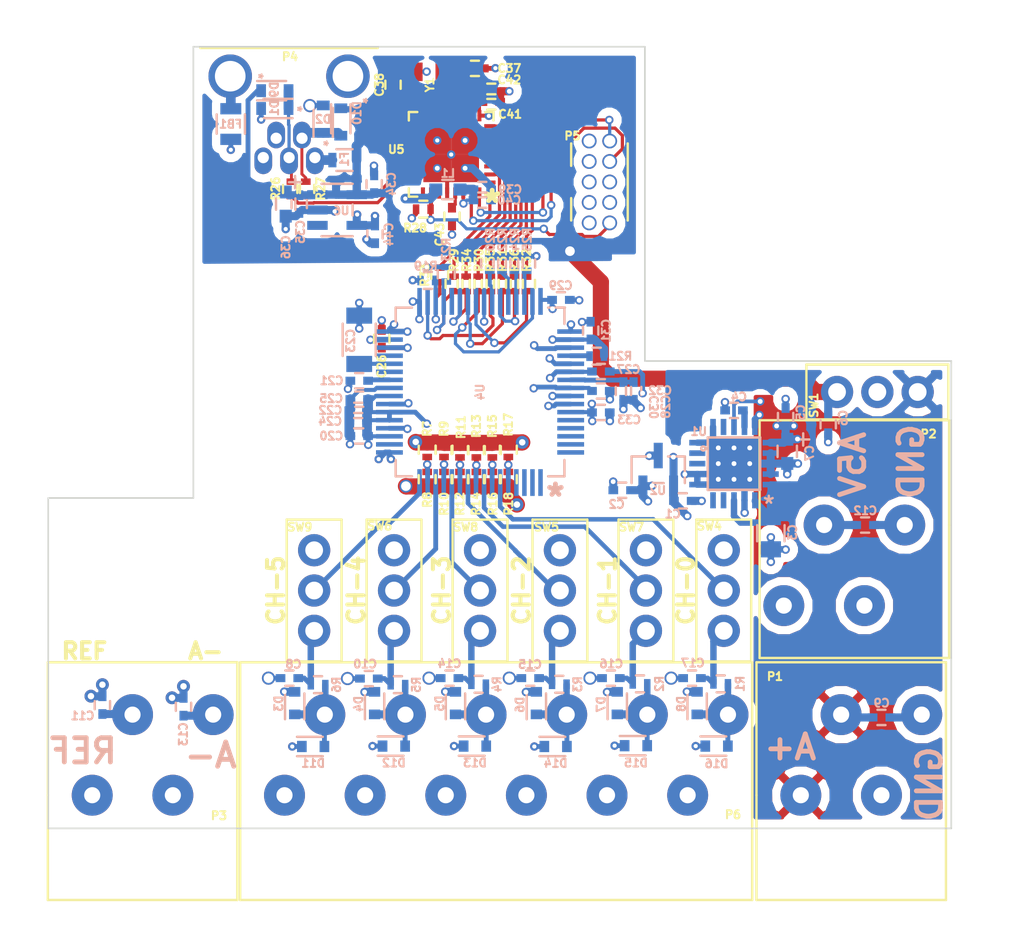
<source format=kicad_pcb>
(kicad_pcb (version 4) (host pcbnew 4.0.7)
  (layers (0 F.Cu signal) (1 GND power) (2 POWER power hide) (31 B.Cu mixed) (36 B.SilkS user) (37 F.SilkS user) (38 B.Mask user) (39 F.Mask user) (44 Edge.Cuts user))
  (net 0 "")
  (net 1 AGND)
  (net 2 A5V)
  (net 3 A+)
  (net 4 AREF)
  (net 5 "Net-(C21-Pad1)")
  (net 6 "Net-(F1-Pad1)")
  (net 7 /ADC/PWDN)
  (net 8 /ADC/SCK)
  (net 9 /ADC/RX)
  (net 10 /ADC/CS)
  (net 11 /ADC/START)
  (net 12 /ADC/DRDY)
  (net 13 /ADC/AIN4)
  (net 14 /ADC/AIN2)
  (net 15 /ADC/AIN0)
  (net 16 /ADC/AIN5)
  (net 17 /ADC/AIN3)
  (net 18 /ADC/AIN1)
  (net 19 "Net-(U1-Pad8)")
  (net 20 D5V)
  (net 21 "Net-(D1-Pad1)")
  (net 22 "Net-(C17-Pad1)")
  (net 23 "Net-(C23-Pad1)")
  (net 24 "Net-(C26-Pad1)")
  (net 25 "Net-(U1-Pad5)")
  (net 26 "Net-(U1-Pad4)")
  (net 27 "Net-(U1-Pad12)")
  (net 28 "Net-(U1-Pad9)")
  (net 29 U1A5V)
  (net 30 "Net-(C4-Pad1)")
  (net 31 "Net-(C14-Pad1)")
  (net 32 "Net-(C15-Pad1)")
  (net 33 "Net-(C16-Pad1)")
  (net 34 "Net-(C28-Pad1)")
  (net 35 "Net-(C37-Pad2)")
  (net 36 "Net-(C38-Pad1)")
  (net 37 D_P)
  (net 38 D_N)
  (net 39 /Interface/SPI_TXD)
  (net 40 "Net-(R7-Pad1)")
  (net 41 "Net-(R10-Pad1)")
  (net 42 "Net-(R11-Pad1)")
  (net 43 "Net-(R13-Pad1)")
  (net 44 "Net-(R15-Pad1)")
  (net 45 "Net-(R17-Pad1)")
  (net 46 "Net-(R20-Pad2)")
  (net 47 "Net-(R21-Pad2)")
  (net 48 "Net-(R22-Pad2)")
  (net 49 /ADC/RESET)
  (net 50 "Net-(R24-Pad2)")
  (net 51 "Net-(R25-Pad2)")
  (net 52 /ADC/TX)
  (net 53 /Interface/PWDN)
  (net 54 /Interface/START)
  (net 55 /Interface/CS)
  (net 56 /Interface/DRDY)
  (net 57 /Interface/RESET)
  (net 58 "Net-(U4-Pad1)")
  (net 59 "Net-(U4-Pad2)")
  (net 60 "Net-(U4-Pad3)")
  (net 61 "Net-(U4-Pad4)")
  (net 62 "Net-(U4-Pad18)")
  (net 63 "Net-(U4-Pad27)")
  (net 64 "Net-(U4-Pad29)")
  (net 65 "Net-(U4-Pad37)")
  (net 66 "Net-(U4-Pad60)")
  (net 67 "Net-(U4-Pad61)")
  (net 68 "Net-(U4-Pad63)")
  (net 69 "Net-(U4-Pad64)")
  (net 70 "Net-(P5-Pad7)")
  (net 71 "Net-(P5-Pad2)")
  (net 72 "Net-(P5-Pad10)")
  (net 73 "Net-(P5-Pad8)")
  (net 74 "Net-(P5-Pad4)")
  (net 75 "Net-(P5-Pad6)")
  (net 76 "Net-(U5-Pad11)")
  (net 77 "Net-(U5-Pad12)")
  (net 78 "Net-(U5-Pad17)")
  (net 79 "Net-(U5-Pad13)")
  (net 80 "Net-(U5-Pad14)")
  (net 81 "Net-(U5-Pad21)")
  (net 82 "Net-(U5-Pad22)")
  (net 83 "Net-(U5-Pad27)")
  (net 84 "Net-(C43-Pad2)")
  (net 85 "Net-(U5-Pad18)")
  (net 86 "Net-(U5-Pad19)")
  (net 87 "Net-(U5-Pad20)")
  (net 88 A-)
  (net 89 "Net-(C39-Pad1)")
  (net 90 "Net-(U5-Pad25)")
  (net 91 D3.3V)
  (net 92 "Net-(D10-Pad2)")
  (net 93 "Net-(FB1-Pad2)")
  (net 94 "/Level Shift/SCK_MC")
  (net 95 "/Level Shift/RX_MC")
  (net 96 "Net-(U4-Pad62)")
  (net 97 "Net-(U6-Pad1)")
  (net 98 "Net-(C8-Pad1)")
  (net 99 "Net-(C10-Pad1)")
  (net 100 "Net-(D11-Pad2)")
  (net 101 "Net-(D12-Pad2)")
  (net 102 "Net-(D13-Pad2)")
  (net 103 "Net-(D14-Pad2)")
  (net 104 "Net-(D15-Pad2)")
  (net 105 "Net-(D16-Pad2)")
  (module Connectors_Samtec:Samtec-FTSH-105-01 (layer F.Cu) (at 154.5463 88.392 270)
    (fp_text reference P5 (at -2.8575 1.0414 360) (layer F.SilkS) (effects (font (size 0.5 0.5) (thickness 0.125))))
    (fp_text value CONN_02X05)
    (pad 9 thru_hole circle (at 2.54 0 270) (size 0.92 0.92) (drill 0.71) (layers *.Cu *.Mask) (net 1 AGND))
    (pad 7 thru_hole circle (at 1.27 0 270) (size 0.92 0.92) (drill 0.71) (layers *.Cu *.Mask) (net 70 "Net-(P5-Pad7)"))
    (pad 5 thru_hole circle (at 0 0 270) (size 0.92 0.92) (drill 0.71) (layers *.Cu *.Mask) (net 1 AGND))
    (pad 3 thru_hole circle (at -1.27 0 270) (size 0.92 0.92) (drill 0.71) (layers *.Cu *.Mask) (net 1 AGND))
    (pad 1 thru_hole circle (at -2.54 0 270) (size 0.92 0.92) (drill 0.71) (layers *.Cu *.Mask) (net 91 D3.3V))
    (pad 2 thru_hole circle (at -2.54 -1.27 270) (size 0.92 0.92) (drill 0.71) (layers *.Cu *.Mask) (net 71 "Net-(P5-Pad2)"))
    (pad 10 thru_hole circle (at 2.54 -1.27 270) (size 0.92 0.92) (drill 0.71) (layers *.Cu *.Mask) (net 72 "Net-(P5-Pad10)"))
    (pad 8 thru_hole circle (at 1.27 -1.27 270) (size 0.92 0.92) (drill 0.71) (layers *.Cu *.Mask) (net 73 "Net-(P5-Pad8)"))
    (pad 4 thru_hole circle (at -1.27 -1.27 270) (size 0.92 0.92) (drill 0.71) (layers *.Cu *.Mask) (net 74 "Net-(P5-Pad4)"))
    (pad 6 thru_hole circle (at 0 -1.27 270) (size 0.92 0.92) (drill 0.71) (layers *.Cu *.Mask) (net 75 "Net-(P5-Pad6)"))
  )
  (module Capacitors_SMD:C_0402 (layer B.Cu) (at 160.3502 108.1786)
    (fp_text reference C1 (at -0.6223 0.8128) (layer B.SilkS) (effects (font (size 0.5 0.5) (thickness 0.125)) (justify mirror)))
    (fp_text value 0.1u)
    (pad 1 smd rect (at -0.55 0) (size 0.6 0.5) (layers B.Cu B.Mask) (net 2 A5V))
    (pad 2 smd rect (at 0.55 0) (size 0.6 0.5) (layers B.Cu B.Mask) (net 1 AGND))
  )
  (module Capacitors_SMD:C_0402 (layer B.Cu) (at 156.591 107.5182 180)
    (fp_text reference C2 (at 0.3429 -0.8763 180) (layer B.SilkS) (effects (font (size 0.5 0.5) (thickness 0.125)) (justify mirror)))
    (fp_text value 1u)
    (pad 1 smd rect (at -0.55 0 180) (size 0.6 0.5) (layers B.Cu B.Mask) (net 4 AREF))
    (pad 2 smd rect (at 0.55 0 180) (size 0.6 0.5) (layers B.Cu B.Mask) (net 1 AGND))
  )
  (module Capacitors_SMD:C_0805 (layer B.Cu) (at 165.8112 110.1852 270)
    (fp_text reference C3 (at -0.0508 -1.3462 270) (layer B.SilkS) (effects (font (size 0.5 0.5) (thickness 0.125)) (justify mirror)))
    (fp_text value 47uF)
    (pad 1 smd rect (at -1 0 270) (size 1 1.25) (layers B.Cu B.Mask) (net 29 U1A5V))
    (pad 2 smd rect (at 1 0 270) (size 1 1.25) (layers B.Cu B.Mask) (net 1 AGND))
  )
  (module Capacitors_SMD:C_0402 (layer B.Cu) (at 163.5252 102.5652 180)
    (fp_text reference C4 (at -0.3048 0.8382 180) (layer B.SilkS) (effects (font (size 0.5 0.5) (thickness 0.125)) (justify mirror)))
    (fp_text value 1uF)
    (pad 1 smd rect (at -0.55 0 180) (size 0.6 0.5) (layers B.Cu B.Mask) (net 30 "Net-(C4-Pad1)"))
    (pad 2 smd rect (at 0.55 0 180) (size 0.6 0.5) (layers B.Cu B.Mask) (net 1 AGND))
  )
  (module Capacitors_SMD:C_0402 (layer B.Cu) (at 166.7256 102.9716 90)
    (fp_text reference C5 (at 0.2794 0.9398 90) (layer B.SilkS) (effects (font (size 0.5 0.5) (thickness 0.125)) (justify mirror)))
    (fp_text value 1uF)
    (pad 1 smd rect (at -0.55 0 90) (size 0.6 0.5) (layers B.Cu B.Mask) (net 3 A+))
    (pad 2 smd rect (at 0.55 0 90) (size 0.6 0.5) (layers B.Cu B.Mask) (net 1 AGND))
  )
  (module Capacitors_SMD:C_0402 (layer B.Cu) (at 169.3672 103.4288 90)
    (fp_text reference C6 (at 0.3937 0.9271 90) (layer B.SilkS) (effects (font (size 0.5 0.5) (thickness 0.125)) (justify mirror)))
    (fp_text value 10uF)
    (pad 1 smd rect (at -0.55 0 90) (size 0.6 0.5) (layers B.Cu B.Mask) (net 1 AGND))
    (pad 2 smd rect (at 0.55 0 90) (size 0.6 0.5) (layers B.Cu B.Mask) (net 20 D5V))
  )
  (module Capacitors_SMD:C_0603T (layer B.Cu) (at 166.8272 105.1052 270)
    (fp_text reference C7 (at 0.1143 -1.3843 270) (layer B.SilkS) (effects (font (size 0.5 0.5) (thickness 0.125)) (justify mirror)))
    (fp_text value 1uF)
    (fp_text user + (at -0.7366 -0.9144 270) (layer B.SilkS) (effects (justify mirror)))
    (pad 1 smd rect (at -0.75 0 270) (size 0.8 0.75) (layers B.Cu B.Mask) (net 3 A+))
    (pad 2 smd rect (at 0.75 0 270) (size 0.8 0.75) (layers B.Cu B.Mask) (net 1 AGND))
  )
  (module Capacitors_SMD:C_0402 (layer B.Cu) (at 135.9535 119.1768 180)
    (fp_text reference C8 (at -0.254 0.8636 360) (layer B.SilkS) (effects (font (size 0.5 0.5) (thickness 0.125)) (justify mirror)))
    (fp_text value C)
    (pad 1 smd rect (at -0.55 0 180) (size 0.6 0.5) (layers B.Cu B.Mask) (net 98 "Net-(C8-Pad1)"))
    (pad 2 smd rect (at 0.55 0 180) (size 0.6 0.5) (layers B.Cu B.Mask) (net 1 AGND))
  )
  (module Capacitors_SMD:C_0402 (layer B.Cu) (at 172.6692 121.6152 180)
    (fp_text reference C9 (at -0.0127 0.889 180) (layer B.SilkS) (effects (font (size 0.5 0.5) (thickness 0.125)) (justify mirror)))
    (fp_text value 10uF)
    (pad 1 smd rect (at -0.55 0 180) (size 0.6 0.5) (layers B.Cu B.Mask) (net 1 AGND))
    (pad 2 smd rect (at 0.55 0 180) (size 0.6 0.5) (layers B.Cu B.Mask) (net 3 A+))
  )
  (module Capacitors_SMD:C_0402 (layer B.Cu) (at 141.2621 91.6432 270)
    (fp_text reference C44 (at 0 -0.8636 270) (layer B.SilkS) (effects (font (size 0.5 0.5) (thickness 0.125)) (justify mirror)))
    (fp_text value 1u)
    (pad 1 smd rect (at -0.55 0 270) (size 0.6 0.5) (layers B.Cu B.Mask) (net 91 D3.3V))
    (pad 2 smd rect (at 0.55 0 270) (size 0.6 0.5) (layers B.Cu B.Mask) (net 1 AGND))
  )
  (module Capacitors_SMD:C_0402 (layer B.Cu) (at 124.3584 120.8532 270)
    (fp_text reference C11 (at 0.6604 1.2319 360) (layer B.SilkS) (effects (font (size 0.5 0.5) (thickness 0.125)) (justify mirror)))
    (fp_text value 10uF)
    (pad 1 smd rect (at -0.55 0 270) (size 0.6 0.5) (layers B.Cu B.Mask) (net 1 AGND))
    (pad 2 smd rect (at 0.55 0 270) (size 0.6 0.5) (layers B.Cu B.Mask) (net 4 AREF))
  )
  (module Capacitors_SMD:C_0402 (layer B.Cu) (at 171.6532 109.6772)
    (fp_text reference C12 (at 0.0127 -0.889) (layer B.SilkS) (effects (font (size 0.5 0.5) (thickness 0.125)) (justify mirror)))
    (fp_text value 10uF)
    (pad 1 smd rect (at -0.55 0) (size 0.6 0.5) (layers B.Cu B.Mask) (net 2 A5V))
    (pad 2 smd rect (at 0.55 0) (size 0.6 0.5) (layers B.Cu B.Mask) (net 1 AGND))
  )
  (module Capacitors_SMD:C_0402 (layer B.Cu) (at 129.3876 120.9548 90)
    (fp_text reference C13 (at -1.7018 -0.0127 90) (layer B.SilkS) (effects (font (size 0.5 0.5) (thickness 0.125)) (justify mirror)))
    (fp_text value 10uF)
    (pad 1 smd rect (at -0.55 0 90) (size 0.6 0.5) (layers B.Cu B.Mask) (net 88 A-))
    (pad 2 smd rect (at 0.55 0 90) (size 0.6 0.5) (layers B.Cu B.Mask) (net 1 AGND))
  )
  (module Capacitors_SMD:C_0402 (layer B.Cu) (at 145.8849 119.1768 180)
    (fp_text reference C14 (at 0 0.9017 180) (layer B.SilkS) (effects (font (size 0.5 0.5) (thickness 0.125)) (justify mirror)))
    (fp_text value C)
    (pad 1 smd rect (at -0.55 0 180) (size 0.6 0.5) (layers B.Cu B.Mask) (net 31 "Net-(C14-Pad1)"))
    (pad 2 smd rect (at 0.55 0 180) (size 0.6 0.5) (layers B.Cu B.Mask) (net 1 AGND))
  )
  (module Capacitors_SMD:C_0402 (layer B.Cu) (at 150.8887 119.1768 180)
    (fp_text reference C15 (at 0.0127 0.8509 180) (layer B.SilkS) (effects (font (size 0.5 0.5) (thickness 0.125)) (justify mirror)))
    (fp_text value C)
    (pad 1 smd rect (at -0.55 0 180) (size 0.6 0.5) (layers B.Cu B.Mask) (net 32 "Net-(C15-Pad1)"))
    (pad 2 smd rect (at 0.55 0 180) (size 0.6 0.5) (layers B.Cu B.Mask) (net 1 AGND))
  )
  (module Capacitors_SMD:C_0402 (layer B.Cu) (at 155.8925 119.1768 180)
    (fp_text reference C16 (at -0.0254 0.889 180) (layer B.SilkS) (effects (font (size 0.5 0.5) (thickness 0.125)) (justify mirror)))
    (fp_text value C)
    (pad 1 smd rect (at -0.55 0 180) (size 0.6 0.5) (layers B.Cu B.Mask) (net 33 "Net-(C16-Pad1)"))
    (pad 2 smd rect (at 0.55 0 180) (size 0.6 0.5) (layers B.Cu B.Mask) (net 1 AGND))
  )
  (module Capacitors_SMD:C_0402 (layer B.Cu) (at 160.9217 119.1768 180)
    (fp_text reference C17 (at -0.0508 0.9398 180) (layer B.SilkS) (effects (font (size 0.5 0.5) (thickness 0.125)) (justify mirror)))
    (fp_text value C)
    (pad 1 smd rect (at -0.55 0 180) (size 0.6 0.5) (layers B.Cu B.Mask) (net 22 "Net-(C17-Pad1)"))
    (pad 2 smd rect (at 0.55 0 180) (size 0.6 0.5) (layers B.Cu B.Mask) (net 1 AGND))
  )
  (module Capacitors_SMD:C_0402 (layer B.Cu) (at 140.2842 104.1527 180)
    (fp_text reference C20 (at 1.7272 0 180) (layer B.SilkS) (effects (font (size 0.5 0.5) (thickness 0.125)) (justify mirror)))
    (fp_text value 1u)
    (pad 1 smd rect (at -0.55 0 180) (size 0.6 0.5) (layers B.Cu B.Mask) (net 2 A5V))
    (pad 2 smd rect (at 0.55 0 180) (size 0.6 0.5) (layers B.Cu B.Mask) (net 1 AGND))
  )
  (module Capacitors_SMD:C_0402 (layer B.Cu) (at 140.2842 100.7237 180)
    (fp_text reference C21 (at 1.7145 0 180) (layer B.SilkS) (effects (font (size 0.5 0.5) (thickness 0.125)) (justify mirror)))
    (fp_text value 1u)
    (pad 1 smd rect (at -0.55 0 180) (size 0.6 0.5) (layers B.Cu B.Mask) (net 5 "Net-(C21-Pad1)"))
    (pad 2 smd rect (at 0.55 0 180) (size 0.6 0.5) (layers B.Cu B.Mask) (net 1 AGND))
  )
  (module Capacitors_SMD:C_0402 (layer B.Cu) (at 140.2207 102.5652 180)
    (fp_text reference C22 (at 1.7272 0.0127 180) (layer B.SilkS) (effects (font (size 0.5 0.5) (thickness 0.125)) (justify mirror)))
    (fp_text value 1u)
    (pad 1 smd rect (at -0.55 0 180) (size 0.6 0.5) (layers B.Cu B.Mask) (net 2 A5V))
    (pad 2 smd rect (at 0.55 0 180) (size 0.6 0.5) (layers B.Cu B.Mask) (net 1 AGND))
  )
  (module Capacitors_SMD:C_0402 (layer B.Cu) (at 140.2207 103.2002 180)
    (fp_text reference C24 (at 1.7399 -0.0381 180) (layer B.SilkS) (effects (font (size 0.5 0.5) (thickness 0.125)) (justify mirror)))
    (fp_text value 1u)
    (pad 1 smd rect (at -0.55 0 180) (size 0.6 0.5) (layers B.Cu B.Mask) (net 2 A5V))
    (pad 2 smd rect (at 0.55 0 180) (size 0.6 0.5) (layers B.Cu B.Mask) (net 1 AGND))
  )
  (module Capacitors_SMD:C_0402 (layer B.Cu) (at 140.2842 101.8667 180)
    (fp_text reference C25 (at 1.7399 0.0381 180) (layer B.SilkS) (effects (font (size 0.5 0.5) (thickness 0.125)) (justify mirror)))
    (fp_text value 10u)
    (pad 1 smd rect (at -0.55 0 180) (size 0.6 0.5) (layers B.Cu B.Mask) (net 2 A5V))
    (pad 2 smd rect (at 0.55 0 180) (size 0.6 0.5) (layers B.Cu B.Mask) (net 1 AGND))
  )
  (module Capacitors_SMD:C_0402 (layer F.Cu) (at 141.6812 98.1202 90)
    (fp_text reference C26 (at -1.7145 0 90) (layer F.SilkS) (effects (font (size 0.5 0.5) (thickness 0.125))))
    (fp_text value 1u)
    (pad 1 smd rect (at -0.55 0 90) (size 0.6 0.5) (layers F.Cu F.Mask) (net 24 "Net-(C26-Pad1)"))
    (pad 2 smd rect (at 0.55 0 90) (size 0.6 0.5) (layers F.Cu F.Mask) (net 1 AGND))
  )
  (module Capacitors_SMD:C_0402 (layer B.Cu) (at 155.2702 100.1522)
    (fp_text reference C27 (at 1.7145 -0.127) (layer B.SilkS) (effects (font (size 0.5 0.5) (thickness 0.125)) (justify mirror)))
    (fp_text value 1u)
    (pad 1 smd rect (at -0.55 0) (size 0.6 0.5) (layers B.Cu B.Mask) (net 2 A5V))
    (pad 2 smd rect (at 0.55 0) (size 0.6 0.5) (layers B.Cu B.Mask) (net 1 AGND))
  )
  (module Capacitors_SMD:C_0402 (layer B.Cu) (at 157.3022 101.3587 270)
    (fp_text reference C28 (at 0.9779 -1.9939 450) (layer B.SilkS) (effects (font (size 0.5 0.5) (thickness 0.125)) (justify mirror)))
    (fp_text value 1u)
    (pad 1 smd rect (at -0.55 0 270) (size 0.6 0.5) (layers B.Cu B.Mask) (net 34 "Net-(C28-Pad1)"))
    (pad 2 smd rect (at 0.55 0 270) (size 0.6 0.5) (layers B.Cu B.Mask) (net 1 AGND))
  )
  (module Capacitors_SMD:C_0402 (layer B.Cu) (at 152.7937 95.7072)
    (fp_text reference C29 (at -0.0127 -0.889) (layer B.SilkS) (effects (font (size 0.5 0.5) (thickness 0.125)) (justify mirror)))
    (fp_text value 1u)
    (pad 1 smd rect (at -0.55 0) (size 0.6 0.5) (layers B.Cu B.Mask) (net 91 D3.3V))
    (pad 2 smd rect (at 0.55 0) (size 0.6 0.5) (layers B.Cu B.Mask) (net 1 AGND))
  )
  (module Capacitors_SMD:C_0402 (layer B.Cu) (at 156.6672 101.3587 270)
    (fp_text reference C30 (at 1.0033 -1.9177 450) (layer B.SilkS) (effects (font (size 0.5 0.5) (thickness 0.125)) (justify mirror)))
    (fp_text value 0.1u)
    (pad 1 smd rect (at -0.55 0 270) (size 0.6 0.5) (layers B.Cu B.Mask) (net 34 "Net-(C28-Pad1)"))
    (pad 2 smd rect (at 0.55 0 270) (size 0.6 0.5) (layers B.Cu B.Mask) (net 1 AGND))
  )
  (module Capacitors_SMD:C_0402 (layer B.Cu) (at 154.6352 97.6122 90)
    (fp_text reference C31 (at -0.0127 0.9652 90) (layer B.SilkS) (effects (font (size 0.5 0.5) (thickness 0.125)) (justify mirror)))
    (fp_text value 1u)
    (pad 1 smd rect (at -0.55 0 90) (size 0.6 0.5) (layers B.Cu B.Mask) (net 91 D3.3V))
    (pad 2 smd rect (at 0.55 0 90) (size 0.6 0.5) (layers B.Cu B.Mask) (net 1 AGND))
  )
  (module Capacitors_SMD:C_0402 (layer B.Cu) (at 155.2702 101.3587)
    (fp_text reference C32 (at 3.6703 -0.0254) (layer B.SilkS) (effects (font (size 0.5 0.5) (thickness 0.125)) (justify mirror)))
    (fp_text value 1u)
    (pad 1 smd rect (at -0.55 0) (size 0.6 0.5) (layers B.Cu B.Mask) (net 2 A5V))
    (pad 2 smd rect (at 0.55 0) (size 0.6 0.5) (layers B.Cu B.Mask) (net 1 AGND))
  )
  (module Capacitors_SMD:C_0402 (layer B.Cu) (at 155.2702 102.6922)
    (fp_text reference C33 (at 1.7526 0.4572) (layer B.SilkS) (effects (font (size 0.5 0.5) (thickness 0.125)) (justify mirror)))
    (fp_text value 1u)
    (pad 1 smd rect (at -0.55 0) (size 0.6 0.5) (layers B.Cu B.Mask) (net 2 A5V))
    (pad 2 smd rect (at 0.55 0) (size 0.6 0.5) (layers B.Cu B.Mask) (net 1 AGND))
  )
  (module Capacitors_SMD:C_0402 (layer B.Cu) (at 141.2113 88.5317 90)
    (fp_text reference C34 (at 0.0127 1.0668 90) (layer B.SilkS) (effects (font (size 0.5 0.5) (thickness 0.125)) (justify mirror)))
    (fp_text value 10u)
    (pad 1 smd rect (at -0.55 0 90) (size 0.6 0.5) (layers B.Cu B.Mask) (net 20 D5V))
    (pad 2 smd rect (at 0.55 0 90) (size 0.6 0.5) (layers B.Cu B.Mask) (net 1 AGND))
  )
  (module Capacitors_SMD:C_0402 (layer B.Cu) (at 136.5631 89.7636 90)
    (fp_text reference C35 (at -1.7272 0.0762 90) (layer B.SilkS) (effects (font (size 0.5 0.5) (thickness 0.125)) (justify mirror)))
    (fp_text value 0.1uF)
    (pad 1 smd rect (at -0.55 0 90) (size 0.6 0.5) (layers B.Cu B.Mask) (net 1 AGND))
    (pad 2 smd rect (at 0.55 0 90) (size 0.6 0.5) (layers B.Cu B.Mask) (net 20 D5V))
  )
  (module Capacitors_SMD:C_0603T (layer B.Cu) (at 135.7249 89.7636 270)
    (fp_text reference C36 (at 2.6797 -0.0127 270) (layer B.SilkS) (effects (font (size 0.5 0.5) (thickness 0.125)) (justify mirror)))
    (fp_text value 10uF)
    (fp_text user + (at -1.3589 -0.508 270) (layer B.SilkS) (effects (justify mirror)))
    (pad 1 smd rect (at -0.75 0 270) (size 0.8 0.75) (layers B.Cu B.Mask) (net 20 D5V))
    (pad 2 smd rect (at 0.75 0 270) (size 0.8 0.75) (layers B.Cu B.Mask) (net 1 AGND))
  )
  (module Capacitors_SMD:C_0402 (layer F.Cu) (at 147.4597 81.3435 180)
    (fp_text reference C37 (at -2.1336 0 180) (layer F.SilkS) (effects (font (size 0.5 0.5) (thickness 0.125))))
    (fp_text value 18pF)
    (pad 1 smd rect (at -0.55 0 180) (size 0.6 0.5) (layers F.Cu F.Mask) (net 1 AGND))
    (pad 2 smd rect (at 0.55 0 180) (size 0.6 0.5) (layers F.Cu F.Mask) (net 35 "Net-(C37-Pad2)"))
  )
  (module Capacitors_SMD:C_0402 (layer F.Cu) (at 142.3797 82.3595 90)
    (fp_text reference C38 (at -0.00635 -0.84455 90) (layer F.SilkS) (effects (font (size 0.5 0.5) (thickness 0.125))))
    (fp_text value 18pF)
    (pad 1 smd rect (at -0.55 0 90) (size 0.6 0.5) (layers F.Cu F.Mask) (net 36 "Net-(C38-Pad1)"))
    (pad 2 smd rect (at 0.55 0 90) (size 0.6 0.5) (layers F.Cu F.Mask) (net 1 AGND))
  )
  (module Capacitors_SMD:C_0402 (layer F.Cu) (at 148.4757 82.7659)
    (fp_text reference C42 (at 1.1176 -0.7112) (layer F.SilkS) (effects (font (size 0.5 0.5) (thickness 0.125))))
    (fp_text value 0.1uF)
    (pad 1 smd rect (at -0.55 0) (size 0.6 0.5) (layers F.Cu F.Mask) (net 91 D3.3V))
    (pad 2 smd rect (at 0.55 0) (size 0.6 0.5) (layers F.Cu F.Mask) (net 1 AGND))
  )
  (module Capacitors_SMD:C_0402 (layer F.Cu) (at 148.4757 83.4263 180)
    (fp_text reference C41 (at -1.1684 -0.762 180) (layer F.SilkS) (effects (font (size 0.5 0.5) (thickness 0.125))))
    (fp_text value 10uF)
    (pad 1 smd rect (at -0.55 0 180) (size 0.6 0.5) (layers F.Cu F.Mask) (net 1 AGND))
    (pad 2 smd rect (at 0.55 0 180) (size 0.6 0.5) (layers F.Cu F.Mask) (net 91 D3.3V))
  )
  (module Diodes_SMD:D_0603 (layer B.Cu) (at 135.0518 83.8327 180)
    (fp_text reference D1 (at 0.0254 0.0254 270) (layer B.SilkS) (effects (font (size 0.5 0.5) (thickness 0.125)) (justify mirror)))
    (fp_text value PGB1010)
    (pad 1 smd rect (at -0.85 0 180) (size 0.6 0.8) (layers B.Cu B.Mask) (net 21 "Net-(D1-Pad1)"))
    (pad 2 smd rect (at 0.85 0 180) (size 0.6 0.8) (layers B.Cu B.Mask) (net 1 AGND))
  )
  (module Diodes_SMD:D_0603 (layer B.Cu) (at 138.049 84.4931 90)
    (fp_text reference D2 (at -0.00635 -0.00635 180) (layer B.SilkS) (effects (font (size 0.5 0.5) (thickness 0.125)) (justify mirror)))
    (fp_text value PGB1010)
    (pad 1 smd rect (at -0.85 0 90) (size 0.6 0.8) (layers B.Cu B.Mask) (net 92 "Net-(D10-Pad2)"))
    (pad 2 smd rect (at 0.85 0 90) (size 0.6 0.8) (layers B.Cu B.Mask) (net 1 AGND))
  )
  (module Diodes_SMD:SOD-523 (layer B.Cu) (at 136.2837 120.7262 90)
    (fp_text reference D3 (at -0.0254 -0.9906 90) (layer B.SilkS) (effects (font (size 0.5 0.5) (thickness 0.125)) (justify mirror)))
    (fp_text value PESD5V0U1UL)
    (pad 2 smd rect (at 0.7 0 270) (size 0.6 0.7) (layers B.Cu B.Mask) (net 1 AGND))
    (pad 1 smd rect (at -0.7 0 270) (size 0.6 0.7) (layers B.Cu B.Mask) (net 100 "Net-(D11-Pad2)"))
  )
  (module Diodes_SMD:SOD-523 (layer B.Cu) (at 141.2367 120.7262 90)
    (fp_text reference D4 (at -0.0508 -0.9906 90) (layer B.SilkS) (effects (font (size 0.5 0.5) (thickness 0.125)) (justify mirror)))
    (fp_text value PESD5V0U1UL)
    (pad 2 smd rect (at 0.7 0 270) (size 0.6 0.7) (layers B.Cu B.Mask) (net 1 AGND))
    (pad 1 smd rect (at -0.7 0 270) (size 0.6 0.7) (layers B.Cu B.Mask) (net 101 "Net-(D12-Pad2)"))
  )
  (module Diodes_SMD:SOD-523 (layer B.Cu) (at 146.2532 120.7262 90)
    (fp_text reference D5 (at -0.0254 -0.9779 90) (layer B.SilkS) (effects (font (size 0.5 0.5) (thickness 0.125)) (justify mirror)))
    (fp_text value PESD5V0U1UL)
    (pad 2 smd rect (at 0.7 0 270) (size 0.6 0.7) (layers B.Cu B.Mask) (net 1 AGND))
    (pad 1 smd rect (at -0.7 0 270) (size 0.6 0.7) (layers B.Cu B.Mask) (net 102 "Net-(D13-Pad2)"))
  )
  (module Diodes_SMD:SOD-523 (layer B.Cu) (at 151.2697 120.7262 90)
    (fp_text reference D6 (at -0.1016 -1.016 90) (layer B.SilkS) (effects (font (size 0.5 0.5) (thickness 0.125)) (justify mirror)))
    (fp_text value PESD5V0U1UL)
    (pad 2 smd rect (at 0.7 0 270) (size 0.6 0.7) (layers B.Cu B.Mask) (net 1 AGND))
    (pad 1 smd rect (at -0.7 0 270) (size 0.6 0.7) (layers B.Cu B.Mask) (net 103 "Net-(D14-Pad2)"))
  )
  (module Diodes_SMD:SOD-523 (layer B.Cu) (at 156.2862 120.7262 90)
    (fp_text reference D7 (at -0.0762 -1.0033 90) (layer B.SilkS) (effects (font (size 0.5 0.5) (thickness 0.125)) (justify mirror)))
    (fp_text value PESD5V0U1UL)
    (pad 2 smd rect (at 0.7 0 270) (size 0.6 0.7) (layers B.Cu B.Mask) (net 1 AGND))
    (pad 1 smd rect (at -0.7 0 270) (size 0.6 0.7) (layers B.Cu B.Mask) (net 104 "Net-(D15-Pad2)"))
  )
  (module Diodes_SMD:SOD-523 (layer B.Cu) (at 161.2392 120.7262 90)
    (fp_text reference D8 (at -0.0508 -0.9779 90) (layer B.SilkS) (effects (font (size 0.5 0.5) (thickness 0.125)) (justify mirror)))
    (fp_text value PESD5V0U1UL)
    (pad 2 smd rect (at 0.7 0 270) (size 0.6 0.7) (layers B.Cu B.Mask) (net 1 AGND))
    (pad 1 smd rect (at -0.7 0 270) (size 0.6 0.7) (layers B.Cu B.Mask) (net 105 "Net-(D16-Pad2)"))
  )
  (module Resistors_SMD:R_0603 (layer B.Cu) (at 139.3698 87.0331)
    (fp_text reference F1 (at 0 -0.0508 90) (layer B.SilkS) (effects (font (size 0.5 0.5) (thickness 0.125)) (justify mirror)))
    (fp_text value F_Small)
    (pad 1 smd rect (at -0.75 0) (size 0.5 0.9) (layers B.Cu B.Mask) (net 6 "Net-(F1-Pad1)"))
    (pad 2 smd rect (at 0.75 0) (size 0.5 0.9) (layers B.Cu B.Mask) (net 20 D5V))
  )
  (module Resistors_SMD:R_0805 (layer B.Cu) (at 132.3213 84.7979 90)
    (fp_text reference FB1 (at -0.00635 -0.01905 180) (layer B.SilkS) (effects (font (size 0.5 0.5) (thickness 0.125)) (justify mirror)))
    (fp_text value BLM21)
    (pad 1 smd rect (at -0.95 0 90) (size 0.7 1.3) (layers B.Cu B.Mask) (net 1 AGND))
    (pad 2 smd rect (at 0.95 0 90) (size 0.7 1.3) (layers B.Cu B.Mask) (net 93 "Net-(FB1-Pad2)"))
  )
  (module Footprints:2pinConn (layer F.Cu) (at 172.6692 126.4412)
    (fp_text reference P1 (at -6.604 -7.366) (layer F.SilkS) (effects (font (size 0.5 0.5) (thickness 0.125))))
    (fp_text value "A+ Battery" hide)
    (pad 2 thru_hole circle (at 0 0) (size 2.54 2.54) (drill 1) (layers *.Cu *.Mask) (net 1 AGND))
    (pad 2 thru_hole circle (at 2.5 -5) (size 2.54 2.54) (drill 1) (layers *.Cu *.Mask) (net 1 AGND))
    (pad 1 thru_hole circle (at -2.5 -5) (size 2.54 2.54) (drill 1) (layers *.Cu *.Mask) (net 3 A+))
    (pad 1 thru_hole circle (at -5 0) (size 2.54 2.54) (drill 1) (layers *.Cu *.Mask) (net 3 A+))
  )
  (module Footprints:2pinConn (layer F.Cu) (at 169.1132 109.6772 180)
    (fp_text reference P2 (at -6.477 5.6515 180) (layer F.SilkS) (effects (font (size 0.5 0.5) (thickness 0.125))))
    (fp_text value "5V Output" hide)
    (pad 2 thru_hole circle (at 0 0 180) (size 2.54 2.54) (drill 1) (layers *.Cu *.Mask) (net 2 A5V))
    (pad 2 thru_hole circle (at 2.5 -5 180) (size 2.54 2.54) (drill 1) (layers *.Cu *.Mask) (net 2 A5V))
    (pad 1 thru_hole circle (at -2.5 -5 180) (size 2.54 2.54) (drill 1) (layers *.Cu *.Mask) (net 1 AGND))
    (pad 1 thru_hole circle (at -5 0 180) (size 2.54 2.54) (drill 1) (layers *.Cu *.Mask) (net 1 AGND))
  )
  (module Footprints:2pinConn (layer F.Cu) (at 128.7272 126.4412)
    (fp_text reference P3 (at 2.8575 1.27) (layer F.SilkS) (effects (font (size 0.5 0.5) (thickness 0.125))))
    (fp_text value "A- Battery" hide)
    (pad 2 thru_hole circle (at 0 0) (size 2.54 2.54) (drill 1) (layers *.Cu *.Mask) (net 88 A-))
    (pad 2 thru_hole circle (at 2.5 -5) (size 2.54 2.54) (drill 1) (layers *.Cu *.Mask) (net 88 A-))
    (pad 1 thru_hole circle (at -2.5 -5) (size 2.54 2.54) (drill 1) (layers *.Cu *.Mask) (net 4 AREF))
    (pad 1 thru_hole circle (at -5 0) (size 2.54 2.54) (drill 1) (layers *.Cu *.Mask) (net 4 AREF))
  )
  (module Footprints:usbB (layer F.Cu) (at 135.93445 80.07985 180)
    (fp_text reference P4 (at -0.05715 -0.53975 360) (layer F.SilkS) (effects (font (size 0.5 0.5) (thickness 0.125))))
    (fp_text value USB_B)
    (pad 2 thru_hole oval (at -0.8 -5.6 180) (size 1.1 1.65) (drill 0.7 (offset 0 0.2)) (layers *.Cu B.Mask) (net 92 "Net-(D10-Pad2)"))
    (pad "" thru_hole oval (at 0.8 -5.6 180) (size 1.1 1.65) (drill 0.7 (offset 0 0.2)) (layers *.Mask B.Cu))
    (pad 1 thru_hole oval (at -1.6 -6.8 180) (size 1.1 1.65) (drill 0.7 (offset 0 -0.2)) (layers *.Cu B.Mask) (net 6 "Net-(F1-Pad1)"))
    (pad 4 thru_hole oval (at 1.6 -6.8 180) (size 1.1 1.65) (drill 0.7 (offset 0 -0.2)) (layers *.Cu B.Mask) (net 1 AGND))
    (pad 5 thru_hole circle (at -3.65 -1.75 180) (size 2.7 2.7) (drill 1.9) (layers *.Cu *.Mask) (net 93 "Net-(FB1-Pad2)"))
    (pad 5 thru_hole circle (at 3.65 -1.75 180) (size 2.7 2.7) (drill 1.9) (layers *.Cu *.Mask) (net 93 "Net-(FB1-Pad2)"))
    (pad 3 thru_hole oval (at 0 -6.8 180) (size 1.1 1.65) (drill 0.7 (offset 0 -0.2)) (layers *.Cu B.Mask) (net 21 "Net-(D1-Pad1)"))
  )
  (module Footprints:6pinConn (layer F.Cu) (at 155.6512 126.4412)
    (fp_text reference P6 (at 7.8105 1.2065) (layer F.SilkS) (effects (font (size 0.5 0.5) (thickness 0.125))))
    (fp_text value CONN_01X06 hide)
    (pad 1 thru_hole circle (at -20 0) (size 2.54 2.54) (drill 1) (layers *.Cu *.Mask) (net 100 "Net-(D11-Pad2)"))
    (pad 1 thru_hole circle (at -17.5 -5) (size 2.54 2.54) (drill 1) (layers *.Cu *.Mask) (net 100 "Net-(D11-Pad2)"))
    (pad 2 thru_hole circle (at -15 0) (size 2.54 2.54) (drill 1) (layers *.Cu *.Mask) (net 101 "Net-(D12-Pad2)"))
    (pad 2 thru_hole circle (at -12.5 -5) (size 2.54 2.54) (drill 1) (layers *.Cu *.Mask) (net 101 "Net-(D12-Pad2)"))
    (pad 3 thru_hole circle (at -10 0) (size 2.54 2.54) (drill 1) (layers *.Cu *.Mask) (net 102 "Net-(D13-Pad2)"))
    (pad 3 thru_hole circle (at -7.5 -5) (size 2.54 2.54) (drill 1) (layers *.Cu *.Mask) (net 102 "Net-(D13-Pad2)"))
    (pad 6 thru_hole circle (at 5 0) (size 2.54 2.54) (drill 1) (layers *.Cu *.Mask) (net 105 "Net-(D16-Pad2)"))
    (pad 6 thru_hole circle (at 7.5 -5) (size 2.54 2.54) (drill 1) (layers *.Cu *.Mask) (net 105 "Net-(D16-Pad2)"))
    (pad 5 thru_hole circle (at 0 0) (size 2.54 2.54) (drill 1) (layers *.Cu *.Mask) (net 104 "Net-(D15-Pad2)"))
    (pad 5 thru_hole circle (at 2.5 -5) (size 2.54 2.54) (drill 1) (layers *.Cu *.Mask) (net 104 "Net-(D15-Pad2)"))
    (pad 4 thru_hole circle (at -2.5 -5) (size 2.54 2.54) (drill 1) (layers *.Cu *.Mask) (net 103 "Net-(D14-Pad2)"))
    (pad 4 thru_hole circle (at -5 0) (size 2.54 2.54) (drill 1) (layers *.Cu *.Mask) (net 103 "Net-(D14-Pad2)"))
  )
  (module Resistors_SMD:R_0402 (layer B.Cu) (at 162.6997 119.5324)
    (fp_text reference R1 (at 1.2065 0 270) (layer B.SilkS) (effects (font (size 0.5 0.5) (thickness 0.125)) (justify mirror)))
    (fp_text value R)
    (pad 1 smd rect (at -0.45 0) (size 0.4 0.6) (layers B.Cu B.Mask) (net 22 "Net-(C17-Pad1)"))
    (pad 2 smd rect (at 0.45 0) (size 0.4 0.6) (layers B.Cu B.Mask) (net 105 "Net-(D16-Pad2)"))
  )
  (module Resistors_SMD:R_0402 (layer B.Cu) (at 157.6959 119.5324)
    (fp_text reference R2 (at 1.2065 0 270) (layer B.SilkS) (effects (font (size 0.5 0.5) (thickness 0.125)) (justify mirror)))
    (fp_text value R)
    (pad 1 smd rect (at -0.45 0) (size 0.4 0.6) (layers B.Cu B.Mask) (net 33 "Net-(C16-Pad1)"))
    (pad 2 smd rect (at 0.45 0) (size 0.4 0.6) (layers B.Cu B.Mask) (net 104 "Net-(D15-Pad2)"))
  )
  (module Resistors_SMD:R_0402 (layer B.Cu) (at 152.6921 119.5578)
    (fp_text reference R3 (at 1.143 0 270) (layer B.SilkS) (effects (font (size 0.5 0.5) (thickness 0.125)) (justify mirror)))
    (fp_text value R)
    (pad 1 smd rect (at -0.45 0) (size 0.4 0.6) (layers B.Cu B.Mask) (net 32 "Net-(C15-Pad1)"))
    (pad 2 smd rect (at 0.45 0) (size 0.4 0.6) (layers B.Cu B.Mask) (net 103 "Net-(D14-Pad2)"))
  )
  (module Resistors_SMD:R_0402 (layer B.Cu) (at 147.6883 119.5578)
    (fp_text reference R4 (at 1.143 0 270) (layer B.SilkS) (effects (font (size 0.5 0.5) (thickness 0.125)) (justify mirror)))
    (fp_text value R)
    (pad 1 smd rect (at -0.45 0) (size 0.4 0.6) (layers B.Cu B.Mask) (net 31 "Net-(C14-Pad1)"))
    (pad 2 smd rect (at 0.45 0) (size 0.4 0.6) (layers B.Cu B.Mask) (net 102 "Net-(D13-Pad2)"))
  )
  (module Resistors_SMD:R_0402 (layer B.Cu) (at 142.6845 119.5832)
    (fp_text reference R5 (at 1.143 0 270) (layer B.SilkS) (effects (font (size 0.5 0.5) (thickness 0.125)) (justify mirror)))
    (fp_text value R)
    (pad 1 smd rect (at -0.45 0) (size 0.4 0.6) (layers B.Cu B.Mask) (net 99 "Net-(C10-Pad1)"))
    (pad 2 smd rect (at 0.45 0) (size 0.4 0.6) (layers B.Cu B.Mask) (net 101 "Net-(D12-Pad2)"))
  )
  (module Resistors_SMD:R_0402 (layer B.Cu) (at 137.7315 119.5832)
    (fp_text reference R6 (at 1.143 0 270) (layer B.SilkS) (effects (font (size 0.5 0.5) (thickness 0.125)) (justify mirror)))
    (fp_text value R)
    (pad 1 smd rect (at -0.45 0) (size 0.4 0.6) (layers B.Cu B.Mask) (net 98 "Net-(C8-Pad1)"))
    (pad 2 smd rect (at 0.45 0) (size 0.4 0.6) (layers B.Cu B.Mask) (net 100 "Net-(D11-Pad2)"))
  )
  (module Resistors_SMD:R_0402 (layer F.Cu) (at 144.5006 105.0036 90)
    (fp_text reference R7 (at 1.2954 0 90) (layer F.SilkS) (effects (font (size 0.5 0.5) (thickness 0.125))))
    (fp_text value 0)
    (pad 1 smd rect (at -0.45 0 90) (size 0.4 0.6) (layers F.Cu F.Mask) (net 40 "Net-(R7-Pad1)"))
    (pad 2 smd rect (at 0.45 0 90) (size 0.4 0.6) (layers F.Cu F.Mask) (net 1 AGND))
  )
  (module Resistors_SMD:R_0402 (layer F.Cu) (at 144.5006 106.8324 270)
    (fp_text reference R8 (at 1.27635 -0.00635 270) (layer F.SilkS) (effects (font (size 0.5 0.5) (thickness 0.125))))
    (fp_text value 0)
    (pad 1 smd rect (at -0.45 0 270) (size 0.4 0.6) (layers F.Cu F.Mask) (net 40 "Net-(R7-Pad1)"))
    (pad 2 smd rect (at 0.45 0 270) (size 0.4 0.6) (layers F.Cu F.Mask) (net 4 AREF))
  )
  (module Resistors_SMD:R_0402 (layer F.Cu) (at 145.542 105.0036 90)
    (fp_text reference R9 (at 1.2954 0 90) (layer F.SilkS) (effects (font (size 0.5 0.5) (thickness 0.125))))
    (fp_text value 0)
    (pad 1 smd rect (at -0.45 0 90) (size 0.4 0.6) (layers F.Cu F.Mask) (net 41 "Net-(R10-Pad1)"))
    (pad 2 smd rect (at 0.45 0 90) (size 0.4 0.6) (layers F.Cu F.Mask) (net 1 AGND))
  )
  (module Resistors_SMD:R_0402 (layer F.Cu) (at 145.542 106.8324 270)
    (fp_text reference R10 (at 1.53035 -0.00635 270) (layer F.SilkS) (effects (font (size 0.5 0.5) (thickness 0.125))))
    (fp_text value 0)
    (pad 1 smd rect (at -0.45 0 270) (size 0.4 0.6) (layers F.Cu F.Mask) (net 41 "Net-(R10-Pad1)"))
    (pad 2 smd rect (at 0.45 0 270) (size 0.4 0.6) (layers F.Cu F.Mask) (net 4 AREF))
  )
  (module Resistors_SMD:R_0402 (layer F.Cu) (at 146.5326 105.029 90)
    (fp_text reference R11 (at 1.4224 0.0635 90) (layer F.SilkS) (effects (font (size 0.5 0.5) (thickness 0.125))))
    (fp_text value 0)
    (pad 1 smd rect (at -0.45 0 90) (size 0.4 0.6) (layers F.Cu F.Mask) (net 42 "Net-(R11-Pad1)"))
    (pad 2 smd rect (at 0.45 0 90) (size 0.4 0.6) (layers F.Cu F.Mask) (net 1 AGND))
  )
  (module Resistors_SMD:R_0402 (layer F.Cu) (at 146.5326 106.8324 270)
    (fp_text reference R12 (at 1.53035 0.00635 270) (layer F.SilkS) (effects (font (size 0.5 0.5) (thickness 0.125))))
    (fp_text value 0)
    (pad 1 smd rect (at -0.45 0 270) (size 0.4 0.6) (layers F.Cu F.Mask) (net 42 "Net-(R11-Pad1)"))
    (pad 2 smd rect (at 0.45 0 270) (size 0.4 0.6) (layers F.Cu F.Mask) (net 4 AREF))
  )
  (module Resistors_SMD:R_0402 (layer F.Cu) (at 147.5486 105.029 90)
    (fp_text reference R13 (at 1.4859 0 90) (layer F.SilkS) (effects (font (size 0.5 0.5) (thickness 0.125))))
    (fp_text value 0)
    (pad 1 smd rect (at -0.45 0 90) (size 0.4 0.6) (layers F.Cu F.Mask) (net 43 "Net-(R13-Pad1)"))
    (pad 2 smd rect (at 0.45 0 90) (size 0.4 0.6) (layers F.Cu F.Mask) (net 1 AGND))
  )
  (module Resistors_SMD:R_0402 (layer F.Cu) (at 147.5486 106.8324 270)
    (fp_text reference R14 (at 1.53035 0.01905 270) (layer F.SilkS) (effects (font (size 0.5 0.5) (thickness 0.125))))
    (fp_text value 0)
    (pad 1 smd rect (at -0.45 0 270) (size 0.4 0.6) (layers F.Cu F.Mask) (net 43 "Net-(R13-Pad1)"))
    (pad 2 smd rect (at 0.45 0 270) (size 0.4 0.6) (layers F.Cu F.Mask) (net 4 AREF))
  )
  (module Resistors_SMD:R_0402 (layer F.Cu) (at 148.5392 105.029 90)
    (fp_text reference R15 (at 1.4859 0 90) (layer F.SilkS) (effects (font (size 0.5 0.5) (thickness 0.125))))
    (fp_text value 0)
    (pad 1 smd rect (at -0.45 0 90) (size 0.4 0.6) (layers F.Cu F.Mask) (net 44 "Net-(R15-Pad1)"))
    (pad 2 smd rect (at 0.45 0 90) (size 0.4 0.6) (layers F.Cu F.Mask) (net 1 AGND))
  )
  (module Resistors_SMD:R_0402 (layer F.Cu) (at 148.5392 106.8324 270)
    (fp_text reference R16 (at 1.53035 -0.03175 270) (layer F.SilkS) (effects (font (size 0.5 0.5) (thickness 0.125))))
    (fp_text value 0)
    (pad 1 smd rect (at -0.45 0 270) (size 0.4 0.6) (layers F.Cu F.Mask) (net 44 "Net-(R15-Pad1)"))
    (pad 2 smd rect (at 0.45 0 270) (size 0.4 0.6) (layers F.Cu F.Mask) (net 4 AREF))
  )
  (module Resistors_SMD:R_0402 (layer F.Cu) (at 149.5298 105.0036 90)
    (fp_text reference R17 (at 1.5494 0 90) (layer F.SilkS) (effects (font (size 0.5 0.5) (thickness 0.125))))
    (fp_text value 0)
    (pad 1 smd rect (at -0.45 0 90) (size 0.4 0.6) (layers F.Cu F.Mask) (net 45 "Net-(R17-Pad1)"))
    (pad 2 smd rect (at 0.45 0 90) (size 0.4 0.6) (layers F.Cu F.Mask) (net 1 AGND))
  )
  (module Resistors_SMD:R_0402 (layer F.Cu) (at 149.5298 106.8324 270)
    (fp_text reference R18 (at 1.53035 -0.01905 270) (layer F.SilkS) (effects (font (size 0.5 0.5) (thickness 0.125))))
    (fp_text value 0)
    (pad 1 smd rect (at -0.45 0 270) (size 0.4 0.6) (layers F.Cu F.Mask) (net 45 "Net-(R17-Pad1)"))
    (pad 2 smd rect (at 0.45 0 270) (size 0.4 0.6) (layers F.Cu F.Mask) (net 4 AREF))
  )
  (module Resistors_SMD:R_0402 (layer B.Cu) (at 144.5387 94.5007 180)
    (fp_text reference R19 (at 0.127 0.889 360) (layer B.SilkS) (effects (font (size 0.5 0.5) (thickness 0.125)) (justify mirror)))
    (fp_text value 50K)
    (pad 1 smd rect (at -0.45 0 180) (size 0.4 0.6) (layers B.Cu B.Mask) (net 7 /ADC/PWDN))
    (pad 2 smd rect (at 0.45 0 180) (size 0.4 0.6) (layers B.Cu B.Mask) (net 91 D3.3V))
  )
  (module Resistors_SMD:R_0402 (layer B.Cu) (at 148.38045 93.45295 270)
    (fp_text reference R20 (at -1.49225 -0.03175 270) (layer B.SilkS) (effects (font (size 0.5 0.5) (thickness 0.125)) (justify mirror)))
    (fp_text value 50K)
    (pad 1 smd rect (at -0.45 0 270) (size 0.4 0.6) (layers B.Cu B.Mask) (net 1 AGND))
    (pad 2 smd rect (at 0.45 0 270) (size 0.4 0.6) (layers B.Cu B.Mask) (net 46 "Net-(R20-Pad2)"))
  )
  (module Resistors_SMD:R_0402 (layer B.Cu) (at 155.0162 99.1997 180)
    (fp_text reference R21 (at -1.4605 0 360) (layer B.SilkS) (effects (font (size 0.5 0.5) (thickness 0.125)) (justify mirror)))
    (fp_text value 50K)
    (pad 1 smd rect (at -0.45 0 180) (size 0.4 0.6) (layers B.Cu B.Mask) (net 91 D3.3V))
    (pad 2 smd rect (at 0.45 0 180) (size 0.4 0.6) (layers B.Cu B.Mask) (net 47 "Net-(R21-Pad2)"))
  )
  (module Resistors_SMD:R_0402 (layer B.Cu) (at 149.14245 93.45295 270)
    (fp_text reference R22 (at -1.49225 -0.03175 270) (layer B.SilkS) (effects (font (size 0.5 0.5) (thickness 0.125)) (justify mirror)))
    (fp_text value 50K)
    (pad 1 smd rect (at -0.45 0 270) (size 0.4 0.6) (layers B.Cu B.Mask) (net 1 AGND))
    (pad 2 smd rect (at 0.45 0 270) (size 0.4 0.6) (layers B.Cu B.Mask) (net 48 "Net-(R22-Pad2)"))
  )
  (module Resistors_SMD:R_0402 (layer B.Cu) (at 145.6817 94.1197 90)
    (fp_text reference R23 (at 1.5367 0 270) (layer B.SilkS) (effects (font (size 0.5 0.5) (thickness 0.125)) (justify mirror)))
    (fp_text value 50K)
    (pad 1 smd rect (at -0.45 0 90) (size 0.4 0.6) (layers B.Cu B.Mask) (net 49 /ADC/RESET))
    (pad 2 smd rect (at 0.45 0 90) (size 0.4 0.6) (layers B.Cu B.Mask) (net 91 D3.3V))
  )
  (module Resistors_SMD:R_0402 (layer B.Cu) (at 149.90445 93.45295 270)
    (fp_text reference R24 (at -1.49225 -0.03175 450) (layer B.SilkS) (effects (font (size 0.5 0.5) (thickness 0.125)) (justify mirror)))
    (fp_text value 50K)
    (pad 1 smd rect (at -0.45 0 270) (size 0.4 0.6) (layers B.Cu B.Mask) (net 1 AGND))
    (pad 2 smd rect (at 0.45 0 270) (size 0.4 0.6) (layers B.Cu B.Mask) (net 50 "Net-(R24-Pad2)"))
  )
  (module Resistors_SMD:R_0402 (layer B.Cu) (at 150.66645 93.45295 270)
    (fp_text reference R25 (at -1.49225 -0.03175 270) (layer B.SilkS) (effects (font (size 0.5 0.5) (thickness 0.125)) (justify mirror)))
    (fp_text value 50K)
    (pad 1 smd rect (at -0.45 0 270) (size 0.4 0.6) (layers B.Cu B.Mask) (net 1 AGND))
    (pad 2 smd rect (at 0.45 0 270) (size 0.4 0.6) (layers B.Cu B.Mask) (net 51 "Net-(R25-Pad2)"))
  )
  (module Resistors_SMD:R_0402 (layer F.Cu) (at 136.0805 88.8238 90)
    (fp_text reference R26 (at 0.0254 -0.9779 90) (layer F.SilkS) (effects (font (size 0.5 0.5) (thickness 0.125))))
    (fp_text value 0)
    (pad 1 smd rect (at -0.45 0 90) (size 0.4 0.6) (layers F.Cu F.Mask) (net 37 D_P))
    (pad 2 smd rect (at 0.45 0 90) (size 0.4 0.6) (layers F.Cu F.Mask) (net 21 "Net-(D1-Pad1)"))
  )
  (module Resistors_SMD:R_0402 (layer F.Cu) (at 136.9695 88.8238 90)
    (fp_text reference R27 (at 0.0127 0.9271 90) (layer F.SilkS) (effects (font (size 0.5 0.5) (thickness 0.125))))
    (fp_text value 0)
    (pad 1 smd rect (at -0.45 0 90) (size 0.4 0.6) (layers F.Cu F.Mask) (net 38 D_N))
    (pad 2 smd rect (at 0.45 0 90) (size 0.4 0.6) (layers F.Cu F.Mask) (net 92 "Net-(D10-Pad2)"))
  )
  (module Resistors_SMD:R_0402 (layer F.Cu) (at 144.2593 90.0811)
    (fp_text reference R28 (at -0.508 1.1684) (layer F.SilkS) (effects (font (size 0.5 0.5) (thickness 0.125))))
    (fp_text value 50K)
    (pad 1 smd rect (at -0.45 0) (size 0.4 0.6) (layers F.Cu F.Mask) (net 91 D3.3V))
    (pad 2 smd rect (at 0.45 0) (size 0.4 0.6) (layers F.Cu F.Mask) (net 72 "Net-(P5-Pad10)"))
  )
  (module Resistors_SMD:R_0402 (layer F.Cu) (at 146.1643 94.7166 270)
    (fp_text reference R29 (at -1.4732 0 450) (layer F.SilkS) (effects (font (size 0.5 0.5) (thickness 0.125))))
    (fp_text value 22)
    (pad 1 smd rect (at -0.45 0 270) (size 0.4 0.6) (layers F.Cu F.Mask) (net 57 /Interface/RESET))
    (pad 2 smd rect (at 0.45 0 270) (size 0.4 0.6) (layers F.Cu F.Mask) (net 49 /ADC/RESET))
  )
  (module Resistors_SMD:R_0402 (layer F.Cu) (at 147.6629 94.7166 270)
    (fp_text reference R30 (at -1.4732 -0.0508 270) (layer F.SilkS) (effects (font (size 0.5 0.5) (thickness 0.125))))
    (fp_text value 22)
    (pad 1 smd rect (at -0.45 0 270) (size 0.4 0.6) (layers F.Cu F.Mask) (net 56 /Interface/DRDY))
    (pad 2 smd rect (at 0.45 0 270) (size 0.4 0.6) (layers F.Cu F.Mask) (net 12 /ADC/DRDY))
  )
  (module Resistors_SMD:R_0402 (layer F.Cu) (at 149.1615 94.7166 270)
    (fp_text reference R31 (at -1.4732 0 270) (layer F.SilkS) (effects (font (size 0.5 0.5) (thickness 0.125))))
    (fp_text value 22)
    (pad 1 smd rect (at -0.45 0 270) (size 0.4 0.6) (layers F.Cu F.Mask) (net 55 /Interface/CS))
    (pad 2 smd rect (at 0.45 0 270) (size 0.4 0.6) (layers F.Cu F.Mask) (net 10 /ADC/CS))
  )
  (module Resistors_SMD:R_0402 (layer F.Cu) (at 150.6601 94.7166 270)
    (fp_text reference R32 (at -1.4732 0 450) (layer F.SilkS) (effects (font (size 0.5 0.5) (thickness 0.125))))
    (fp_text value 22)
    (pad 1 smd rect (at -0.45 0 270) (size 0.4 0.6) (layers F.Cu F.Mask) (net 94 "/Level Shift/SCK_MC"))
    (pad 2 smd rect (at 0.45 0 270) (size 0.4 0.6) (layers F.Cu F.Mask) (net 8 /ADC/SCK))
  )
  (module Resistors_SMD:R_0402 (layer F.Cu) (at 145.2753 94.1578 270)
    (fp_text reference R33 (at 0 0.9271 270) (layer F.SilkS) (effects (font (size 0.5 0.5) (thickness 0.125))))
    (fp_text value 22)
    (pad 1 smd rect (at -0.45 0 270) (size 0.4 0.6) (layers F.Cu F.Mask) (net 53 /Interface/PWDN))
    (pad 2 smd rect (at 0.45 0 270) (size 0.4 0.6) (layers F.Cu F.Mask) (net 7 /ADC/PWDN))
  )
  (module Resistors_SMD:R_0402 (layer F.Cu) (at 146.9136 94.7166 270)
    (fp_text reference R34 (at -1.4732 -0.0381 270) (layer F.SilkS) (effects (font (size 0.5 0.5) (thickness 0.125))))
    (fp_text value 22)
    (pad 1 smd rect (at -0.45 0 270) (size 0.4 0.6) (layers F.Cu F.Mask) (net 54 /Interface/START))
    (pad 2 smd rect (at 0.45 0 270) (size 0.4 0.6) (layers F.Cu F.Mask) (net 11 /ADC/START))
  )
  (module Resistors_SMD:R_0402 (layer F.Cu) (at 148.4122 94.7166 270)
    (fp_text reference R35 (at -1.4732 0 270) (layer F.SilkS) (effects (font (size 0.5 0.5) (thickness 0.125))))
    (fp_text value 22)
    (pad 1 smd rect (at -0.45 0 270) (size 0.4 0.6) (layers F.Cu F.Mask) (net 39 /Interface/SPI_TXD))
    (pad 2 smd rect (at 0.45 0 270) (size 0.4 0.6) (layers F.Cu F.Mask) (net 9 /ADC/RX))
  )
  (module Resistors_SMD:R_0402 (layer F.Cu) (at 149.9108 94.7166 270)
    (fp_text reference R36 (at -1.4732 0 270) (layer F.SilkS) (effects (font (size 0.5 0.5) (thickness 0.125))))
    (fp_text value 22)
    (pad 1 smd rect (at -0.45 0 270) (size 0.4 0.6) (layers F.Cu F.Mask) (net 95 "/Level Shift/RX_MC"))
    (pad 2 smd rect (at 0.45 0 270) (size 0.4 0.6) (layers F.Cu F.Mask) (net 52 /ADC/TX))
  )
  (module Footprints:TPS7A470x (layer B.Cu) (at 163.5252 105.8672)
    (fp_text reference U1 (at -2.1844 -1.9939) (layer B.SilkS) (effects (font (size 0.5 0.5) (thickness 0.125)) (justify mirror)))
    (fp_text value TPS7A4700RGWT hide)
    (fp_text user * (at 2.159 2.54) (layer B.SilkS) (effects (justify mirror)))
    (fp_text user "" (at 5.0292 1.6764) (layer B.SilkS) (effects (justify mirror)))
    (pad 7 smd rect (at 0 0 180) (size 3.15 3.15) (layers B.Cu B.Mask) (net 1 AGND))
    (pad 5 smd rect (at -1.3 2.275 180) (size 0.35 1) (layers B.Cu B.Mask) (net 25 "Net-(U1-Pad5)"))
    (pad 4 smd rect (at -0.65 2.275 180) (size 0.35 1) (layers B.Cu B.Mask) (net 26 "Net-(U1-Pad4)"))
    (pad 3 smd rect (at 0 2.275 180) (size 0.35 1) (layers B.Cu B.Mask) (net 29 U1A5V))
    (pad 2 smd rect (at 0.65 2.275 180) (size 0.35 1) (layers B.Cu B.Mask) (net 1 AGND))
    (pad 1 smd rect (at 1.3 2.275 180) (size 0.35 1) (layers B.Cu B.Mask) (net 29 U1A5V))
    (pad 20 smd rect (at 2.275 1.3 270) (size 0.35 1) (layers B.Cu B.Mask) (net 29 U1A5V))
    (pad 19 smd rect (at 2.275 0.65 270) (size 0.35 1) (layers B.Cu B.Mask) (net 1 AGND))
    (pad 18 smd rect (at 2.275 0 270) (size 0.35 1) (layers B.Cu B.Mask) (net 1 AGND))
    (pad 17 smd rect (at 2.275 -0.65 270) (size 0.35 1) (layers B.Cu B.Mask) (net 1 AGND))
    (pad 16 smd rect (at 2.275 -1.3 270) (size 0.35 1) (layers B.Cu B.Mask) (net 3 A+))
    (pad 15 smd rect (at 1.3 -2.275) (size 0.35 1) (layers B.Cu B.Mask) (net 3 A+))
    (pad 14 smd rect (at 0.65 -2.275) (size 0.35 1) (layers B.Cu B.Mask) (net 30 "Net-(C4-Pad1)"))
    (pad 13 smd rect (at 0 -2.275) (size 0.35 1) (layers B.Cu B.Mask) (net 3 A+))
    (pad 12 smd rect (at -0.65 -2.275) (size 0.35 1) (layers B.Cu B.Mask) (net 27 "Net-(U1-Pad12)"))
    (pad 11 smd rect (at -1.3 -2.275) (size 0.35 1) (layers B.Cu B.Mask) (net 1 AGND))
    (pad 10 smd rect (at -2.275 -1.3 270) (size 0.35 1) (layers B.Cu B.Mask) (net 1 AGND))
    (pad 9 smd rect (at -2.275 -0.65 270) (size 0.35 1) (layers B.Cu B.Mask) (net 28 "Net-(U1-Pad9)"))
    (pad 8 smd rect (at -2.275 0 270) (size 0.35 1) (layers B.Cu B.Mask) (net 19 "Net-(U1-Pad8)"))
    (pad 7 smd rect (at -2.275 0.65 270) (size 0.35 1) (layers B.Cu B.Mask) (net 1 AGND))
    (pad 6 smd rect (at -2.275 1.3 270) (size 0.35 1) (layers B.Cu B.Mask) (net 1 AGND))
    (pad 7 thru_hole circle (at 0 0 270) (size 0.35 0.35) (drill 0.3) (layers *.Cu) (net 1 AGND))
    (pad 7 thru_hole circle (at -0.975 0.975 270) (size 0.35 0.35) (drill 0.3) (layers *.Cu) (net 1 AGND))
    (pad 7 thru_hole circle (at 0 0.975 270) (size 0.35 0.35) (drill 0.3) (layers *.Cu) (net 1 AGND))
    (pad 7 thru_hole circle (at 0.975 0.975 270) (size 0.35 0.35) (drill 0.3) (layers *.Cu) (net 1 AGND))
    (pad 7 thru_hole circle (at 0.975 0 270) (size 0.35 0.35) (drill 0.3) (layers *.Cu) (net 1 AGND))
    (pad 7 thru_hole circle (at -0.975 0 270) (size 0.35 0.35) (drill 0.3) (layers *.Cu) (net 1 AGND))
    (pad 7 thru_hole circle (at -0.975 -0.975 270) (size 0.35 0.35) (drill 0.3) (layers *.Cu) (net 1 AGND))
    (pad 7 thru_hole circle (at 0 -0.975 270) (size 0.35 0.35) (drill 0.3) (layers *.Cu) (net 1 AGND))
    (pad 7 thru_hole circle (at 0.975 -0.975 270) (size 0.35 0.35) (drill 0.3) (layers *.Cu) (net 1 AGND))
  )
  (module Footprints:REF3025AIDBZR (layer B.Cu) (at 158.8262 106.2482 180)
    (fp_text reference U2 (at 0.0254 -1.2827 360) (layer B.SilkS) (effects (font (size 0.5 0.5) (thickness 0.125)) (justify mirror)))
    (fp_text value REF3025_DBZ_3 hide)
    (pad 1 smd rect (at -0.950001 -1.016 180) (size 0.5588 1.3208) (layers B.Cu B.Mask) (net 2 A5V))
    (pad 2 smd rect (at 0.950001 -1.016 180) (size 0.5588 1.3208) (layers B.Cu B.Mask) (net 4 AREF))
    (pad 3 smd rect (at 0 0.88265 180) (size 0.5588 1.5875) (layers B.Cu B.Mask) (net 1 AGND))
  )
  (module Footprints:LM4132AMF-1.8 (layer B.Cu) (at 138.9126 90.1319)
    (fp_text reference U6 (at 0.254 0.0381) (layer B.SilkS) (effects (font (size 0.5 0.5) (thickness 0.125)) (justify mirror)))
    (fp_text value LM4132AMF-3.3 hide)
    (pad 1 smd rect (at -1.2192 0.9525) (size 1.27 0.5588) (layers B.Cu B.Mask) (net 97 "Net-(U6-Pad1)"))
    (pad 2 smd rect (at -1.2192 0) (size 1.27 0.5588) (layers B.Cu B.Mask) (net 1 AGND))
    (pad 3 smd rect (at -1.2192 -0.9525) (size 1.27 0.5588) (layers B.Cu B.Mask) (net 20 D5V))
    (pad 4 smd rect (at 1.2192 -0.9525) (size 1.27 0.5588) (layers B.Cu B.Mask) (net 20 D5V))
    (pad 5 smd rect (at 1.2192 0.9525) (size 1.27 0.5588) (layers B.Cu B.Mask) (net 91 D3.3V))
  )
  (module Footprints:ADS1299IPAG (layer B.Cu) (at 147.7772 101.4222 90)
    (fp_text reference U4 (at 0 0 90) (layer B.SilkS) (effects (font (size 0.5 0.5) (thickness 0.125)) (justify mirror)))
    (fp_text value ADS1299IPAG hide)
    (pad 1 smd rect (at -5.61975 3.75) (size 0.2794 1.6637) (layers B.Cu B.Mask) (net 58 "Net-(U4-Pad1)"))
    (pad 2 smd rect (at -5.61975 3.250001) (size 0.2794 1.6637) (layers B.Cu B.Mask) (net 59 "Net-(U4-Pad2)"))
    (pad 3 smd rect (at -5.61975 2.75) (size 0.2794 1.6637) (layers B.Cu B.Mask) (net 60 "Net-(U4-Pad3)"))
    (pad 4 smd rect (at -5.61975 2.250001) (size 0.2794 1.6637) (layers B.Cu B.Mask) (net 61 "Net-(U4-Pad4)"))
    (pad 5 smd rect (at -5.61975 1.749999) (size 0.2794 1.6637) (layers B.Cu B.Mask) (net 45 "Net-(R17-Pad1)"))
    (pad 6 smd rect (at -5.61975 1.25) (size 0.2794 1.6637) (layers B.Cu B.Mask) (net 15 /ADC/AIN0))
    (pad 7 smd rect (at -5.61975 0.750001) (size 0.2794 1.6637) (layers B.Cu B.Mask) (net 44 "Net-(R15-Pad1)"))
    (pad 8 smd rect (at -5.61975 0.25) (size 0.2794 1.6637) (layers B.Cu B.Mask) (net 18 /ADC/AIN1))
    (pad 9 smd rect (at -5.61975 -0.25) (size 0.2794 1.6637) (layers B.Cu B.Mask) (net 43 "Net-(R13-Pad1)"))
    (pad 10 smd rect (at -5.61975 -0.750001) (size 0.2794 1.6637) (layers B.Cu B.Mask) (net 14 /ADC/AIN2))
    (pad 11 smd rect (at -5.61975 -1.25) (size 0.2794 1.6637) (layers B.Cu B.Mask) (net 42 "Net-(R11-Pad1)"))
    (pad 12 smd rect (at -5.61975 -1.749999) (size 0.2794 1.6637) (layers B.Cu B.Mask) (net 17 /ADC/AIN3))
    (pad 13 smd rect (at -5.61975 -2.250001) (size 0.2794 1.6637) (layers B.Cu B.Mask) (net 41 "Net-(R10-Pad1)"))
    (pad 14 smd rect (at -5.61975 -2.75) (size 0.2794 1.6637) (layers B.Cu B.Mask) (net 13 /ADC/AIN4))
    (pad 15 smd rect (at -5.61975 -3.250001) (size 0.2794 1.6637) (layers B.Cu B.Mask) (net 40 "Net-(R7-Pad1)"))
    (pad 16 smd rect (at -5.61975 -3.75) (size 0.2794 1.6637) (layers B.Cu B.Mask) (net 16 /ADC/AIN5))
    (pad 17 smd rect (at -3.75 -5.61975 90) (size 0.2794 1.6637) (layers B.Cu B.Mask) (net 1 AGND))
    (pad 18 smd rect (at -3.250001 -5.61975 90) (size 0.2794 1.6637) (layers B.Cu B.Mask) (net 62 "Net-(U4-Pad18)"))
    (pad 19 smd rect (at -2.75 -5.61975 90) (size 0.2794 1.6637) (layers B.Cu B.Mask) (net 2 A5V))
    (pad 20 smd rect (at -2.250001 -5.61975 90) (size 0.2794 1.6637) (layers B.Cu B.Mask) (net 1 AGND))
    (pad 21 smd rect (at -1.749999 -5.61975 90) (size 0.2794 1.6637) (layers B.Cu B.Mask) (net 2 A5V))
    (pad 22 smd rect (at -1.25 -5.61975 90) (size 0.2794 1.6637) (layers B.Cu B.Mask) (net 2 A5V))
    (pad 23 smd rect (at -0.750001 -5.61975 90) (size 0.2794 1.6637) (layers B.Cu B.Mask) (net 1 AGND))
    (pad 24 smd rect (at -0.25 -5.61975 90) (size 0.2794 1.6637) (layers B.Cu B.Mask) (net 2 A5V))
    (pad 25 smd rect (at 0.25 -5.61975 90) (size 0.2794 1.6637) (layers B.Cu B.Mask) (net 1 AGND))
    (pad 26 smd rect (at 0.750001 -5.61975 90) (size 0.2794 1.6637) (layers B.Cu B.Mask) (net 5 "Net-(C21-Pad1)"))
    (pad 27 smd rect (at 1.25 -5.61975 90) (size 0.2794 1.6637) (layers B.Cu B.Mask) (net 63 "Net-(U4-Pad27)"))
    (pad 28 smd rect (at 1.749999 -5.61975 90) (size 0.2794 1.6637) (layers B.Cu B.Mask) (net 23 "Net-(C23-Pad1)"))
    (pad 29 smd rect (at 2.250001 -5.61975 90) (size 0.2794 1.6637) (layers B.Cu B.Mask) (net 64 "Net-(U4-Pad29)"))
    (pad 30 smd rect (at 2.75 -5.61975 90) (size 0.2794 1.6637) (layers B.Cu B.Mask) (net 24 "Net-(C26-Pad1)"))
    (pad 31 smd rect (at 3.250001 -5.61975 90) (size 0.2794 1.6637) (layers B.Cu B.Mask) (net 1 AGND))
    (pad 32 smd rect (at 3.75 -5.61975 90) (size 0.2794 1.6637) (layers B.Cu B.Mask) (net 1 AGND))
    (pad 33 smd rect (at 5.61975 -3.75) (size 0.2794 1.6637) (layers B.Cu B.Mask) (net 1 AGND))
    (pad 34 smd rect (at 5.61975 -3.250001) (size 0.2794 1.6637) (layers B.Cu B.Mask) (net 9 /ADC/RX))
    (pad 35 smd rect (at 5.61975 -2.75) (size 0.2794 1.6637) (layers B.Cu B.Mask) (net 7 /ADC/PWDN))
    (pad 36 smd rect (at 5.61975 -2.250001) (size 0.2794 1.6637) (layers B.Cu B.Mask) (net 49 /ADC/RESET))
    (pad 37 smd rect (at 5.61975 -1.749999) (size 0.2794 1.6637) (layers B.Cu B.Mask) (net 65 "Net-(U4-Pad37)"))
    (pad 38 smd rect (at 5.61975 -1.25) (size 0.2794 1.6637) (layers B.Cu B.Mask) (net 11 /ADC/START))
    (pad 39 smd rect (at 5.61975 -0.750001) (size 0.2794 1.6637) (layers B.Cu B.Mask) (net 10 /ADC/CS))
    (pad 40 smd rect (at 5.61975 -0.25) (size 0.2794 1.6637) (layers B.Cu B.Mask) (net 8 /ADC/SCK))
    (pad 41 smd rect (at 5.61975 0.25) (size 0.2794 1.6637) (layers B.Cu B.Mask) (net 1 AGND))
    (pad 42 smd rect (at 5.61975 0.750001) (size 0.2794 1.6637) (layers B.Cu B.Mask) (net 46 "Net-(R20-Pad2)"))
    (pad 43 smd rect (at 5.61975 1.25) (size 0.2794 1.6637) (layers B.Cu B.Mask) (net 52 /ADC/TX))
    (pad 44 smd rect (at 5.61975 1.749999) (size 0.2794 1.6637) (layers B.Cu B.Mask) (net 48 "Net-(R22-Pad2)"))
    (pad 45 smd rect (at 5.61975 2.250001) (size 0.2794 1.6637) (layers B.Cu B.Mask) (net 50 "Net-(R24-Pad2)"))
    (pad 46 smd rect (at 5.61975 2.75) (size 0.2794 1.6637) (layers B.Cu B.Mask) (net 51 "Net-(R25-Pad2)"))
    (pad 47 smd rect (at 5.61975 3.250001) (size 0.2794 1.6637) (layers B.Cu B.Mask) (net 12 /ADC/DRDY))
    (pad 48 smd rect (at 5.61975 3.75) (size 0.2794 1.6637) (layers B.Cu B.Mask) (net 91 D3.3V))
    (pad 49 smd rect (at 3.75 5.61975 90) (size 0.2794 1.6637) (layers B.Cu B.Mask) (net 1 AGND))
    (pad 50 smd rect (at 3.250001 5.61975 90) (size 0.2794 1.6637) (layers B.Cu B.Mask) (net 91 D3.3V))
    (pad 51 smd rect (at 2.75 5.61975 90) (size 0.2794 1.6637) (layers B.Cu B.Mask) (net 1 AGND))
    (pad 52 smd rect (at 2.250001 5.61975 90) (size 0.2794 1.6637) (layers B.Cu B.Mask) (net 47 "Net-(R21-Pad2)"))
    (pad 53 smd rect (at 1.749999 5.61975 90) (size 0.2794 1.6637) (layers B.Cu B.Mask) (net 1 AGND))
    (pad 54 smd rect (at 1.25 5.61975 90) (size 0.2794 1.6637) (layers B.Cu B.Mask) (net 2 A5V))
    (pad 55 smd rect (at 0.750001 5.61975 90) (size 0.2794 1.6637) (layers B.Cu B.Mask) (net 34 "Net-(C28-Pad1)"))
    (pad 56 smd rect (at 0.25 5.61975 90) (size 0.2794 1.6637) (layers B.Cu B.Mask) (net 2 A5V))
    (pad 57 smd rect (at -0.25 5.61975 90) (size 0.2794 1.6637) (layers B.Cu B.Mask) (net 1 AGND))
    (pad 58 smd rect (at -0.750001 5.61975 90) (size 0.2794 1.6637) (layers B.Cu B.Mask) (net 1 AGND))
    (pad 59 smd rect (at -1.25 5.61975 90) (size 0.2794 1.6637) (layers B.Cu B.Mask) (net 2 A5V))
    (pad 60 smd rect (at -1.749999 5.61975 90) (size 0.2794 1.6637) (layers B.Cu B.Mask) (net 66 "Net-(U4-Pad60)"))
    (pad 61 smd rect (at -2.250001 5.61975 90) (size 0.2794 1.6637) (layers B.Cu B.Mask) (net 67 "Net-(U4-Pad61)"))
    (pad 62 smd rect (at -2.75 5.61975 90) (size 0.2794 1.6637) (layers B.Cu B.Mask) (net 96 "Net-(U4-Pad62)"))
    (pad 63 smd rect (at -3.250001 5.61975 90) (size 0.2794 1.6637) (layers B.Cu B.Mask) (net 68 "Net-(U4-Pad63)"))
    (pad 64 smd rect (at -3.75 5.61975 90) (size 0.2794 1.6637) (layers B.Cu B.Mask) (net 69 "Net-(U4-Pad64)"))
  )
  (module Footprints:crystal (layer F.Cu) (at 144.6149 82.3595)
    (fp_text reference Y1 (at 0.0508 0 90) (layer F.SilkS) (effects (font (size 0.5 0.5) (thickness 0.125))))
    (fp_text value Crystal)
    (pad 4 smd rect (at -1.1 -0.8) (size 1.4 1.15) (layers F.Cu F.Mask) (net 1 AGND))
    (pad 2 smd rect (at 1.1 -0.8) (size 1.4 1.15) (layers F.Cu F.Mask) (net 35 "Net-(C37-Pad2)"))
    (pad 3 smd rect (at 1.1 0.8) (size 1.4 1.15) (layers F.Cu F.Mask) (net 1 AGND))
    (pad 1 smd rect (at -1.1 0.8) (size 1.4 1.15) (layers F.Cu F.Mask) (net 36 "Net-(C38-Pad1)"))
  )
  (module Capacitors_SMD:C_1206 (layer B.Cu) (at 140.2842 98.1837 90)
    (fp_text reference C23 (at -0.0635 -0.5334 270) (layer B.SilkS) (effects (font (size 0.5 0.5) (thickness 0.125)) (justify mirror)))
    (fp_text value 100u)
    (pad 1 smd rect (at -1.5 0 90) (size 1 1.6) (layers B.Cu B.Mask) (net 23 "Net-(C23-Pad1)"))
    (pad 2 smd rect (at 1.5 0 90) (size 1 1.6) (layers B.Cu B.Mask) (net 1 AGND))
  )
  (module Footprints:switch (layer F.Cu) (at 172.4152 101.4222 90)
    (fp_text reference SW1 (at -0.8255 -3.937 90) (layer F.SilkS) (effects (font (size 0.5 0.5) (thickness 0.125))))
    (fp_text value SWITCH_INV hide)
    (pad 3 thru_hole circle (at 0 -2.5 90) (size 2 2) (drill 1.1) (layers *.Cu *.Mask) (net 20 D5V))
    (pad 2 thru_hole circle (at 0 0 90) (size 2 2) (drill 1.1) (layers *.Cu *.Mask) (net 2 A5V))
    (pad 1 thru_hole circle (at 0 2.5 90) (size 2 2) (drill 1.1) (layers *.Cu *.Mask) (net 29 U1A5V))
  )
  (module Footprints:switch (layer F.Cu) (at 162.8902 113.7412 180)
    (fp_text reference SW4 (at 0.889 4.0005 180) (layer F.SilkS) (effects (font (size 0.5 0.5) (thickness 0.125))))
    (fp_text value SWITCH_INV hide)
    (pad 3 thru_hole circle (at 0 -2.5 180) (size 2 2) (drill 1.1) (layers *.Cu *.Mask) (net 22 "Net-(C17-Pad1)"))
    (pad 2 thru_hole circle (at 0 0 180) (size 2 2) (drill 1.1) (layers *.Cu *.Mask) (net 15 /ADC/AIN0))
    (pad 1 thru_hole circle (at 0 2.5 180) (size 2 2) (drill 1.1) (layers *.Cu *.Mask) (net 2 A5V))
  )
  (module Footprints:switch (layer F.Cu) (at 152.7302 113.7412 180)
    (fp_text reference SW5 (at 0.8255 3.937 180) (layer F.SilkS) (effects (font (size 0.5 0.5) (thickness 0.125))))
    (fp_text value SWITCH_INV hide)
    (pad 3 thru_hole circle (at 0 -2.5 180) (size 2 2) (drill 1.1) (layers *.Cu *.Mask) (net 32 "Net-(C15-Pad1)"))
    (pad 2 thru_hole circle (at 0 0 180) (size 2 2) (drill 1.1) (layers *.Cu *.Mask) (net 14 /ADC/AIN2))
    (pad 1 thru_hole circle (at 0 2.5 180) (size 2 2) (drill 1.1) (layers *.Cu *.Mask) (net 2 A5V))
  )
  (module Footprints:switch (layer F.Cu) (at 142.4432 113.7412 180)
    (fp_text reference SW6 (at 0.889 4.0005 180) (layer F.SilkS) (effects (font (size 0.5 0.5) (thickness 0.125))))
    (fp_text value SWITCH_INV hide)
    (pad 3 thru_hole circle (at 0 -2.5 180) (size 2 2) (drill 1.1) (layers *.Cu *.Mask) (net 99 "Net-(C10-Pad1)"))
    (pad 2 thru_hole circle (at 0 0 180) (size 2 2) (drill 1.1) (layers *.Cu *.Mask) (net 13 /ADC/AIN4))
    (pad 1 thru_hole circle (at 0 2.5 180) (size 2 2) (drill 1.1) (layers *.Cu *.Mask) (net 2 A5V))
  )
  (module Footprints:switch (layer F.Cu) (at 158.0642 113.7412 180)
    (fp_text reference SW7 (at 0.889 3.937 180) (layer F.SilkS) (effects (font (size 0.5 0.5) (thickness 0.125))))
    (fp_text value SWITCH_INV hide)
    (pad 3 thru_hole circle (at 0 -2.5 180) (size 2 2) (drill 1.1) (layers *.Cu *.Mask) (net 33 "Net-(C16-Pad1)"))
    (pad 2 thru_hole circle (at 0 0 180) (size 2 2) (drill 1.1) (layers *.Cu *.Mask) (net 18 /ADC/AIN1))
    (pad 1 thru_hole circle (at 0 2.5 180) (size 2 2) (drill 1.1) (layers *.Cu *.Mask) (net 2 A5V))
  )
  (module Footprints:switch (layer F.Cu) (at 147.7772 113.7412 180)
    (fp_text reference SW8 (at 0.889 3.937 180) (layer F.SilkS) (effects (font (size 0.5 0.5) (thickness 0.125))))
    (fp_text value SWITCH_INV hide)
    (pad 3 thru_hole circle (at 0 -2.5 180) (size 2 2) (drill 1.1) (layers *.Cu *.Mask) (net 31 "Net-(C14-Pad1)"))
    (pad 2 thru_hole circle (at 0 0 180) (size 2 2) (drill 1.1) (layers *.Cu *.Mask) (net 17 /ADC/AIN3))
    (pad 1 thru_hole circle (at 0 2.5 180) (size 2 2) (drill 1.1) (layers *.Cu *.Mask) (net 2 A5V))
  )
  (module Footprints:switch (layer F.Cu) (at 137.4902 113.7412 180)
    (fp_text reference SW9 (at 0.889 3.937 180) (layer F.SilkS) (effects (font (size 0.5 0.5) (thickness 0.125))))
    (fp_text value SWITCH_INV hide)
    (pad 3 thru_hole circle (at 0 -2.5 180) (size 2 2) (drill 1.1) (layers *.Cu *.Mask) (net 98 "Net-(C8-Pad1)"))
    (pad 2 thru_hole circle (at 0 0 180) (size 2 2) (drill 1.1) (layers *.Cu *.Mask) (net 16 /ADC/AIN5))
    (pad 1 thru_hole circle (at 0 2.5 180) (size 2 2) (drill 1.1) (layers *.Cu *.Mask) (net 2 A5V))
  )
  (module Housings_DFN_QFN:QFN-32-1EP_5x5mm_Pitch0.5mm (layer F.Cu) (at 145.9865 86.6775 180)
    (fp_text reference U5 (at 3.4036 0.3048 180) (layer F.SilkS) (effects (font (size 0.5 0.5) (thickness 0.125))))
    (fp_text value SAMD21)
    (pad 1 smd rect (at -2.4 -1.75 180) (size 0.7 0.25) (layers F.Cu F.Mask) (net 53 /Interface/PWDN))
    (pad 2 smd rect (at -2.4 -1.25 180) (size 0.7 0.25) (layers F.Cu F.Mask) (net 57 /Interface/RESET))
    (pad 3 smd rect (at -2.4 -0.75 180) (size 0.7 0.25) (layers F.Cu F.Mask) (net 54 /Interface/START))
    (pad 4 smd rect (at -2.4 -0.25 180) (size 0.7 0.25) (layers F.Cu F.Mask) (net 56 /Interface/DRDY))
    (pad 5 smd rect (at -2.4 0.25 180) (size 0.7 0.25) (layers F.Cu F.Mask) (net 39 /Interface/SPI_TXD))
    (pad 6 smd rect (at -2.4 0.75 180) (size 0.7 0.25) (layers F.Cu F.Mask) (net 55 /Interface/CS))
    (pad 7 smd rect (at -2.4 1.25 180) (size 0.7 0.25) (layers F.Cu F.Mask) (net 95 "/Level Shift/RX_MC"))
    (pad 8 smd rect (at -2.4 1.75 180) (size 0.7 0.25) (layers F.Cu F.Mask) (net 94 "/Level Shift/SCK_MC"))
    (pad 9 smd rect (at -1.75 2.4 270) (size 0.7 0.25) (layers F.Cu F.Mask) (net 91 D3.3V))
    (pad 10 smd rect (at -1.25 2.4 270) (size 0.7 0.25) (layers F.Cu F.Mask) (net 1 AGND))
    (pad 11 smd rect (at -0.75 2.4 270) (size 0.7 0.25) (layers F.Cu F.Mask) (net 76 "Net-(U5-Pad11)"))
    (pad 12 smd rect (at -0.25 2.4 270) (size 0.7 0.25) (layers F.Cu F.Mask) (net 77 "Net-(U5-Pad12)"))
    (pad 13 smd rect (at 0.25 2.4 270) (size 0.7 0.25) (layers F.Cu F.Mask) (net 79 "Net-(U5-Pad13)"))
    (pad 14 smd rect (at 0.75 2.4 270) (size 0.7 0.25) (layers F.Cu F.Mask) (net 80 "Net-(U5-Pad14)"))
    (pad 15 smd rect (at 1.25 2.4 270) (size 0.7 0.25) (layers F.Cu F.Mask) (net 35 "Net-(C37-Pad2)"))
    (pad 16 smd rect (at 1.75 2.4 270) (size 0.7 0.25) (layers F.Cu F.Mask) (net 36 "Net-(C38-Pad1)"))
    (pad 17 smd rect (at 2.4 1.75 180) (size 0.7 0.25) (layers F.Cu F.Mask) (net 78 "Net-(U5-Pad17)"))
    (pad 18 smd rect (at 2.4 1.25 180) (size 0.7 0.25) (layers F.Cu F.Mask) (net 85 "Net-(U5-Pad18)"))
    (pad 19 smd rect (at 2.4 0.75 180) (size 0.7 0.25) (layers F.Cu F.Mask) (net 86 "Net-(U5-Pad19)"))
    (pad 20 smd rect (at 2.4 0.25 180) (size 0.7 0.25) (layers F.Cu F.Mask) (net 87 "Net-(U5-Pad20)"))
    (pad 21 smd rect (at 2.4 -0.25 180) (size 0.7 0.25) (layers F.Cu F.Mask) (net 81 "Net-(U5-Pad21)"))
    (pad 22 smd rect (at 2.4 -0.75 180) (size 0.7 0.25) (layers F.Cu F.Mask) (net 82 "Net-(U5-Pad22)"))
    (pad 23 smd rect (at 2.4 -1.25 180) (size 0.7 0.25) (layers F.Cu F.Mask) (net 38 D_N))
    (pad 24 smd rect (at 2.4 -1.75 180) (size 0.7 0.25) (layers F.Cu F.Mask) (net 37 D_P))
    (pad 25 smd rect (at 1.75 -2.4 270) (size 0.7 0.25) (layers F.Cu F.Mask) (net 90 "Net-(U5-Pad25)"))
    (pad 26 smd rect (at 1.25 -2.4 270) (size 0.7 0.25) (layers F.Cu F.Mask) (net 72 "Net-(P5-Pad10)"))
    (pad 27 smd rect (at 0.75 -2.4 270) (size 0.7 0.25) (layers F.Cu F.Mask) (net 83 "Net-(U5-Pad27)"))
    (pad 28 smd rect (at 0.25 -2.4 270) (size 0.7 0.25) (layers F.Cu F.Mask) (net 1 AGND))
    (pad 29 smd rect (at -0.25 -2.4 270) (size 0.7 0.25) (layers F.Cu F.Mask) (net 84 "Net-(C43-Pad2)"))
    (pad 30 smd rect (at -0.75 -2.4 270) (size 0.7 0.25) (layers F.Cu F.Mask) (net 89 "Net-(C39-Pad1)"))
    (pad 31 smd rect (at -1.25 -2.4 270) (size 0.7 0.25) (layers F.Cu F.Mask) (net 74 "Net-(P5-Pad4)"))
    (pad 32 smd rect (at -1.75 -2.4 270) (size 0.7 0.25) (layers F.Cu F.Mask) (net 71 "Net-(P5-Pad2)"))
    (pad 33 smd rect (at 0.8625 0.8625 180) (size 1.725 1.725) (layers F.Cu F.Mask) (net 1 AGND))
    (pad 33 smd rect (at 0.8625 -0.8625 180) (size 1.725 1.725) (layers F.Cu F.Mask) (net 1 AGND))
    (pad 33 smd rect (at -0.8625 0.8625 180) (size 1.725 1.725) (layers F.Cu F.Mask) (net 1 AGND))
    (pad 33 smd rect (at -0.8625 -0.8625 180) (size 1.725 1.725) (layers F.Cu F.Mask) (net 1 AGND))
  )
  (module Capacitors_SMD:C_0402 (layer B.Cu) (at 147.9169 89.5223 180)
    (fp_text reference C40 (at -1.6764 0 180) (layer B.SilkS) (effects (font (size 0.5 0.5) (thickness 0.125)) (justify mirror)))
    (fp_text value 10uF)
    (pad 1 smd rect (at -0.55 0 180) (size 0.6 0.5) (layers B.Cu B.Mask) (net 1 AGND))
    (pad 2 smd rect (at 0.55 0 180) (size 0.6 0.5) (layers B.Cu B.Mask) (net 89 "Net-(C39-Pad1)"))
  )
  (module Capacitors_SMD:C_0402 (layer B.Cu) (at 147.9169 88.8619)
    (fp_text reference C39 (at 1.7272 0) (layer B.SilkS) (effects (font (size 0.5 0.5) (thickness 0.125)) (justify mirror)))
    (fp_text value 0.1uF)
    (pad 1 smd rect (at -0.55 0) (size 0.6 0.5) (layers B.Cu B.Mask) (net 89 "Net-(C39-Pad1)"))
    (pad 2 smd rect (at 0.55 0) (size 0.6 0.5) (layers B.Cu B.Mask) (net 1 AGND))
  )
  (module Capacitors_SMD:C_0402 (layer F.Cu) (at 146.0373 90.5383 90)
    (fp_text reference C43 (at -1.1176 -0.762 90) (layer F.SilkS) (effects (font (size 0.5 0.5) (thickness 0.125))))
    (fp_text value 1uF)
    (pad 1 smd rect (at -0.55 0 90) (size 0.6 0.5) (layers F.Cu F.Mask) (net 1 AGND))
    (pad 2 smd rect (at 0.55 0 90) (size 0.6 0.5) (layers F.Cu F.Mask) (net 84 "Net-(C43-Pad2)"))
  )
  (module Capacitors_SMD:C_0402 (layer B.Cu) (at 140.8811 119.2022 180)
    (fp_text reference C10 (at 0.2286 0.9017 180) (layer B.SilkS) (effects (font (size 0.5 0.5) (thickness 0.125)) (justify mirror)))
    (fp_text value C)
    (pad 1 smd rect (at -0.55 0 180) (size 0.6 0.5) (layers B.Cu B.Mask) (net 99 "Net-(C10-Pad1)"))
    (pad 2 smd rect (at 0.55 0 180) (size 0.6 0.5) (layers B.Cu B.Mask) (net 1 AGND))
  )
  (module Diodes_SMD:D_0603 (layer B.Cu) (at 135.0518 82.7278)
    (fp_text reference D9 (at -0.0381 -0.0635 90) (layer B.SilkS) (effects (font (size 0.5 0.5) (thickness 0.125)) (justify mirror)))
    (fp_text value PGB1010)
    (pad 1 smd rect (at -0.85 0) (size 0.6 0.8) (layers B.Cu B.Mask) (net 20 D5V))
    (pad 2 smd rect (at 0.85 0) (size 0.6 0.8) (layers B.Cu B.Mask) (net 21 "Net-(D1-Pad1)"))
  )
  (module Diodes_SMD:D_0603 (layer B.Cu) (at 139.1412 84.6709 270)
    (fp_text reference D10 (at -0.5588 -1.0033 270) (layer B.SilkS) (effects (font (size 0.5 0.5) (thickness 0.125)) (justify mirror)))
    (fp_text value PGB1010)
    (pad 1 smd rect (at -0.85 0 270) (size 0.6 0.8) (layers B.Cu B.Mask) (net 20 D5V))
    (pad 2 smd rect (at 0.85 0 270) (size 0.6 0.8) (layers B.Cu B.Mask) (net 92 "Net-(D10-Pad2)"))
  )
  (module Diodes_SMD:SOD-523 (layer B.Cu) (at 137.4267 123.4186)
    (fp_text reference D11 (at 0 1.0414) (layer B.SilkS) (effects (font (size 0.5 0.5) (thickness 0.125)) (justify mirror)))
    (fp_text value PESD5V0U1UL)
    (pad 2 smd rect (at 0.7 0 180) (size 0.6 0.7) (layers B.Cu B.Mask) (net 100 "Net-(D11-Pad2)"))
    (pad 1 smd rect (at -0.7 0 180) (size 0.6 0.7) (layers B.Cu B.Mask) (net 2 A5V))
  )
  (module Diodes_SMD:SOD-523 (layer B.Cu) (at 142.4305 123.3932)
    (fp_text reference D12 (at 0 1.0414) (layer B.SilkS) (effects (font (size 0.5 0.5) (thickness 0.125)) (justify mirror)))
    (fp_text value PESD5V0U1UL)
    (pad 2 smd rect (at 0.7 0 180) (size 0.6 0.7) (layers B.Cu B.Mask) (net 101 "Net-(D12-Pad2)"))
    (pad 1 smd rect (at -0.7 0 180) (size 0.6 0.7) (layers B.Cu B.Mask) (net 2 A5V))
  )
  (module Diodes_SMD:SOD-523 (layer B.Cu) (at 147.4597 123.3932)
    (fp_text reference D13 (at 0 1.0414) (layer B.SilkS) (effects (font (size 0.5 0.5) (thickness 0.125)) (justify mirror)))
    (fp_text value PESD5V0U1UL)
    (pad 2 smd rect (at 0.7 0 180) (size 0.6 0.7) (layers B.Cu B.Mask) (net 102 "Net-(D13-Pad2)"))
    (pad 1 smd rect (at -0.7 0 180) (size 0.6 0.7) (layers B.Cu B.Mask) (net 2 A5V))
  )
  (module Diodes_SMD:SOD-523 (layer B.Cu) (at 152.4635 123.4186)
    (fp_text reference D14 (at 0 1.0414) (layer B.SilkS) (effects (font (size 0.5 0.5) (thickness 0.125)) (justify mirror)))
    (fp_text value PESD5V0U1UL)
    (pad 2 smd rect (at 0.7 0 180) (size 0.6 0.7) (layers B.Cu B.Mask) (net 103 "Net-(D14-Pad2)"))
    (pad 1 smd rect (at -0.7 0 180) (size 0.6 0.7) (layers B.Cu B.Mask) (net 2 A5V))
  )
  (module Diodes_SMD:SOD-523 (layer B.Cu) (at 157.4419 123.3678)
    (fp_text reference D15 (at 0 1.0668) (layer B.SilkS) (effects (font (size 0.5 0.5) (thickness 0.125)) (justify mirror)))
    (fp_text value PESD5V0U1UL)
    (pad 2 smd rect (at 0.7 0 180) (size 0.6 0.7) (layers B.Cu B.Mask) (net 104 "Net-(D15-Pad2)"))
    (pad 1 smd rect (at -0.7 0 180) (size 0.6 0.7) (layers B.Cu B.Mask) (net 2 A5V))
  )
  (module Diodes_SMD:SOD-523 (layer B.Cu) (at 162.4457 123.3932)
    (fp_text reference D16 (at 0 1.0922) (layer B.SilkS) (effects (font (size 0.5 0.5) (thickness 0.125)) (justify mirror)))
    (fp_text value PESD5V0U1UL)
    (pad 2 smd rect (at 0.7 0 180) (size 0.6 0.7) (layers B.Cu B.Mask) (net 105 "Net-(D16-Pad2)"))
    (pad 1 smd rect (at -0.7 0 180) (size 0.6 0.7) (layers B.Cu B.Mask) (net 2 A5V))
  )
  (module Capacitors_SMD:C_0603 (layer B.Cu) (at 145.7833 88.8619 180)
    (fp_text reference L1 (at 0 1.0033 180) (layer B.SilkS) (effects (font (size 0.5 0.5) (thickness 0.125)) (justify mirror)))
    (fp_text value 10uH)
    (pad 1 smd rect (at -0.75 0 180) (size 0.8 0.75) (layers B.Cu B.Mask) (net 89 "Net-(C39-Pad1)"))
    (pad 2 smd rect (at 0.75 0 180) (size 0.8 0.75) (layers B.Cu B.Mask) (net 91 D3.3V))
  )
  (gr_text * (at 140.5001 83.3501 270) (layer B.SilkS) (effects (font (size 0.5 0.5) (thickness 0.125))))
  (gr_text * (at 138.0617 85.9917 270) (layer B.SilkS) (effects (font (size 0.5 0.5) (thickness 0.125))))
  (gr_text * (at 136.4361 83.8581 270) (layer B.SilkS) (effects (font (size 0.5 0.5) (thickness 0.125))))
  (gr_text * (at 134.0231 81.8261 270) (layer B.SilkS) (effects (font (size 0.5 0.5) (thickness 0.125))))
  (gr_text REF (at 123.1392 123.698) (layer B.SilkS) (effects (font (size 1.5 1.5) (thickness 0.3)) (justify mirror)))
  (gr_text A- (at 130.7592 117.5004) (layer F.SilkS) (effects (font (size 1 1) (thickness 0.25))))
  (gr_text * (at 148.5265 89.7255) (layer F.SilkS) (effects (font (size 1.5 1.5) (thickness 0.3))))
  (gr_text A5V (at 170.8912 105.9307 90) (layer B.SilkS) (effects (font (size 1.5 1.5) (thickness 0.3)) (justify mirror)))
  (gr_text GND (at 174.5107 105.7402 90) (layer B.SilkS) (effects (font (size 1.5 1.5) (thickness 0.3)) (justify mirror)))
  (gr_text A- (at 131.0767 123.9647) (layer B.SilkS) (effects (font (size 1.5 1.5) (thickness 0.3)) (justify mirror)))
  (gr_text GND (at 175.6537 125.7427 90) (layer B.SilkS) (effects (font (size 1.5 1.5) (thickness 0.3)) (justify mirror)))
  (gr_text A+ (at 167.0177 123.4567) (layer B.SilkS) (effects (font (size 1.5 1.5) (thickness 0.3)) (justify mirror)))
  (gr_text REF (at 123.2408 117.5004) (layer F.SilkS) (effects (font (size 1 1) (thickness 0.25))))
  (gr_text CH-5 (at 135.1153 113.7285 90) (layer F.SilkS) (effects (font (size 1 1) (thickness 0.25))))
  (gr_text CH-4 (at 140.0937 113.7285 90) (layer F.SilkS) (effects (font (size 1 1) (thickness 0.25))))
  (gr_text CH-3 (at 145.4023 113.7285 90) (layer F.SilkS) (effects (font (size 1 1) (thickness 0.25))))
  (gr_text CH-2 (at 150.3553 113.7285 90) (layer F.SilkS) (effects (font (size 1 1) (thickness 0.25))))
  (gr_text CH-1 (at 155.6893 113.7285 90) (layer F.SilkS) (effects (font (size 1 1) (thickness 0.25))))
  (gr_text CH-0 (at 160.5407 113.7285 90) (layer F.SilkS) (effects (font (size 1 1) (thickness 0.25))))
  (gr_text * (at 152.4508 107.95) (layer B.SilkS) (effects (font (size 1.5 1.5) (thickness 0.3)) (justify mirror)))
  (gr_line (start 158 99.5) (end 177 99.5) (angle 90) (layer Edge.Cuts) (width 0.1))
  (gr_line (start 158 80) (end 158 99.5) (angle 90) (layer Edge.Cuts) (width 0.1))
  (gr_line (start 130 108) (end 121 108) (angle 90) (layer Edge.Cuts) (width 0.1))
  (gr_line (start 130 80) (end 130 108) (angle 90) (layer Edge.Cuts) (width 0.1))
  (gr_line (start 130 80) (end 158 80) (angle 90) (layer Edge.Cuts) (width 0.1))
  (gr_line (start 121 128.5) (end 121 108) (angle 90) (layer Edge.Cuts) (width 0.1))
  (gr_line (start 177 128.5) (end 121 128.5) (angle 90) (layer Edge.Cuts) (width 0.1))
  (gr_line (start 177 99.5) (end 177 128.5) (angle 90) (layer Edge.Cuts) (width 0.1))
  (segment (start 142.15745 105.1722) (end 141.9063 105.1722) (width 0.35) (layer B.Cu) (net 1))
  (segment (start 141.9063 105.1722) (end 141.4907 105.5878) (width 0.35) (layer B.Cu) (net 1))
  (via (at 141.4907 105.5878) (size 0.52) (drill 0.26) (layers F.Cu B.Cu) (net 1))
  (segment (start 142.15745 105.1722) (end 142.15745 105.49255) (width 0.35) (layer B.Cu) (net 1))
  (via (at 142.2527 105.5878) (size 0.52) (drill 0.26) (layers F.Cu B.Cu) (net 1))
  (segment (start 142.15745 105.49255) (end 142.2527 105.5878) (width 0.35) (layer B.Cu) (net 1))
  (segment (start 141.2621 92.1932) (end 140.9739 92.1932) (width 0.5) (layer B.Cu) (net 1))
  (via (at 140.7287 91.948) (size 0.52) (drill 0.26) (layers F.Cu B.Cu) (net 1))
  (segment (start 140.9739 92.1932) (end 140.7287 91.948) (width 0.5) (layer B.Cu) (net 1))
  (via (at 145.124 85.815) (size 0.52) (drill 0.26) (layers F.Cu B.Cu) (net 1))
  (segment (start 135.7249 90.5136) (end 135.7249 91.313) (width 0.5) (layer B.Cu) (net 1))
  (via (at 135.7249 91.313) (size 0.52) (drill 0.26) (layers F.Cu B.Cu) (net 1))
  (segment (start 135.7249 90.5136) (end 136.3631 90.5136) (width 0.5) (layer B.Cu) (net 1))
  (segment (start 136.3631 90.5136) (end 136.5631 90.3136) (width 0.5) (layer B.Cu) (net 1))
  (segment (start 137.6934 90.1319) (end 136.7448 90.1319) (width 0.5) (layer B.Cu) (net 1))
  (segment (start 136.7448 90.1319) (end 136.5631 90.3136) (width 0.5) (layer B.Cu) (net 1))
  (via (at 145.9865 86.6902) (size 0.52) (drill 0.26) (layers F.Cu B.Cu) (net 1))
  (segment (start 145.9865 86.6902) (end 145.1367 87.54) (width 0.5) (layer F.Cu) (net 1))
  (segment (start 145.1367 87.54) (end 145.124 87.54) (width 0.5) (layer F.Cu) (net 1))
  (segment (start 137.6934 90.1319) (end 138.6713 90.1319) (width 0.5) (layer B.Cu) (net 1))
  (via (at 138.7602 90.2208) (size 0.52) (drill 0.26) (layers F.Cu B.Cu) (net 1))
  (segment (start 138.6713 90.1319) (end 138.7602 90.2208) (width 0.5) (layer B.Cu) (net 1))
  (segment (start 134.2018 83.8327) (end 134.2018 84.5176) (width 0.3) (layer B.Cu) (net 1))
  (via (at 134.2009 84.5185) (size 0.52) (drill 0.26) (layers F.Cu B.Cu) (net 1))
  (segment (start 134.2018 84.5176) (end 134.2009 84.5185) (width 0.3) (layer B.Cu) (net 1))
  (segment (start 132.3213 85.7479) (end 132.3213 86.3981) (width 0.3) (layer B.Cu) (net 1))
  (via (at 132.3213 86.3981) (size 0.52) (drill 0.26) (layers F.Cu B.Cu) (net 1))
  (segment (start 150.66645 93.00295) (end 151.25615 93.00295) (width 0.3) (layer B.Cu) (net 1))
  (via (at 151.2697 92.9894) (size 0.52) (drill 0.26) (layers F.Cu B.Cu) (net 1))
  (segment (start 151.25615 93.00295) (end 151.2697 92.9894) (width 0.3) (layer B.Cu) (net 1))
  (segment (start 135.4035 119.1768) (end 134.6581 119.1768) (width 0.3) (layer B.Cu) (net 1))
  (via (at 134.6581 119.1768) (size 0.82) (drill 0.6) (layers F.Cu B.Cu) (net 1))
  (segment (start 140.3311 119.2022) (end 139.5603 119.2022) (width 0.3) (layer B.Cu) (net 1))
  (via (at 139.5603 119.2022) (size 0.82) (drill 0.6) (layers F.Cu B.Cu) (net 1))
  (segment (start 145.3349 119.1768) (end 144.6149 119.1768) (width 0.3) (layer B.Cu) (net 1))
  (via (at 144.6149 119.1768) (size 0.82) (drill 0.6) (layers F.Cu B.Cu) (net 1))
  (segment (start 150.3387 119.1768) (end 149.5933 119.1768) (width 0.3) (layer B.Cu) (net 1))
  (via (at 149.5933 119.1768) (size 0.82) (drill 0.6) (layers F.Cu B.Cu) (net 1))
  (segment (start 155.3425 119.1768) (end 154.5971 119.1768) (width 0.3) (layer B.Cu) (net 1))
  (via (at 154.5971 119.1768) (size 0.82) (drill 0.6) (layers F.Cu B.Cu) (net 1))
  (segment (start 160.3717 119.1768) (end 159.6263 119.1768) (width 0.3) (layer B.Cu) (net 1))
  (via (at 159.6263 119.1768) (size 0.82) (drill 0.6) (layers F.Cu B.Cu) (net 1))
  (segment (start 141.1986 87.9563) (end 141.1986 87.3887) (width 0.5) (layer B.Cu) (net 1))
  (via (at 141.1986 87.3887) (size 0.52) (drill 0.3) (layers F.Cu B.Cu) (net 1))
  (segment (start 148.0272 95.80245) (end 148.0272 97.0494) (width 0.2) (layer B.Cu) (net 1))
  (segment (start 148.0272 97.0494) (end 148.0312 97.0534) (width 0.2) (layer B.Cu) (net 1))
  (via (at 148.0312 97.0534) (size 0.52) (drill 0.3) (layers F.Cu B.Cu) (net 1))
  (segment (start 138.049 83.6431) (end 137.2353 83.6431) (width 0.3) (layer B.Cu) (net 1))
  (via (at 137.2235 83.6549) (size 0.82) (drill 0.6) (layers F.Cu B.Cu) (net 1))
  (segment (start 137.2353 83.6431) (end 137.2235 83.6549) (width 0.3) (layer B.Cu) (net 1))
  (segment (start 148.0097 81.3435) (end 148.717 81.3435) (width 0.3) (layer F.Cu) (net 1))
  (via (at 148.7297 81.3308) (size 0.52) (drill 0.26) (layers F.Cu B.Cu) (net 1))
  (segment (start 148.717 81.3435) (end 148.7297 81.3308) (width 0.3) (layer F.Cu) (net 1))
  (segment (start 139.6707 103.2002) (end 139.6707 104.0892) (width 0.6) (layer B.Cu) (net 1))
  (segment (start 139.6707 104.0892) (end 139.7342 104.1527) (width 0.6) (layer B.Cu) (net 1))
  (segment (start 139.6707 102.5652) (end 139.6707 103.2002) (width 0.6) (layer B.Cu) (net 1))
  (segment (start 139.7342 101.8667) (end 139.7342 102.5017) (width 0.6) (layer B.Cu) (net 1))
  (segment (start 139.7342 102.5017) (end 139.6707 102.5652) (width 0.6) (layer B.Cu) (net 1))
  (segment (start 124.3584 120.3032) (end 123.656 120.3032) (width 0.5) (layer B.Cu) (net 1))
  (via (at 123.6472 120.2944) (size 0.8) (drill 0.4) (layers F.Cu B.Cu) (net 1))
  (segment (start 123.656 120.3032) (end 123.6472 120.2944) (width 0.5) (layer B.Cu) (net 1))
  (segment (start 124.3584 120.3032) (end 124.3584 119.5832) (width 0.5) (layer B.Cu) (net 1))
  (via (at 124.3584 119.5832) (size 0.8) (drill 0.4) (layers F.Cu B.Cu) (net 1))
  (segment (start 129.3876 120.4048) (end 128.6852 120.4048) (width 0.5) (layer B.Cu) (net 1))
  (via (at 128.6764 120.396) (size 0.8) (drill 0.4) (layers F.Cu B.Cu) (net 1))
  (segment (start 128.6852 120.4048) (end 128.6764 120.396) (width 0.5) (layer B.Cu) (net 1))
  (segment (start 129.3876 120.4048) (end 129.3876 119.6848) (width 0.5) (layer B.Cu) (net 1))
  (via (at 129.3876 119.6848) (size 0.8) (drill 0.4) (layers F.Cu B.Cu) (net 1))
  (segment (start 146.0373 91.0883) (end 146.0373 91.6559) (width 0.25) (layer F.Cu) (net 1))
  (via (at 146.0373 91.6559) (size 0.52) (drill 0.3) (layers F.Cu B.Cu) (net 1))
  (segment (start 147.2365 84.2775) (end 147.2365 85.4275) (width 0.25) (layer F.Cu) (net 1))
  (segment (start 147.2365 85.4275) (end 146.849 85.815) (width 0.25) (layer F.Cu) (net 1))
  (segment (start 149.0257 82.7659) (end 149.5933 82.7659) (width 0.5) (layer F.Cu) (net 1))
  (via (at 149.5933 82.7659) (size 0.52) (drill 0.3) (layers F.Cu B.Cu) (net 1))
  (segment (start 149.0257 83.4263) (end 149.0257 82.7659) (width 0.5) (layer F.Cu) (net 1))
  (segment (start 145.7365 89.0775) (end 145.7365 88.1525) (width 0.25) (layer F.Cu) (net 1))
  (segment (start 145.7365 88.1525) (end 145.124 87.54) (width 0.25) (layer F.Cu) (net 1))
  (via (at 145.124 87.54) (size 0.52) (drill 0.3) (layers F.Cu B.Cu) (net 1))
  (segment (start 148.4669 88.8619) (end 148.4669 88.7007) (width 0.5) (layer B.Cu) (net 1))
  (segment (start 148.4669 88.7007) (end 147.3062 87.54) (width 0.5) (layer B.Cu) (net 1))
  (via (at 146.849 87.54) (size 0.52) (drill 0.3) (layers F.Cu B.Cu) (net 1))
  (segment (start 147.3062 87.54) (end 146.849 87.54) (width 0.5) (layer B.Cu) (net 1))
  (via (at 146.849 85.815) (size 0.52) (drill 0.3) (layers F.Cu B.Cu) (net 1))
  (segment (start 148.4669 88.8619) (end 148.4669 89.5223) (width 0.5) (layer B.Cu) (net 1))
  (segment (start 145.7149 83.1595) (end 146.7357 83.1595) (width 0.2) (layer F.Cu) (net 1))
  (segment (start 147.2365 83.6603) (end 147.2365 84.2775) (width 0.2) (layer F.Cu) (net 1))
  (segment (start 146.7357 83.1595) (end 147.2365 83.6603) (width 0.2) (layer F.Cu) (net 1))
  (segment (start 143.5149 81.5595) (end 144.4497 81.5595) (width 0.2) (layer F.Cu) (net 1))
  (via (at 144.4625 81.5467) (size 0.52) (drill 0.3) (layers F.Cu B.Cu) (net 1))
  (segment (start 144.4497 81.5595) (end 144.4625 81.5467) (width 0.2) (layer F.Cu) (net 1))
  (segment (start 142.3797 81.8095) (end 143.2649 81.8095) (width 0.2) (layer F.Cu) (net 1))
  (segment (start 143.2649 81.8095) (end 143.5149 81.5595) (width 0.2) (layer F.Cu) (net 1))
  (segment (start 153.3437 95.7072) (end 153.8986 95.7072) (width 0.3) (layer B.Cu) (net 1))
  (via (at 153.924 95.7326) (size 0.52) (drill 0.3) (layers F.Cu B.Cu) (net 1))
  (segment (start 153.8986 95.7072) (end 153.924 95.7326) (width 0.3) (layer B.Cu) (net 1))
  (segment (start 154.6352 97.0622) (end 154.1184 97.0622) (width 0.3) (layer B.Cu) (net 1))
  (via (at 154.1018 97.0788) (size 0.52) (drill 0.3) (layers F.Cu B.Cu) (net 1))
  (segment (start 154.1184 97.0622) (end 154.1018 97.0788) (width 0.3) (layer B.Cu) (net 1))
  (segment (start 153.39695 97.6722) (end 153.39695 97.25025) (width 0.3) (layer B.Cu) (net 1))
  (via (at 153.416 97.2312) (size 0.52) (drill 0.3) (layers F.Cu B.Cu) (net 1))
  (segment (start 153.39695 97.25025) (end 153.416 97.2312) (width 0.3) (layer B.Cu) (net 1))
  (segment (start 157.3022 101.9087) (end 157.3022 101.981) (width 0.5) (layer B.Cu) (net 1))
  (segment (start 157.3022 101.981) (end 157.734 102.4128) (width 0.5) (layer B.Cu) (net 1))
  (via (at 157.734 102.4128) (size 0.52) (drill 0.3) (layers F.Cu B.Cu) (net 1))
  (segment (start 155.8202 102.6922) (end 155.8202 103.2168) (width 0.5) (layer B.Cu) (net 1))
  (via (at 155.829 103.2256) (size 0.52) (drill 0.3) (layers F.Cu B.Cu) (net 1))
  (segment (start 155.8202 103.2168) (end 155.829 103.2256) (width 0.5) (layer B.Cu) (net 1))
  (segment (start 156.6672 101.9087) (end 156.6672 102.489) (width 0.5) (layer B.Cu) (net 1))
  (via (at 156.6672 102.489) (size 0.52) (drill 0.3) (layers F.Cu B.Cu) (net 1))
  (segment (start 155.8202 101.3587) (end 155.8202 101.8706) (width 0.5) (layer B.Cu) (net 1))
  (via (at 155.829 101.8794) (size 0.52) (drill 0.3) (layers F.Cu B.Cu) (net 1))
  (segment (start 155.8202 101.8706) (end 155.829 101.8794) (width 0.5) (layer B.Cu) (net 1))
  (segment (start 156.6672 101.9087) (end 157.3022 101.9087) (width 0.5) (layer B.Cu) (net 1))
  (segment (start 155.8202 100.1522) (end 157.6578 100.1522) (width 0.3) (layer B.Cu) (net 1))
  (via (at 157.861 101.4984) (size 0.52) (drill 0.3) (layers F.Cu B.Cu) (net 1))
  (segment (start 157.861 100.3554) (end 157.861 101.4984) (width 0.3) (layer B.Cu) (net 1))
  (segment (start 157.6578 100.1522) (end 157.861 100.3554) (width 0.3) (layer B.Cu) (net 1))
  (segment (start 153.39695 98.6722) (end 152.5084 98.6722) (width 0.3) (layer B.Cu) (net 1))
  (via (at 151.13 98.5266) (size 0.52) (drill 0.3) (layers F.Cu B.Cu) (net 1))
  (segment (start 151.3332 98.7298) (end 151.13 98.5266) (width 0.3) (layer B.Cu) (net 1))
  (segment (start 152.4508 98.7298) (end 151.3332 98.7298) (width 0.3) (layer B.Cu) (net 1))
  (segment (start 152.5084 98.6722) (end 152.4508 98.7298) (width 0.3) (layer B.Cu) (net 1))
  (segment (start 153.39695 99.672201) (end 152.428001 99.672201) (width 0.3) (layer B.Cu) (net 1))
  (via (at 152.0952 99.3394) (size 0.52) (drill 0.3) (layers F.Cu B.Cu) (net 1))
  (segment (start 152.428001 99.672201) (end 152.0952 99.3394) (width 0.3) (layer B.Cu) (net 1))
  (segment (start 153.39695 102.172201) (end 152.488199 102.172201) (width 0.3) (layer B.Cu) (net 1))
  (via (at 152.019 102.2858) (size 0.52) (drill 0.3) (layers F.Cu B.Cu) (net 1))
  (segment (start 152.3746 102.2858) (end 152.019 102.2858) (width 0.3) (layer B.Cu) (net 1))
  (segment (start 152.488199 102.172201) (end 152.3746 102.2858) (width 0.3) (layer B.Cu) (net 1))
  (segment (start 153.39695 101.6722) (end 152.277 101.6722) (width 0.3) (layer B.Cu) (net 1))
  (via (at 152.273 101.6762) (size 0.52) (drill 0.3) (layers F.Cu B.Cu) (net 1))
  (segment (start 152.277 101.6722) (end 152.273 101.6762) (width 0.3) (layer B.Cu) (net 1))
  (segment (start 156.041 107.5182) (end 156.041 106.9936) (width 0.5) (layer B.Cu) (net 1))
  (via (at 156.0322 106.9848) (size 0.52) (drill 0.3) (layers F.Cu B.Cu) (net 1))
  (segment (start 156.041 106.9936) (end 156.0322 106.9848) (width 0.5) (layer B.Cu) (net 1))
  (segment (start 136.2837 120.0262) (end 135.6472 120.0262) (width 0.5) (layer B.Cu) (net 1))
  (via (at 135.636 120.015) (size 0.52) (drill 0.3) (layers F.Cu B.Cu) (net 1))
  (segment (start 135.6472 120.0262) (end 135.636 120.015) (width 0.5) (layer B.Cu) (net 1))
  (segment (start 141.2367 120.0262) (end 140.6286 120.0262) (width 0.5) (layer B.Cu) (net 1))
  (via (at 140.6144 120.0404) (size 0.52) (drill 0.3) (layers F.Cu B.Cu) (net 1))
  (segment (start 140.6286 120.0262) (end 140.6144 120.0404) (width 0.5) (layer B.Cu) (net 1))
  (segment (start 146.2532 120.0262) (end 145.6294 120.0262) (width 0.5) (layer B.Cu) (net 1))
  (via (at 145.6182 120.015) (size 0.52) (drill 0.3) (layers F.Cu B.Cu) (net 1))
  (segment (start 145.6294 120.0262) (end 145.6182 120.015) (width 0.5) (layer B.Cu) (net 1))
  (segment (start 151.2697 120.0262) (end 150.6362 120.0262) (width 0.5) (layer B.Cu) (net 1))
  (via (at 150.622 120.0404) (size 0.52) (drill 0.3) (layers F.Cu B.Cu) (net 1))
  (segment (start 150.6362 120.0262) (end 150.622 120.0404) (width 0.5) (layer B.Cu) (net 1))
  (segment (start 156.2862 120.0262) (end 155.6654 120.0262) (width 0.5) (layer B.Cu) (net 1))
  (via (at 155.6512 120.0404) (size 0.52) (drill 0.3) (layers F.Cu B.Cu) (net 1))
  (segment (start 155.6654 120.0262) (end 155.6512 120.0404) (width 0.5) (layer B.Cu) (net 1))
  (segment (start 161.2392 120.0262) (end 160.6154 120.0262) (width 0.5) (layer B.Cu) (net 1))
  (via (at 160.6042 120.015) (size 0.52) (drill 0.3) (layers F.Cu B.Cu) (net 1))
  (segment (start 160.6154 120.0262) (end 160.6042 120.015) (width 0.5) (layer B.Cu) (net 1))
  (segment (start 160.9002 108.1786) (end 161.5186 108.1786) (width 0.5) (layer B.Cu) (net 1))
  (via (at 161.5186 108.1786) (size 0.52) (drill 0.3) (layers F.Cu B.Cu) (net 1))
  (segment (start 158.8262 105.36555) (end 158.28645 105.36555) (width 0.5) (layer B.Cu) (net 1))
  (via (at 158.2674 105.3846) (size 0.52) (drill 0.3) (layers F.Cu B.Cu) (net 1))
  (segment (start 158.28645 105.36555) (end 158.2674 105.3846) (width 0.5) (layer B.Cu) (net 1))
  (segment (start 142.15745 97.6722) (end 142.15745 97.51695) (width 0.3) (layer B.Cu) (net 1))
  (via (at 142.4432 97.2312) (size 0.52) (drill 0.3) (layers F.Cu B.Cu) (net 1))
  (segment (start 142.15745 97.51695) (end 142.4432 97.2312) (width 0.3) (layer B.Cu) (net 1))
  (segment (start 144.0272 95.80245) (end 143.61795 95.80245) (width 0.3) (layer B.Cu) (net 1))
  (via (at 143.6116 95.8088) (size 0.52) (drill 0.3) (layers F.Cu B.Cu) (net 1))
  (segment (start 143.61795 95.80245) (end 143.6116 95.8088) (width 0.3) (layer B.Cu) (net 1))
  (segment (start 144.0272 95.80245) (end 144.0272 96.8918) (width 0.3) (layer B.Cu) (net 1))
  (via (at 144.018 96.901) (size 0.52) (drill 0.3) (layers F.Cu B.Cu) (net 1))
  (segment (start 144.0272 96.8918) (end 144.018 96.901) (width 0.3) (layer B.Cu) (net 1))
  (segment (start 144.5006 104.5536) (end 143.822 104.5536) (width 1) (layer F.Cu) (net 1))
  (via (at 143.7894 104.521) (size 0.8) (drill 0.4) (layers F.Cu B.Cu) (net 1))
  (segment (start 143.822 104.5536) (end 143.7894 104.521) (width 1) (layer F.Cu) (net 1))
  (segment (start 149.5298 104.5536) (end 150.3862 104.5536) (width 1) (layer F.Cu) (net 1))
  (via (at 150.3934 104.5464) (size 0.8) (drill 0.4) (layers F.Cu B.Cu) (net 1))
  (segment (start 150.3862 104.5536) (end 150.3934 104.5464) (width 1) (layer F.Cu) (net 1))
  (segment (start 145.542 104.5536) (end 144.5006 104.5536) (width 1) (layer F.Cu) (net 1))
  (segment (start 146.5326 104.579) (end 145.5674 104.579) (width 1) (layer F.Cu) (net 1))
  (segment (start 145.5674 104.579) (end 145.542 104.5536) (width 1) (layer F.Cu) (net 1))
  (segment (start 147.5486 104.579) (end 146.5326 104.579) (width 1) (layer F.Cu) (net 1))
  (segment (start 148.5392 104.579) (end 147.5486 104.579) (width 1) (layer F.Cu) (net 1))
  (segment (start 149.5298 104.5536) (end 148.5646 104.5536) (width 1) (layer F.Cu) (net 1))
  (segment (start 148.5646 104.5536) (end 148.5392 104.579) (width 1) (layer F.Cu) (net 1))
  (segment (start 166.7256 102.4216) (end 166.7256 101.854) (width 0.4) (layer B.Cu) (net 1))
  (via (at 166.7256 101.854) (size 0.52) (drill 0.3) (layers F.Cu B.Cu) (net 1))
  (segment (start 162.9752 102.5652) (end 162.9752 102.066) (width 0.4) (layer B.Cu) (net 1))
  (via (at 162.9664 102.0572) (size 0.52) (drill 0.3) (layers F.Cu B.Cu) (net 1))
  (segment (start 162.9752 102.066) (end 162.9664 102.0572) (width 0.4) (layer B.Cu) (net 1))
  (segment (start 162.2252 103.5922) (end 162.2252 104.5672) (width 0.4) (layer B.Cu) (net 1))
  (segment (start 162.2252 104.5672) (end 163.5252 105.8672) (width 0.4) (layer B.Cu) (net 1))
  (segment (start 161.2502 104.5672) (end 162.2252 104.5672) (width 0.4) (layer B.Cu) (net 1))
  (segment (start 162.2252 104.5672) (end 163.5252 105.8672) (width 0.4) (layer B.Cu) (net 1))
  (segment (start 161.2502 106.5172) (end 160.4876 106.5172) (width 0.4) (layer B.Cu) (net 1))
  (via (at 160.4772 106.5276) (size 0.52) (drill 0.3) (layers F.Cu B.Cu) (net 1))
  (segment (start 160.4876 106.5172) (end 160.4772 106.5276) (width 0.4) (layer B.Cu) (net 1))
  (segment (start 161.2502 107.1672) (end 162.2252 107.1672) (width 0.4) (layer B.Cu) (net 1))
  (segment (start 162.2252 107.1672) (end 163.5252 105.8672) (width 0.4) (layer B.Cu) (net 1))
  (segment (start 161.2502 106.5172) (end 162.8752 106.5172) (width 0.4) (layer B.Cu) (net 1))
  (segment (start 162.8752 106.5172) (end 163.5252 105.8672) (width 0.4) (layer B.Cu) (net 1))
  (segment (start 161.2502 107.1672) (end 161.2502 106.5172) (width 0.4) (layer B.Cu) (net 1))
  (segment (start 165.8112 111.1852) (end 165.8112 111.9632) (width 0.4) (layer B.Cu) (net 1))
  (via (at 165.8112 111.9632) (size 0.52) (drill 0.3) (layers F.Cu B.Cu) (net 1))
  (segment (start 165.8112 111.1852) (end 166.7096 111.1852) (width 0.4) (layer B.Cu) (net 1))
  (via (at 166.7256 111.2012) (size 0.52) (drill 0.3) (layers F.Cu B.Cu) (net 1))
  (segment (start 166.7096 111.1852) (end 166.7256 111.2012) (width 0.4) (layer B.Cu) (net 1))
  (segment (start 165.8112 111.1852) (end 165.8112 110.4392) (width 0.4) (layer B.Cu) (net 1))
  (via (at 165.8112 110.4392) (size 0.52) (drill 0.3) (layers F.Cu B.Cu) (net 1))
  (segment (start 164.1752 108.1422) (end 164.1752 108.9048) (width 0.4) (layer B.Cu) (net 1))
  (via (at 164.1856 108.9152) (size 0.52) (drill 0.3) (layers F.Cu B.Cu) (net 1))
  (segment (start 164.1752 108.9048) (end 164.1856 108.9152) (width 0.4) (layer B.Cu) (net 1))
  (segment (start 164.1752 108.1422) (end 164.1752 106.5172) (width 0.4) (layer B.Cu) (net 1))
  (segment (start 164.1752 106.5172) (end 163.5252 105.8672) (width 0.4) (layer B.Cu) (net 1))
  (segment (start 166.8272 105.8552) (end 166.8272 106.5276) (width 0.5) (layer B.Cu) (net 1))
  (via (at 166.8272 106.5276) (size 0.52) (drill 0.3) (layers F.Cu B.Cu) (net 1))
  (segment (start 166.8272 105.8552) (end 167.4756 105.8552) (width 0.5) (layer B.Cu) (net 1))
  (via (at 167.4876 105.8672) (size 0.52) (drill 0.3) (layers F.Cu B.Cu) (net 1))
  (segment (start 167.4756 105.8552) (end 167.4876 105.8672) (width 0.5) (layer B.Cu) (net 1))
  (segment (start 165.8002 105.8672) (end 166.8152 105.8672) (width 0.5) (layer B.Cu) (net 1))
  (segment (start 166.8152 105.8672) (end 166.8272 105.8552) (width 0.5) (layer B.Cu) (net 1))
  (segment (start 165.8002 105.8672) (end 165.8002 106.5172) (width 0.5) (layer B.Cu) (net 1))
  (segment (start 165.8002 105.8672) (end 163.5252 105.8672) (width 0.5) (layer B.Cu) (net 1))
  (segment (start 165.8002 105.2172) (end 165.8002 105.8672) (width 0.5) (layer B.Cu) (net 1))
  (segment (start 169.3672 103.9788) (end 169.3672 104.5337) (width 0.5) (layer B.Cu) (net 1))
  (via (at 169.3672 104.5337) (size 0.52) (drill 0.3) (layers F.Cu B.Cu) (net 1))
  (segment (start 142.15745 102.172201) (end 143.280699 102.172201) (width 0.3) (layer B.Cu) (net 1))
  (via (at 143.3322 102.1207) (size 0.52) (drill 0.3) (layers F.Cu B.Cu) (net 1))
  (segment (start 143.280699 102.172201) (end 143.3322 102.1207) (width 0.3) (layer B.Cu) (net 1))
  (segment (start 142.15745 103.672201) (end 143.232701 103.672201) (width 0.3) (layer B.Cu) (net 1))
  (via (at 143.2687 103.7082) (size 0.52) (drill 0.3) (layers F.Cu B.Cu) (net 1))
  (segment (start 143.232701 103.672201) (end 143.2687 103.7082) (width 0.3) (layer B.Cu) (net 1))
  (segment (start 139.7342 104.1527) (end 139.7342 104.6392) (width 0.35) (layer B.Cu) (net 1))
  (via (at 139.7127 104.6607) (size 0.52) (drill 0.3) (layers F.Cu B.Cu) (net 1))
  (segment (start 139.7342 104.6392) (end 139.7127 104.6607) (width 0.35) (layer B.Cu) (net 1))
  (segment (start 139.6707 104.0892) (end 139.7342 104.1527) (width 0.35) (layer B.Cu) (net 1))
  (segment (start 140.2842 96.6837) (end 140.2842 95.8977) (width 0.35) (layer B.Cu) (net 1))
  (via (at 140.2842 95.8977) (size 0.52) (drill 0.3) (layers F.Cu B.Cu) (net 1))
  (segment (start 140.2842 96.6837) (end 140.2842 97.4852) (width 0.35) (layer B.Cu) (net 1))
  (via (at 140.2842 97.4852) (size 0.52) (drill 0.3) (layers F.Cu B.Cu) (net 1))
  (segment (start 141.6812 97.5702) (end 141.6812 96.9772) (width 0.35) (layer F.Cu) (net 1))
  (via (at 141.6812 96.9772) (size 0.52) (drill 0.3) (layers F.Cu B.Cu) (net 1))
  (segment (start 142.15745 98.172199) (end 140.994201 98.172199) (width 0.35) (layer B.Cu) (net 1))
  (via (at 140.9827 98.1837) (size 0.52) (drill 0.3) (layers F.Cu B.Cu) (net 1))
  (segment (start 140.994201 98.172199) (end 140.9827 98.1837) (width 0.35) (layer B.Cu) (net 1))
  (segment (start 142.15745 97.6722) (end 143.2652 97.6722) (width 0.35) (layer B.Cu) (net 1))
  (via (at 143.2687 97.6757) (size 0.52) (drill 0.3) (layers F.Cu B.Cu) (net 1))
  (segment (start 143.2652 97.6722) (end 143.2687 97.6757) (width 0.35) (layer B.Cu) (net 1))
  (segment (start 139.7342 100.7237) (end 139.7342 101.0832) (width 0.25) (layer B.Cu) (net 1))
  (via (at 139.5857 101.2317) (size 0.51) (drill 0.3) (layers F.Cu B.Cu) (net 1))
  (segment (start 139.7342 101.0832) (end 139.5857 101.2317) (width 0.25) (layer B.Cu) (net 1))
  (segment (start 149.90445 93.00295) (end 150.66645 93.00295) (width 0.5) (layer B.Cu) (net 1))
  (segment (start 149.14245 93.00295) (end 149.90445 93.00295) (width 0.5) (layer B.Cu) (net 1))
  (segment (start 148.38045 93.00295) (end 150.66645 93.00295) (width 0.5) (layer B.Cu) (net 1))
  (segment (start 172.2032 109.6772) (end 174.1132 109.6772) (width 0.5) (layer B.Cu) (net 1))
  (segment (start 173.2192 121.6152) (end 174.9952 121.6152) (width 0.5) (layer B.Cu) (net 1))
  (segment (start 174.9952 121.6152) (end 175.1692 121.4412) (width 0.5) (layer B.Cu) (net 1))
  (segment (start 142.15745 101.1722) (end 141.3597 101.1722) (width 0.25) (layer B.Cu) (net 1))
  (segment (start 141.3597 101.1722) (end 141.2367 101.2952) (width 0.25) (layer B.Cu) (net 1))
  (segment (start 141.2367 101.2952) (end 140.3057 101.2952) (width 0.25) (layer B.Cu) (net 1))
  (segment (start 140.3057 101.2952) (end 139.7342 101.8667) (width 0.25) (layer B.Cu) (net 1))
  (segment (start 136.7267 123.4186) (end 136.1313 123.4186) (width 0.3) (layer B.Cu) (net 2))
  (via (at 136.1313 123.4186) (size 0.52) (drill 0.26) (layers F.Cu B.Cu) (net 2))
  (segment (start 141.7305 123.3932) (end 141.1097 123.3932) (width 0.3) (layer B.Cu) (net 2))
  (via (at 141.1097 123.3932) (size 0.52) (drill 0.26) (layers F.Cu B.Cu) (net 2))
  (segment (start 146.7597 123.3932) (end 146.1643 123.3932) (width 0.3) (layer B.Cu) (net 2))
  (via (at 146.1643 123.3932) (size 0.52) (drill 0.26) (layers F.Cu B.Cu) (net 2))
  (segment (start 151.7635 123.4186) (end 151.1427 123.4186) (width 0.3) (layer B.Cu) (net 2))
  (via (at 151.1427 123.4186) (size 0.52) (drill 0.26) (layers F.Cu B.Cu) (net 2))
  (segment (start 156.7419 123.3678) (end 156.1211 123.3678) (width 0.3) (layer B.Cu) (net 2))
  (via (at 156.1211 123.3678) (size 0.52) (drill 0.26) (layers F.Cu B.Cu) (net 2))
  (segment (start 161.7457 123.3932) (end 161.1503 123.3932) (width 0.3) (layer B.Cu) (net 2))
  (via (at 161.1503 123.3932) (size 0.52) (drill 0.26) (layers F.Cu B.Cu) (net 2))
  (segment (start 140.7707 103.2002) (end 140.7707 104.0892) (width 0.6) (layer B.Cu) (net 2))
  (segment (start 140.7707 104.0892) (end 140.8342 104.1527) (width 0.6) (layer B.Cu) (net 2))
  (segment (start 140.7707 102.5652) (end 140.7707 103.2002) (width 0.6) (layer B.Cu) (net 2))
  (segment (start 140.8342 101.8667) (end 140.8342 102.5017) (width 0.6) (layer B.Cu) (net 2))
  (segment (start 140.8342 102.5017) (end 140.7707 102.5652) (width 0.6) (layer B.Cu) (net 2))
  (segment (start 153.39695 101.1722) (end 152.5056 101.1722) (width 0.3) (layer B.Cu) (net 2))
  (via (at 151.1046 101.1936) (size 0.52) (drill 0.3) (layers F.Cu B.Cu) (net 2))
  (segment (start 151.1808 101.1174) (end 151.1046 101.1936) (width 0.3) (layer B.Cu) (net 2))
  (segment (start 152.4508 101.1174) (end 151.1808 101.1174) (width 0.3) (layer B.Cu) (net 2))
  (segment (start 152.5056 101.1722) (end 152.4508 101.1174) (width 0.3) (layer B.Cu) (net 2))
  (segment (start 154.7202 102.6922) (end 154.7202 103.209) (width 0.3) (layer B.Cu) (net 2))
  (via (at 154.7368 103.2256) (size 0.52) (drill 0.3) (layers F.Cu B.Cu) (net 2))
  (segment (start 154.7202 103.209) (end 154.7368 103.2256) (width 0.3) (layer B.Cu) (net 2))
  (segment (start 153.39695 100.1722) (end 152.507 100.1722) (width 0.3) (layer B.Cu) (net 2))
  (via (at 152.1206 100.5586) (size 0.52) (drill 0.3) (layers F.Cu B.Cu) (net 2))
  (segment (start 152.507 100.1722) (end 152.1206 100.5586) (width 0.3) (layer B.Cu) (net 2))
  (segment (start 154.7202 102.6922) (end 154.7202 102.1676) (width 0.3) (layer B.Cu) (net 2))
  (via (at 154.7114 102.1588) (size 0.52) (drill 0.3) (layers F.Cu B.Cu) (net 2))
  (segment (start 154.7202 102.1676) (end 154.7114 102.1588) (width 0.3) (layer B.Cu) (net 2))
  (segment (start 159.776201 107.2642) (end 159.776201 105.471001) (width 0.5) (layer B.Cu) (net 2))
  (via (at 159.766 105.4608) (size 0.52) (drill 0.3) (layers F.Cu B.Cu) (net 2))
  (segment (start 159.776201 105.471001) (end 159.766 105.4608) (width 0.5) (layer B.Cu) (net 2))
  (segment (start 159.8002 108.1786) (end 159.8002 108.289) (width 0.5) (layer B.Cu) (net 2))
  (segment (start 159.8002 108.289) (end 160.6296 109.1184) (width 0.5) (layer B.Cu) (net 2))
  (via (at 160.6296 109.1184) (size 0.52) (drill 0.3) (layers F.Cu B.Cu) (net 2))
  (segment (start 159.8002 108.1786) (end 159.8002 107.288199) (width 0.5) (layer B.Cu) (net 2))
  (segment (start 159.8002 107.288199) (end 159.776201 107.2642) (width 0.5) (layer B.Cu) (net 2))
  (segment (start 159.776201 107.2642) (end 159.776201 107.884001) (width 0.5) (layer B.Cu) (net 2))
  (segment (start 140.8342 104.1527) (end 140.8342 104.69) (width 0.3) (layer B.Cu) (net 2))
  (via (at 140.843 104.6988) (size 0.52) (drill 0.3) (layers F.Cu B.Cu) (net 2))
  (segment (start 140.8342 104.69) (end 140.843 104.6988) (width 0.3) (layer B.Cu) (net 2))
  (segment (start 142.15745 102.6722) (end 143.7567 102.6722) (width 0.3) (layer B.Cu) (net 2))
  (via (at 144.4752 103.3907) (size 0.52) (drill 0.3) (layers F.Cu B.Cu) (net 2))
  (segment (start 143.7567 102.6722) (end 144.4752 103.3907) (width 0.3) (layer B.Cu) (net 2))
  (segment (start 142.15745 102.6722) (end 142.15745 103.172199) (width 0.3) (layer B.Cu) (net 2))
  (segment (start 142.15745 104.1722) (end 140.8537 104.1722) (width 0.25) (layer B.Cu) (net 2))
  (segment (start 140.8537 104.1722) (end 140.8342 104.1527) (width 0.25) (layer B.Cu) (net 2))
  (segment (start 142.15745 102.6722) (end 140.8777 102.6722) (width 0.25) (layer B.Cu) (net 2))
  (segment (start 140.8777 102.6722) (end 140.7707 102.5652) (width 0.25) (layer B.Cu) (net 2))
  (segment (start 142.15745 103.172199) (end 140.798701 103.172199) (width 0.25) (layer B.Cu) (net 2))
  (segment (start 140.798701 103.172199) (end 140.7707 103.2002) (width 0.25) (layer B.Cu) (net 2))
  (segment (start 153.39695 101.1722) (end 154.5337 101.1722) (width 0.25) (layer B.Cu) (net 2))
  (segment (start 154.5337 101.1722) (end 154.7202 101.3587) (width 0.25) (layer B.Cu) (net 2))
  (segment (start 153.39695 102.6722) (end 154.7002 102.6722) (width 0.25) (layer B.Cu) (net 2))
  (segment (start 154.7002 102.6722) (end 154.7202 102.6922) (width 0.25) (layer B.Cu) (net 2))
  (segment (start 153.39695 100.1722) (end 154.7002 100.1722) (width 0.25) (layer B.Cu) (net 2))
  (segment (start 154.7002 100.1722) (end 154.7202 100.1522) (width 0.25) (layer B.Cu) (net 2))
  (segment (start 171.1032 109.6772) (end 169.1132 109.6772) (width 0.5) (layer B.Cu) (net 2))
  (segment (start 140.8342 101.8667) (end 141.1097 101.8667) (width 0.25) (layer B.Cu) (net 2))
  (segment (start 141.1097 101.8667) (end 141.3042 101.6722) (width 0.25) (layer B.Cu) (net 2))
  (segment (start 141.3042 101.6722) (end 142.15745 101.6722) (width 0.25) (layer B.Cu) (net 2))
  (segment (start 164.8252 103.5922) (end 164.8252 103.1194) (width 0.4) (layer B.Cu) (net 3))
  (segment (start 164.8252 103.1194) (end 165.1 102.8446) (width 0.4) (layer B.Cu) (net 3))
  (via (at 165.1 102.8446) (size 0.52) (drill 0.3) (layers F.Cu B.Cu) (net 3))
  (segment (start 163.5252 103.5922) (end 163.5252 102.2096) (width 0.23) (layer B.Cu) (net 3))
  (via (at 165.1508 102.0064) (size 0.52) (drill 0.3) (layers F.Cu B.Cu) (net 3))
  (segment (start 163.7284 102.0064) (end 165.1508 102.0064) (width 0.23) (layer B.Cu) (net 3))
  (segment (start 163.5252 102.2096) (end 163.7284 102.0064) (width 0.23) (layer B.Cu) (net 3))
  (segment (start 165.8002 104.5672) (end 166.6152 104.5672) (width 0.5) (layer B.Cu) (net 3))
  (segment (start 166.6152 104.5672) (end 166.8272 104.3552) (width 0.5) (layer B.Cu) (net 3))
  (segment (start 166.7256 103.5216) (end 166.1756 103.5216) (width 0.5) (layer B.Cu) (net 3))
  (via (at 166.1668 103.5304) (size 0.52) (drill 0.3) (layers F.Cu B.Cu) (net 3))
  (segment (start 166.1756 103.5216) (end 166.1668 103.5304) (width 0.5) (layer B.Cu) (net 3))
  (segment (start 166.7256 103.5216) (end 167.2248 103.5216) (width 0.5) (layer B.Cu) (net 3))
  (via (at 167.2336 103.5304) (size 0.52) (drill 0.3) (layers F.Cu B.Cu) (net 3))
  (segment (start 167.2248 103.5216) (end 167.2336 103.5304) (width 0.5) (layer B.Cu) (net 3))
  (segment (start 166.7256 103.5216) (end 166.7256 104.2536) (width 0.5) (layer B.Cu) (net 3))
  (segment (start 166.7256 104.2536) (end 166.8272 104.3552) (width 0.5) (layer B.Cu) (net 3))
  (segment (start 166.8272 104.3552) (end 167.4502 104.3552) (width 0.5) (layer B.Cu) (net 3))
  (via (at 167.4622 104.3432) (size 0.52) (drill 0.3) (layers F.Cu B.Cu) (net 3))
  (segment (start 167.4502 104.3552) (end 167.4622 104.3432) (width 0.5) (layer B.Cu) (net 3))
  (segment (start 172.1192 121.6152) (end 170.3432 121.6152) (width 0.5) (layer B.Cu) (net 3))
  (segment (start 170.3432 121.6152) (end 170.1692 121.4412) (width 0.5) (layer B.Cu) (net 3))
  (via (at 150.0632 108.4072) (size 0.8) (drill 0.4) (layers F.Cu B.Cu) (net 4))
  (segment (start 149.5298 107.8738) (end 150.0632 108.4072) (width 1) (layer F.Cu) (net 4))
  (segment (start 149.5298 107.2824) (end 149.5298 107.8738) (width 1) (layer F.Cu) (net 4))
  (segment (start 157.876199 107.2642) (end 157.876199 107.888999) (width 0.5) (layer B.Cu) (net 4))
  (segment (start 157.876199 107.888999) (end 158.1912 108.204) (width 0.5) (layer B.Cu) (net 4))
  (via (at 158.1912 108.204) (size 0.52) (drill 0.3) (layers F.Cu B.Cu) (net 4))
  (segment (start 157.876199 107.2642) (end 158.4198 107.2642) (width 0.5) (layer B.Cu) (net 4))
  (via (at 158.4452 107.2388) (size 0.52) (drill 0.3) (layers F.Cu B.Cu) (net 4))
  (segment (start 158.4198 107.2642) (end 158.4452 107.2388) (width 0.5) (layer B.Cu) (net 4))
  (segment (start 157.141 107.5182) (end 157.622199 107.5182) (width 0.5) (layer B.Cu) (net 4))
  (segment (start 157.622199 107.5182) (end 157.876199 107.2642) (width 0.5) (layer B.Cu) (net 4))
  (segment (start 144.5006 107.2824) (end 143.198 107.2824) (width 1) (layer F.Cu) (net 4))
  (via (at 143.1798 107.2642) (size 0.8) (drill 0.6) (layers F.Cu B.Cu) (net 4))
  (segment (start 143.198 107.2824) (end 143.1798 107.2642) (width 1) (layer F.Cu) (net 4))
  (segment (start 148.5392 107.2824) (end 147.5486 107.2824) (width 1) (layer F.Cu) (net 4))
  (segment (start 148.5392 107.2824) (end 149.5298 107.2824) (width 1) (layer F.Cu) (net 4))
  (segment (start 146.5326 107.2824) (end 148.5392 107.2824) (width 1) (layer F.Cu) (net 4))
  (segment (start 145.542 107.2824) (end 146.5326 107.2824) (width 1) (layer F.Cu) (net 4))
  (segment (start 144.5006 107.2824) (end 145.542 107.2824) (width 1) (layer F.Cu) (net 4))
  (segment (start 124.3584 121.4032) (end 126.1892 121.4032) (width 0.5) (layer B.Cu) (net 4))
  (segment (start 126.1892 121.4032) (end 126.2272 121.4412) (width 0.5) (layer B.Cu) (net 4))
  (segment (start 142.15745 100.672199) (end 140.885701 100.672199) (width 0.3) (layer B.Cu) (net 5))
  (segment (start 140.885701 100.672199) (end 140.8342 100.7237) (width 0.3) (layer B.Cu) (net 5))
  (segment (start 138.6198 87.0331) (end 137.6877 87.0331) (width 0.6) (layer B.Cu) (net 6))
  (segment (start 137.6877 87.0331) (end 137.53445 86.87985) (width 0.6) (layer B.Cu) (net 6))
  (segment (start 137.6877 87.0331) (end 137.53445 86.87985) (width 0.5) (layer B.Cu) (net 6))
  (segment (start 145.2753 94.6078) (end 145.2753 95.3516) (width 0.2) (layer F.Cu) (net 7))
  (segment (start 145.0272 96.9069) (end 145.0272 95.80245) (width 0.2) (layer B.Cu) (net 7))
  (segment (start 145.034 96.9137) (end 145.0272 96.9069) (width 0.2) (layer B.Cu) (net 7))
  (via (at 145.034 96.9137) (size 0.52) (drill 0.3) (layers F.Cu B.Cu) (net 7))
  (segment (start 145.034 95.5929) (end 145.034 96.9137) (width 0.2) (layer F.Cu) (net 7))
  (segment (start 145.2753 95.3516) (end 145.034 95.5929) (width 0.2) (layer F.Cu) (net 7))
  (segment (start 145.0272 95.80245) (end 145.0272 94.5392) (width 0.25) (layer B.Cu) (net 7))
  (segment (start 145.0272 94.5392) (end 144.9887 94.5007) (width 0.25) (layer B.Cu) (net 7))
  (segment (start 150.6601 95.1666) (end 150.6601 97.028) (width 0.2) (layer F.Cu) (net 8))
  (via (at 148.6662 98.3742) (size 0.52) (drill 0.3) (layers F.Cu B.Cu) (net 8))
  (segment (start 148.6662 98.3742) (end 147.7772 97.4852) (width 0.2) (layer B.Cu) (net 8))
  (segment (start 147.7772 97.4852) (end 147.774002 97.4852) (width 0.2) (layer B.Cu) (net 8))
  (segment (start 147.774002 97.4852) (end 147.5272 97.238398) (width 0.2) (layer B.Cu) (net 8))
  (segment (start 147.5272 97.238398) (end 147.5272 95.80245) (width 0.2) (layer B.Cu) (net 8))
  (segment (start 149.3139 98.3742) (end 148.6662 98.3742) (width 0.2) (layer F.Cu) (net 8))
  (segment (start 150.6601 97.028) (end 149.3139 98.3742) (width 0.2) (layer F.Cu) (net 8))
  (segment (start 147.4851 95.84455) (end 147.5272 95.80245) (width 0.2) (layer B.Cu) (net 8))
  (segment (start 148.4122 95.1666) (end 148.4122 96.6851) (width 0.2) (layer F.Cu) (net 9))
  (segment (start 144.527199 97.915801) (end 144.526 97.917) (width 0.2) (layer B.Cu) (net 9))
  (via (at 144.526 97.917) (size 0.52) (drill 0.3) (layers F.Cu B.Cu) (net 9))
  (segment (start 144.527199 97.915801) (end 144.527199 95.80245) (width 0.2) (layer B.Cu) (net 9))
  (segment (start 144.7292 98.1202) (end 144.526 97.917) (width 0.2) (layer F.Cu) (net 9))
  (segment (start 145.2753 98.1202) (end 144.7292 98.1202) (width 0.2) (layer F.Cu) (net 9))
  (segment (start 145.4785 97.917) (end 145.2753 98.1202) (width 0.2) (layer F.Cu) (net 9))
  (segment (start 147.9423 97.917) (end 145.4785 97.917) (width 0.2) (layer F.Cu) (net 9))
  (segment (start 148.5773 97.282) (end 147.9423 97.917) (width 0.2) (layer F.Cu) (net 9))
  (segment (start 148.5773 96.8502) (end 148.5773 97.282) (width 0.2) (layer F.Cu) (net 9))
  (segment (start 148.4122 96.6851) (end 148.5773 96.8502) (width 0.2) (layer F.Cu) (net 9))
  (segment (start 149.1615 95.1666) (end 149.1615 97.1804) (width 0.2) (layer F.Cu) (net 10))
  (segment (start 147.027199 97.065399) (end 147.1676 97.2058) (width 0.2) (layer B.Cu) (net 10))
  (segment (start 147.1676 97.2058) (end 147.1676 98.425) (width 0.2) (layer B.Cu) (net 10))
  (via (at 147.1676 98.425) (size 0.52) (drill 0.3) (layers F.Cu B.Cu) (net 10))
  (segment (start 147.027199 97.065399) (end 147.027199 95.80245) (width 0.2) (layer B.Cu) (net 10))
  (segment (start 147.9169 98.425) (end 147.1676 98.425) (width 0.2) (layer F.Cu) (net 10))
  (segment (start 149.1615 97.1804) (end 147.9169 98.425) (width 0.2) (layer F.Cu) (net 10))
  (segment (start 146.9136 95.1666) (end 146.9136 96.266) (width 0.2) (layer F.Cu) (net 11))
  (segment (start 146.1262 97.0534) (end 146.5272 96.6524) (width 0.2) (layer B.Cu) (net 11))
  (segment (start 146.5272 96.6524) (end 146.5272 95.80245) (width 0.2) (layer B.Cu) (net 11))
  (via (at 146.1262 97.0534) (size 0.52) (drill 0.3) (layers F.Cu B.Cu) (net 11))
  (segment (start 146.9136 96.266) (end 146.1262 97.0534) (width 0.2) (layer F.Cu) (net 11))
  (segment (start 147.6629 95.1666) (end 147.6629 96.4311) (width 0.2) (layer F.Cu) (net 12))
  (segment (start 147.6629 96.4311) (end 146.6723 97.4217) (width 0.2) (layer F.Cu) (net 12))
  (segment (start 146.6723 97.4217) (end 146.2532 97.8408) (width 0.2) (layer B.Cu) (net 12))
  (segment (start 146.2532 97.8408) (end 146.2532 98.425) (width 0.2) (layer B.Cu) (net 12))
  (segment (start 146.2532 98.425) (end 146.7612 98.933) (width 0.2) (layer B.Cu) (net 12))
  (segment (start 146.7612 98.933) (end 148.9329 98.933) (width 0.2) (layer B.Cu) (net 12))
  (segment (start 148.9329 98.933) (end 151.027201 96.838699) (width 0.2) (layer B.Cu) (net 12))
  (segment (start 151.027201 96.838699) (end 151.027201 95.80245) (width 0.2) (layer B.Cu) (net 12))
  (segment (start 146.6977 97.3963) (end 146.6723 97.4217) (width 0.2) (layer F.Cu) (net 12))
  (via (at 146.6723 97.4217) (size 0.52) (drill 0.3) (layers F.Cu B.Cu) (net 12))
  (segment (start 145.0272 107.04195) (end 145.0272 111.1572) (width 0.3) (layer B.Cu) (net 13))
  (segment (start 145.0272 111.1572) (end 142.4432 113.7412) (width 0.3) (layer B.Cu) (net 13))
  (segment (start 142.3852 113.6832) (end 142.4432 113.7412) (width 0.5) (layer B.Cu) (net 13))
  (segment (start 149.9616 111.252) (end 149.9616 111.2647) (width 0.3) (layer B.Cu) (net 14))
  (segment (start 147.027199 108.317599) (end 149.9616 111.252) (width 0.28) (layer B.Cu) (net 14))
  (segment (start 147.027199 107.04195) (end 147.027199 108.317599) (width 0.28) (layer B.Cu) (net 14))
  (segment (start 149.9616 111.2647) (end 152.4381 113.7412) (width 0.3) (layer B.Cu) (net 14))
  (segment (start 152.4381 113.7412) (end 152.7302 113.7412) (width 0.3) (layer B.Cu) (net 14))
  (segment (start 161.2812 112.0902) (end 161.2812 112.0941) (width 0.3) (layer B.Cu) (net 15))
  (segment (start 158.5126 109.3216) (end 161.2812 112.0902) (width 0.28) (layer B.Cu) (net 15))
  (segment (start 149.809802 109.3216) (end 158.5126 109.3216) (width 0.28) (layer B.Cu) (net 15))
  (segment (start 149.0272 108.538998) (end 149.809802 109.3216) (width 0.28) (layer B.Cu) (net 15))
  (segment (start 149.0272 107.04195) (end 149.0272 108.538998) (width 0.28) (layer B.Cu) (net 15))
  (segment (start 161.2812 112.0941) (end 162.8902 113.7031) (width 0.3) (layer B.Cu) (net 15))
  (segment (start 162.8902 113.7031) (end 162.8902 113.7412) (width 0.3) (layer B.Cu) (net 15))
  (segment (start 144.0272 107.04195) (end 144.0272 107.6995) (width 0.3) (layer B.Cu) (net 16))
  (segment (start 144.0272 107.6995) (end 142.1765 109.5502) (width 0.3) (layer B.Cu) (net 16))
  (segment (start 142.1765 109.5502) (end 141.6939 109.5502) (width 0.3) (layer B.Cu) (net 16))
  (segment (start 141.6939 109.5502) (end 137.5029 113.7412) (width 0.3) (layer B.Cu) (net 16))
  (segment (start 137.5029 113.7412) (end 137.4902 113.7412) (width 0.3) (layer B.Cu) (net 16))
  (segment (start 137.4322 113.6832) (end 137.4902 113.7412) (width 0.5) (layer B.Cu) (net 16))
  (segment (start 146.027201 111.949201) (end 146.027201 111.991201) (width 0.3) (layer B.Cu) (net 17))
  (segment (start 146.027201 107.04195) (end 146.027201 111.949201) (width 0.3) (layer B.Cu) (net 17))
  (segment (start 146.027201 111.991201) (end 147.7772 113.7412) (width 0.3) (layer B.Cu) (net 17))
  (segment (start 156.4552 111.9632) (end 156.4552 111.9671) (width 0.3) (layer B.Cu) (net 18))
  (segment (start 148.0272 108.6064) (end 149.1996 109.7788) (width 0.28) (layer B.Cu) (net 18))
  (segment (start 149.1996 109.7788) (end 154.2708 109.7788) (width 0.28) (layer B.Cu) (net 18))
  (segment (start 154.2708 109.7788) (end 156.4552 111.9632) (width 0.28) (layer B.Cu) (net 18))
  (segment (start 148.0272 107.04195) (end 148.0272 108.6064) (width 0.28) (layer B.Cu) (net 18))
  (segment (start 156.4552 111.9671) (end 158.0642 113.5761) (width 0.3) (layer B.Cu) (net 18))
  (segment (start 158.0642 113.5761) (end 158.0642 113.7412) (width 0.3) (layer B.Cu) (net 18))
  (segment (start 138.8491 89.1794) (end 138.8491 88.5444) (width 0.5) (layer B.Cu) (net 20))
  (segment (start 138.8491 88.5444) (end 139.1031 88.2904) (width 0.5) (layer B.Cu) (net 20))
  (segment (start 137.6934 89.1794) (end 138.8491 89.1794) (width 0.5) (layer B.Cu) (net 20))
  (segment (start 138.8491 89.1794) (end 140.1318 89.1794) (width 0.5) (layer B.Cu) (net 20))
  (segment (start 136.5631 89.2136) (end 137.6592 89.2136) (width 0.5) (layer B.Cu) (net 20))
  (segment (start 137.6592 89.2136) (end 137.6934 89.1794) (width 0.5) (layer B.Cu) (net 20))
  (segment (start 136.5631 89.2136) (end 135.9249 89.2136) (width 0.5) (layer B.Cu) (net 20))
  (segment (start 135.9249 89.2136) (end 135.7249 89.0136) (width 0.5) (layer B.Cu) (net 20))
  (segment (start 150.3172 92.0623) (end 147.7137 92.0623) (width 0.4) (layer B.Cu) (net 20))
  (segment (start 152.527 92.0623) (end 153.1747 91.4146) (width 0.4) (layer B.Cu) (net 20))
  (segment (start 155.2702 94.6277) (end 155.2702 94.6023) (width 1) (layer F.Cu) (net 20))
  (segment (start 169.9152 101.4222) (end 168.6052 101.4222) (width 1) (layer F.Cu) (net 20))
  (segment (start 168.6052 101.4222) (end 167.7797 100.5967) (width 1) (layer F.Cu) (net 20))
  (segment (start 167.7797 100.5967) (end 155.9687 100.5967) (width 1) (layer F.Cu) (net 20))
  (segment (start 155.9687 100.5967) (end 155.2702 99.8982) (width 1) (layer F.Cu) (net 20))
  (segment (start 155.2702 99.8982) (end 155.2702 94.6277) (width 1) (layer F.Cu) (net 20))
  (segment (start 153.1747 92.5068) (end 153.1747 91.4146) (width 1) (layer B.Cu) (net 20))
  (segment (start 153.3525 92.6846) (end 153.1747 92.5068) (width 1) (layer B.Cu) (net 20))
  (via (at 153.3525 92.6846) (size 0.82) (drill 0.6) (layers F.Cu B.Cu) (net 20))
  (segment (start 155.2702 94.6023) (end 153.3525 92.6846) (width 1) (layer F.Cu) (net 20))
  (segment (start 150.3172 92.0623) (end 152.527 92.0623) (width 0.4) (layer B.Cu) (net 20))
  (segment (start 147.7137 92.0623) (end 147.0787 92.6973) (width 0.4) (layer B.Cu) (net 20))
  (segment (start 134.2018 82.7278) (end 133.985 82.7278) (width 0.3) (layer B.Cu) (net 20))
  (segment (start 133.985 82.7278) (end 133.3881 83.3247) (width 0.3) (layer B.Cu) (net 20))
  (segment (start 133.3881 83.3247) (end 133.3881 88.1507) (width 0.3) (layer B.Cu) (net 20))
  (segment (start 133.3881 88.1507) (end 134.2517 89.0143) (width 0.3) (layer B.Cu) (net 20))
  (segment (start 140.2708 86.0044) (end 140.2708 85.4424) (width 0.6) (layer B.Cu) (net 20))
  (segment (start 140.2708 85.4424) (end 140.4581 85.2551) (width 0.6) (layer B.Cu) (net 20))
  (segment (start 140.1198 87.0331) (end 140.1198 86.1554) (width 0.6) (layer B.Cu) (net 20))
  (segment (start 140.1198 86.1554) (end 140.2708 86.0044) (width 0.6) (layer B.Cu) (net 20))
  (segment (start 140.1318 89.1794) (end 140.1318 87.0451) (width 0.5) (layer B.Cu) (net 20))
  (segment (start 140.1318 87.0451) (end 140.1198 87.0331) (width 0.5) (layer B.Cu) (net 20))
  (segment (start 169.3672 102.8788) (end 169.3672 101.9702) (width 0.5) (layer B.Cu) (net 20))
  (segment (start 169.3672 101.9702) (end 169.9152 101.4222) (width 0.5) (layer B.Cu) (net 20))
  (segment (start 140.1318 89.1794) (end 141.0755 89.1794) (width 0.5) (layer B.Cu) (net 20))
  (segment (start 141.0755 89.1794) (end 141.1986 89.0563) (width 0.5) (layer B.Cu) (net 20))
  (segment (start 135.9018 83.8327) (end 135.9018 82.7278) (width 0.6) (layer B.Cu) (net 21))
  (segment (start 136.0805 88.3738) (end 136.0805 87.0259) (width 0.18) (layer F.Cu) (net 21))
  (segment (start 136.0805 87.0259) (end 135.93445 86.87985) (width 0.18) (layer F.Cu) (net 21))
  (segment (start 135.9018 83.8327) (end 135.9018 84.8351) (width 0.2) (layer B.Cu) (net 21))
  (segment (start 135.93445 84.86775) (end 135.93445 86.87985) (width 0.2) (layer B.Cu) (net 21))
  (segment (start 135.9018 84.8351) (end 135.93445 84.86775) (width 0.2) (layer B.Cu) (net 21))
  (segment (start 162.2497 119.5324) (end 162.2497 116.8817) (width 0.4) (layer B.Cu) (net 22))
  (segment (start 162.2497 116.8817) (end 162.8902 116.2412) (width 0.4) (layer B.Cu) (net 22))
  (segment (start 161.4717 119.1768) (end 161.8941 119.1768) (width 0.3) (layer B.Cu) (net 22))
  (segment (start 161.8941 119.1768) (end 162.2497 119.5324) (width 0.3) (layer B.Cu) (net 22))
  (segment (start 142.15745 99.672201) (end 140.295699 99.672201) (width 0.25) (layer B.Cu) (net 23))
  (segment (start 140.295699 99.672201) (end 140.2842 99.6837) (width 0.25) (layer B.Cu) (net 23))
  (segment (start 142.15745 98.6722) (end 143.2746 98.6722) (width 0.3) (layer B.Cu) (net 24))
  (segment (start 143.2726 98.6702) (end 141.6812 98.6702) (width 0.3) (layer F.Cu) (net 24))
  (segment (start 143.2814 98.679) (end 143.2726 98.6702) (width 0.3) (layer F.Cu) (net 24))
  (via (at 143.2814 98.679) (size 0.52) (drill 0.3) (layers F.Cu B.Cu) (net 24))
  (segment (start 143.2746 98.6722) (end 143.2814 98.679) (width 0.3) (layer B.Cu) (net 24))
  (segment (start 166.9588 107.1672) (end 167.7878 107.1672) (width 0.4) (layer B.Cu) (net 29))
  (segment (start 167.7878 107.1672) (end 167.8432 107.1118) (width 0.4) (layer B.Cu) (net 29))
  (segment (start 165.8112 108.6612) (end 166.9288 108.6612) (width 0.4) (layer B.Cu) (net 29))
  (segment (start 166.8018 108.7882) (end 166.2082 108.7882) (width 0.4) (layer B.Cu) (net 29))
  (segment (start 166.9288 108.6612) (end 166.8018 108.7882) (width 0.4) (layer B.Cu) (net 29))
  (segment (start 166.2082 108.7882) (end 165.8112 109.1852) (width 0.4) (layer B.Cu) (net 29))
  (segment (start 166.9542 108.2548) (end 166.9542 108.5088) (width 0.4) (layer B.Cu) (net 29))
  (segment (start 165.8112 109.1852) (end 165.8112 108.6612) (width 0.4) (layer B.Cu) (net 29))
  (segment (start 165.8112 108.6612) (end 165.8112 108.6104) (width 0.4) (layer B.Cu) (net 29))
  (segment (start 165.862 108.5596) (end 166.1668 108.2548) (width 0.4) (layer B.Cu) (net 29))
  (segment (start 165.8112 108.6104) (end 165.862 108.5596) (width 0.4) (layer B.Cu) (net 29))
  (segment (start 166.9542 108.2548) (end 166.1668 108.2548) (width 0.4) (layer B.Cu) (net 29))
  (segment (start 166.9034 108.5596) (end 165.862 108.5596) (width 0.4) (layer B.Cu) (net 29))
  (segment (start 166.9542 108.5088) (end 166.9034 108.5596) (width 0.4) (layer B.Cu) (net 29))
  (segment (start 165.8002 107.1672) (end 165.8002 109.1742) (width 0.4) (layer B.Cu) (net 29))
  (segment (start 165.8002 109.1742) (end 165.8112 109.1852) (width 0.4) (layer B.Cu) (net 29))
  (segment (start 166.0144 107.4928) (end 166.0144 107.7722) (width 0.4) (layer B.Cu) (net 29))
  (segment (start 166.0652 107.7214) (end 166.878 107.7214) (width 0.4) (layer B.Cu) (net 29))
  (segment (start 166.0144 107.7722) (end 166.0652 107.7214) (width 0.4) (layer B.Cu) (net 29))
  (segment (start 167.2844 107.4928) (end 166.0144 107.4928) (width 0.4) (layer B.Cu) (net 29))
  (segment (start 166.9588 107.1672) (end 167.2844 107.4928) (width 0.4) (layer B.Cu) (net 29))
  (segment (start 165.8002 107.1672) (end 166.9588 107.1672) (width 0.4) (layer B.Cu) (net 29))
  (segment (start 164.8252 108.1422) (end 164.8252 108.1992) (width 0.4) (layer B.Cu) (net 29))
  (segment (start 164.8252 108.1992) (end 165.8112 109.1852) (width 0.4) (layer B.Cu) (net 29))
  (segment (start 163.5252 108.1422) (end 163.5252 109.1184) (width 0.4) (layer B.Cu) (net 29))
  (segment (start 163.9316 109.5248) (end 165.4716 109.5248) (width 0.4) (layer B.Cu) (net 29))
  (segment (start 163.5252 109.1184) (end 163.9316 109.5248) (width 0.4) (layer B.Cu) (net 29))
  (segment (start 165.4716 109.5248) (end 165.8112 109.1852) (width 0.4) (layer B.Cu) (net 29))
  (segment (start 164.1752 103.5922) (end 164.1752 102.6652) (width 0.4) (layer B.Cu) (net 30))
  (segment (start 164.1752 102.6652) (end 164.0752 102.5652) (width 0.4) (layer B.Cu) (net 30))
  (segment (start 147.2383 119.5578) (end 147.2383 116.7801) (width 0.4) (layer B.Cu) (net 31))
  (segment (start 147.2383 116.7801) (end 147.7772 116.2412) (width 0.4) (layer B.Cu) (net 31))
  (segment (start 146.4349 119.1768) (end 146.8573 119.1768) (width 0.3) (layer B.Cu) (net 31))
  (segment (start 146.8573 119.1768) (end 147.2383 119.5578) (width 0.3) (layer B.Cu) (net 31))
  (segment (start 152.2421 119.5578) (end 152.2421 116.7293) (width 0.4) (layer B.Cu) (net 32))
  (segment (start 152.2421 116.7293) (end 152.7302 116.2412) (width 0.4) (layer B.Cu) (net 32))
  (segment (start 151.4387 119.1768) (end 151.8611 119.1768) (width 0.3) (layer B.Cu) (net 32))
  (segment (start 151.8611 119.1768) (end 152.2421 119.5578) (width 0.3) (layer B.Cu) (net 32))
  (segment (start 157.2459 119.5324) (end 157.2459 117.0595) (width 0.4) (layer B.Cu) (net 33))
  (segment (start 157.2459 117.0595) (end 158.0642 116.2412) (width 0.4) (layer B.Cu) (net 33))
  (segment (start 156.4425 119.1768) (end 156.8903 119.1768) (width 0.3) (layer B.Cu) (net 33))
  (segment (start 156.8903 119.1768) (end 157.2459 119.5324) (width 0.3) (layer B.Cu) (net 33))
  (segment (start 156.6672 100.8087) (end 157.3022 100.8087) (width 0.3) (layer B.Cu) (net 34))
  (segment (start 153.39695 100.672199) (end 154.266199 100.672199) (width 0.3) (layer B.Cu) (net 34))
  (segment (start 154.2796 100.6856) (end 156.5441 100.6856) (width 0.3) (layer B.Cu) (net 34))
  (segment (start 154.266199 100.672199) (end 154.2796 100.6856) (width 0.3) (layer B.Cu) (net 34))
  (segment (start 156.5441 100.6856) (end 156.6672 100.8087) (width 0.3) (layer B.Cu) (net 34))
  (segment (start 146.9097 81.3435) (end 145.9309 81.3435) (width 0.3) (layer F.Cu) (net 35))
  (segment (start 145.9309 81.3435) (end 145.7149 81.5595) (width 0.3) (layer F.Cu) (net 35))
  (segment (start 145.9309 81.3435) (end 145.7149 81.5595) (width 0.2) (layer F.Cu) (net 35))
  (segment (start 145.7149 81.5595) (end 145.6689 81.5595) (width 0.2) (layer F.Cu) (net 35))
  (segment (start 145.6689 81.5595) (end 144.7365 82.4919) (width 0.2) (layer F.Cu) (net 35))
  (segment (start 144.7365 82.4919) (end 144.7365 82.715104) (width 0.2) (layer F.Cu) (net 35))
  (segment (start 144.7365 82.715104) (end 144.7365 84.2775) (width 0.2) (layer F.Cu) (net 35))
  (segment (start 142.3797 82.9095) (end 143.2649 82.9095) (width 0.2) (layer F.Cu) (net 36))
  (segment (start 143.2649 82.9095) (end 143.5149 83.1595) (width 0.2) (layer F.Cu) (net 36))
  (segment (start 143.5149 83.1595) (end 143.4593 83.1595) (width 0.2) (layer F.Cu) (net 36))
  (segment (start 143.4593 83.1595) (end 142.7353 83.8835) (width 0.2) (layer F.Cu) (net 36))
  (segment (start 142.7353 83.8835) (end 142.735301 84.289901) (width 0.2) (layer F.Cu) (net 36))
  (segment (start 142.735301 84.289901) (end 142.9385 84.4931) (width 0.2) (layer F.Cu) (net 36))
  (segment (start 142.9385 84.4931) (end 143.6497 84.4931) (width 0.2) (layer F.Cu) (net 36))
  (segment (start 143.6497 84.4931) (end 143.8653 84.2775) (width 0.2) (layer F.Cu) (net 36))
  (segment (start 143.8653 84.2775) (end 144.2365 84.2775) (width 0.2) (layer F.Cu) (net 36))
  (segment (start 136.0805 89.2738) (end 136.442499 89.635799) (width 0.2) (layer F.Cu) (net 37))
  (segment (start 136.442499 89.635799) (end 136.442499 89.655401) (width 0.2) (layer F.Cu) (net 37))
  (segment (start 136.442499 89.655401) (end 136.487899 89.700801) (width 0.2) (layer F.Cu) (net 37))
  (segment (start 143.0615 88.4275) (end 143.5865 88.4275) (width 0.2) (layer F.Cu) (net 37))
  (segment (start 136.487899 89.700801) (end 137.451101 89.700801) (width 0.2) (layer F.Cu) (net 37))
  (segment (start 141.431542 89.6738) (end 142.727842 88.3775) (width 0.2) (layer F.Cu) (net 37))
  (segment (start 137.451101 89.700801) (end 137.478102 89.6738) (width 0.2) (layer F.Cu) (net 37))
  (segment (start 143.0115 88.3775) (end 143.0615 88.4275) (width 0.2) (layer F.Cu) (net 37))
  (segment (start 137.478102 89.6738) (end 141.431542 89.6738) (width 0.2) (layer F.Cu) (net 37))
  (segment (start 142.727842 88.3775) (end 143.0115 88.3775) (width 0.2) (layer F.Cu) (net 37))
  (segment (start 136.9695 89.2738) (end 141.265858 89.2738) (width 0.2) (layer F.Cu) (net 38))
  (segment (start 141.265858 89.2738) (end 142.562158 87.9775) (width 0.2) (layer F.Cu) (net 38))
  (segment (start 142.562158 87.9775) (end 143.0115 87.9775) (width 0.2) (layer F.Cu) (net 38))
  (segment (start 143.0115 87.9775) (end 143.0615 87.9275) (width 0.2) (layer F.Cu) (net 38))
  (segment (start 143.0615 87.9275) (end 143.5865 87.9275) (width 0.2) (layer F.Cu) (net 38))
  (segment (start 149.987 90.8177) (end 149.987 90.8939) (width 0.2) (layer F.Cu) (net 39))
  (segment (start 149.987 90.8177) (end 149.987 87.2998) (width 0.2) (layer F.Cu) (net 39))
  (segment (start 149.987 87.2998) (end 149.1147 86.4275) (width 0.2) (layer F.Cu) (net 39))
  (segment (start 148.3865 86.4275) (end 149.1147 86.4275) (width 0.2) (layer F.Cu) (net 39))
  (segment (start 148.4122 92.4687) (end 148.4122 94.2666) (width 0.2) (layer F.Cu) (net 39))
  (segment (start 149.987 90.8939) (end 148.4122 92.4687) (width 0.2) (layer F.Cu) (net 39))
  (segment (start 144.5006 105.4536) (end 144.5006 105.918) (width 0.3) (layer F.Cu) (net 40))
  (segment (start 144.5006 106.3824) (end 144.5006 105.918) (width 0.3) (layer F.Cu) (net 40))
  (segment (start 144.527199 105.944599) (end 144.527199 107.04195) (width 0.3) (layer B.Cu) (net 40))
  (segment (start 144.5006 105.918) (end 144.527199 105.944599) (width 0.3) (layer B.Cu) (net 40))
  (via (at 144.5006 105.918) (size 0.52) (drill 0.3) (layers F.Cu B.Cu) (net 40))
  (segment (start 145.542 105.4536) (end 145.542 105.918) (width 0.3) (layer F.Cu) (net 41))
  (segment (start 145.542 106.3824) (end 145.542 105.918) (width 0.3) (layer F.Cu) (net 41))
  (segment (start 145.527199 105.932801) (end 145.527199 107.04195) (width 0.3) (layer B.Cu) (net 41))
  (segment (start 145.542 105.918) (end 145.527199 105.932801) (width 0.3) (layer B.Cu) (net 41))
  (via (at 145.542 105.918) (size 0.52) (drill 0.3) (layers F.Cu B.Cu) (net 41))
  (segment (start 146.5326 105.479) (end 146.5326 105.9434) (width 0.3) (layer F.Cu) (net 42))
  (segment (start 146.5326 106.3824) (end 146.5326 105.9434) (width 0.3) (layer F.Cu) (net 42))
  (segment (start 146.5272 105.9488) (end 146.5272 107.04195) (width 0.3) (layer B.Cu) (net 42))
  (segment (start 146.5326 105.9434) (end 146.5272 105.9488) (width 0.3) (layer B.Cu) (net 42))
  (via (at 146.5326 105.9434) (size 0.52) (drill 0.3) (layers F.Cu B.Cu) (net 42))
  (segment (start 147.5486 105.479) (end 147.5486 105.9688) (width 0.3) (layer F.Cu) (net 43))
  (segment (start 147.5486 106.3824) (end 147.5486 105.9688) (width 0.3) (layer F.Cu) (net 43))
  (segment (start 147.5272 105.9902) (end 147.5272 107.04195) (width 0.3) (layer B.Cu) (net 43))
  (segment (start 147.5486 105.9688) (end 147.5272 105.9902) (width 0.3) (layer B.Cu) (net 43))
  (via (at 147.5486 105.9688) (size 0.52) (drill 0.3) (layers F.Cu B.Cu) (net 43))
  (segment (start 148.5392 105.479) (end 148.5392 105.9434) (width 0.3) (layer F.Cu) (net 44))
  (segment (start 148.5392 106.3824) (end 148.5392 105.9434) (width 0.3) (layer F.Cu) (net 44))
  (segment (start 148.527201 105.955399) (end 148.527201 107.04195) (width 0.3) (layer B.Cu) (net 44))
  (segment (start 148.5392 105.9434) (end 148.527201 105.955399) (width 0.3) (layer B.Cu) (net 44))
  (via (at 148.5392 105.9434) (size 0.52) (drill 0.3) (layers F.Cu B.Cu) (net 44))
  (segment (start 149.5298 105.4536) (end 149.5298 105.9434) (width 0.3) (layer F.Cu) (net 45))
  (segment (start 149.5298 106.3824) (end 149.5298 105.9434) (width 0.3) (layer F.Cu) (net 45))
  (segment (start 149.527199 105.946001) (end 149.527199 107.04195) (width 0.3) (layer B.Cu) (net 45))
  (segment (start 149.5298 105.9434) (end 149.527199 105.946001) (width 0.3) (layer B.Cu) (net 45))
  (via (at 149.5298 105.9434) (size 0.52) (drill 0.3) (layers F.Cu B.Cu) (net 45))
  (segment (start 148.527201 95.80245) (end 148.527201 94.933201) (width 0.25) (layer B.Cu) (net 46))
  (segment (start 148.38045 94.78645) (end 148.38045 93.90295) (width 0.25) (layer B.Cu) (net 46))
  (segment (start 148.527201 94.933201) (end 148.38045 94.78645) (width 0.25) (layer B.Cu) (net 46))
  (segment (start 153.39695 99.172199) (end 154.538699 99.172199) (width 0.3) (layer B.Cu) (net 47))
  (segment (start 154.538699 99.172199) (end 154.5662 99.1997) (width 0.3) (layer B.Cu) (net 47))
  (segment (start 149.527199 95.80245) (end 149.527199 94.409199) (width 0.25) (layer B.Cu) (net 48))
  (segment (start 149.527199 94.409199) (end 149.14245 94.02445) (width 0.25) (layer B.Cu) (net 48))
  (segment (start 149.14245 94.02445) (end 149.14245 93.90295) (width 0.25) (layer B.Cu) (net 48))
  (segment (start 145.1102 97.5741) (end 145.5293 97.155) (width 0.2) (layer F.Cu) (net 49))
  (segment (start 145.527199 97.157101) (end 145.1102 97.5741) (width 0.2) (layer B.Cu) (net 49))
  (via (at 145.1102 97.5741) (size 0.52) (drill 0.3) (layers F.Cu B.Cu) (net 49))
  (segment (start 145.527199 95.80245) (end 145.527199 97.157101) (width 0.2) (layer B.Cu) (net 49))
  (segment (start 145.5293 97.155) (end 145.5293 95.8016) (width 0.2) (layer F.Cu) (net 49))
  (segment (start 145.5293 95.8016) (end 146.1643 95.1666) (width 0.2) (layer F.Cu) (net 49))
  (segment (start 145.527199 95.80245) (end 145.527199 94.724201) (width 0.25) (layer B.Cu) (net 49))
  (segment (start 145.527199 94.724201) (end 145.6817 94.5697) (width 0.25) (layer B.Cu) (net 49))
  (segment (start 150.027201 95.80245) (end 150.027201 94.025701) (width 0.25) (layer B.Cu) (net 50))
  (segment (start 150.027201 94.025701) (end 149.90445 93.90295) (width 0.25) (layer B.Cu) (net 50))
  (segment (start 150.5272 95.80245) (end 150.5272 94.0422) (width 0.25) (layer B.Cu) (net 51))
  (segment (start 150.5272 94.0422) (end 150.66645 93.90295) (width 0.25) (layer B.Cu) (net 51))
  (segment (start 149.9108 95.1666) (end 149.9108 96.9899) (width 0.2) (layer F.Cu) (net 52))
  (segment (start 149.9108 96.9899) (end 149.9489 97.028) (width 0.2) (layer F.Cu) (net 52))
  (segment (start 149.0272 95.80245) (end 149.0272 96.7032) (width 0.2) (layer B.Cu) (net 52))
  (segment (start 149.9489 97.028) (end 149.8981 96.9772) (width 0.2) (layer F.Cu) (net 52))
  (via (at 149.9489 97.028) (size 0.52) (drill 0.3) (layers F.Cu B.Cu) (net 52))
  (segment (start 149.352 97.028) (end 149.9489 97.028) (width 0.2) (layer B.Cu) (net 52))
  (segment (start 149.0272 96.7032) (end 149.352 97.028) (width 0.2) (layer B.Cu) (net 52))
  (segment (start 148.3865 90.5005) (end 148.3865 90.5132) (width 0.2) (layer F.Cu) (net 53))
  (segment (start 148.3865 88.4275) (end 148.3865 90.5005) (width 0.2) (layer F.Cu) (net 53))
  (segment (start 148.3865 90.5132) (end 145.2753 93.6244) (width 0.2) (layer F.Cu) (net 53))
  (segment (start 145.2753 93.6244) (end 145.2753 93.7078) (width 0.2) (layer F.Cu) (net 53))
  (segment (start 149.310702 90.541498) (end 149.310702 90.579598) (width 0.2) (layer F.Cu) (net 54))
  (segment (start 149.310702 90.541498) (end 149.310702 87.830002) (width 0.2) (layer F.Cu) (net 54))
  (segment (start 149.310702 87.830002) (end 148.9082 87.4275) (width 0.2) (layer F.Cu) (net 54))
  (segment (start 148.3865 87.4275) (end 148.9082 87.4275) (width 0.2) (layer F.Cu) (net 54))
  (segment (start 146.9136 92.9767) (end 146.9136 94.2666) (width 0.2) (layer F.Cu) (net 54))
  (segment (start 149.310702 90.579598) (end 146.9136 92.9767) (width 0.2) (layer F.Cu) (net 54))
  (segment (start 150.314002 90.9828) (end 150.314002 91.074898) (width 0.2) (layer F.Cu) (net 55))
  (segment (start 149.1615 92.2274) (end 149.1615 94.2666) (width 0.2) (layer F.Cu) (net 55))
  (segment (start 150.314002 91.074898) (end 149.1615 92.2274) (width 0.2) (layer F.Cu) (net 55))
  (segment (start 150.314002 90.985998) (end 150.314002 90.9828) (width 0.2) (layer F.Cu) (net 55))
  (segment (start 150.314002 90.9828) (end 150.314002 87.156902) (width 0.2) (layer F.Cu) (net 55))
  (segment (start 150.314002 87.156902) (end 149.0846 85.9275) (width 0.2) (layer F.Cu) (net 55))
  (segment (start 148.3865 85.9275) (end 149.0846 85.9275) (width 0.2) (layer F.Cu) (net 55))
  (segment (start 149.6441 90.678) (end 149.6441 90.7288) (width 0.2) (layer F.Cu) (net 56))
  (segment (start 149.6441 90.678) (end 149.6441 87.5919) (width 0.2) (layer F.Cu) (net 56))
  (segment (start 149.6441 87.5919) (end 148.9797 86.9275) (width 0.2) (layer F.Cu) (net 56))
  (segment (start 148.3865 86.9275) (end 148.9797 86.9275) (width 0.2) (layer F.Cu) (net 56))
  (segment (start 147.6629 92.71) (end 147.6629 94.2666) (width 0.2) (layer F.Cu) (net 56))
  (segment (start 149.6441 90.7288) (end 147.6629 92.71) (width 0.2) (layer F.Cu) (net 56))
  (segment (start 148.9837 90.3859) (end 148.9837 90.424) (width 0.2) (layer F.Cu) (net 57))
  (segment (start 148.9837 90.3859) (end 148.9837 88.0618) (width 0.2) (layer F.Cu) (net 57))
  (segment (start 148.9837 88.0618) (end 148.8494 87.9275) (width 0.2) (layer F.Cu) (net 57))
  (segment (start 148.3865 87.9275) (end 148.8494 87.9275) (width 0.2) (layer F.Cu) (net 57))
  (segment (start 146.1643 93.2434) (end 146.1643 94.2666) (width 0.2) (layer F.Cu) (net 57))
  (segment (start 148.9837 90.424) (end 146.1643 93.2434) (width 0.2) (layer F.Cu) (net 57))
  (segment (start 151.6761 90.2843) (end 151.6761 87.0839) (width 0.2) (layer F.Cu) (net 71))
  (segment (start 147.7365 90.2055) (end 147.8153 90.2843) (width 0.2) (layer F.Cu) (net 71))
  (via (at 147.8153 90.2843) (size 0.52) (drill 0.3) (layers F.Cu B.Cu) (net 71))
  (segment (start 147.7365 89.0775) (end 147.7365 90.2055) (width 0.2) (layer F.Cu) (net 71))
  (via (at 151.6761 90.2843) (size 0.52) (drill 0.3) (layers F.Cu B.Cu) (net 71))
  (segment (start 147.8153 90.2843) (end 151.6761 90.2843) (width 0.2) (layer B.Cu) (net 71))
  (segment (start 155.8163 84.5693) (end 155.8163 85.852) (width 0.2) (layer B.Cu) (net 71))
  (segment (start 155.7909 84.5439) (end 155.8163 84.5693) (width 0.2) (layer B.Cu) (net 71))
  (via (at 155.7909 84.5439) (size 0.52) (drill 0.3) (layers F.Cu B.Cu) (net 71))
  (segment (start 154.2161 84.5439) (end 155.7909 84.5439) (width 0.2) (layer F.Cu) (net 71))
  (segment (start 151.6761 87.0839) (end 154.2161 84.5439) (width 0.2) (layer F.Cu) (net 71))
  (segment (start 152.07615 91.64955) (end 154.09545 91.64955) (width 0.2) (layer F.Cu) (net 72))
  (segment (start 155.2321 91.6559) (end 155.8163 91.0717) (width 0.2) (layer F.Cu) (net 72))
  (segment (start 155.1178 91.7702) (end 155.2321 91.6559) (width 0.2) (layer F.Cu) (net 72))
  (segment (start 154.2161 91.7702) (end 155.1178 91.7702) (width 0.2) (layer F.Cu) (net 72))
  (segment (start 154.09545 91.64955) (end 154.2161 91.7702) (width 0.2) (layer F.Cu) (net 72))
  (segment (start 144.7365 89.0775) (end 144.7365 90.0539) (width 0.25) (layer F.Cu) (net 72))
  (segment (start 144.7365 90.0539) (end 144.7093 90.0811) (width 0.25) (layer F.Cu) (net 72))
  (segment (start 155.8163 90.932) (end 155.8163 91.0717) (width 0.2) (layer F.Cu) (net 72))
  (segment (start 152.0825 91.6559) (end 152.07615 91.64955) (width 0.2) (layer F.Cu) (net 72))
  (segment (start 152.07615 91.64955) (end 151.7269 91.3003) (width 0.2) (layer F.Cu) (net 72))
  (segment (start 144.7093 90.0811) (end 144.7093 90.7343) (width 0.2) (layer F.Cu) (net 72))
  (via (at 151.7269 91.3003) (size 0.52) (drill 0.3) (layers F.Cu B.Cu) (net 72))
  (segment (start 146.9517 91.3003) (end 151.7269 91.3003) (width 0.2) (layer B.Cu) (net 72))
  (segment (start 146.3929 90.7415) (end 146.9517 91.3003) (width 0.2) (layer B.Cu) (net 72))
  (segment (start 144.7165 90.7415) (end 146.3929 90.7415) (width 0.2) (layer B.Cu) (net 72))
  (via (at 144.7165 90.7415) (size 0.52) (drill 0.3) (layers F.Cu B.Cu) (net 72))
  (segment (start 144.7093 90.7343) (end 144.7165 90.7415) (width 0.2) (layer F.Cu) (net 72))
  (segment (start 152.1841 89.8271) (end 152.1841 87.0839) (width 0.2) (layer F.Cu) (net 74))
  (segment (start 151.9301 90.7923) (end 152.1841 90.5383) (width 0.2) (layer B.Cu) (net 74))
  (segment (start 152.1841 90.5383) (end 152.1841 89.8271) (width 0.2) (layer B.Cu) (net 74))
  (via (at 152.1841 89.8271) (size 0.52) (drill 0.3) (layers F.Cu B.Cu) (net 74))
  (segment (start 147.2365 89.0775) (end 147.2365 90.6707) (width 0.2) (layer F.Cu) (net 74))
  (via (at 147.3581 90.7923) (size 0.52) (drill 0.3) (layers F.Cu B.Cu) (net 74))
  (segment (start 147.2365 90.6707) (end 147.3581 90.7923) (width 0.2) (layer F.Cu) (net 74))
  (segment (start 147.3581 90.7923) (end 151.9301 90.7923) (width 0.2) (layer B.Cu) (net 74))
  (segment (start 156.6037 86.3346) (end 155.8163 87.122) (width 0.2) (layer F.Cu) (net 74))
  (segment (start 156.6037 85.5091) (end 156.6037 86.3346) (width 0.2) (layer F.Cu) (net 74))
  (segment (start 156.1465 85.0519) (end 156.6037 85.5091) (width 0.2) (layer F.Cu) (net 74))
  (segment (start 154.2161 85.0519) (end 156.1465 85.0519) (width 0.2) (layer F.Cu) (net 74))
  (segment (start 152.1841 87.0839) (end 154.2161 85.0519) (width 0.2) (layer F.Cu) (net 74))
  (segment (start 146.2365 89.0775) (end 146.2365 89.7891) (width 0.2) (layer F.Cu) (net 84))
  (segment (start 146.2365 89.7891) (end 146.0373 89.9883) (width 0.2) (layer F.Cu) (net 84))
  (segment (start 129.3876 121.5048) (end 131.1636 121.5048) (width 0.5) (layer B.Cu) (net 88))
  (segment (start 131.1636 121.5048) (end 131.2272 121.4412) (width 0.5) (layer B.Cu) (net 88))
  (segment (start 146.5333 88.8619) (end 147.3669 88.8619) (width 0.6) (layer B.Cu) (net 89))
  (segment (start 147.3669 88.8619) (end 147.3669 89.5223) (width 0.5) (layer B.Cu) (net 89))
  (segment (start 146.9517 89.5223) (end 147.3669 89.5223) (width 0.2) (layer B.Cu) (net 89))
  (segment (start 146.7485 89.7255) (end 146.9517 89.5223) (width 0.2) (layer B.Cu) (net 89))
  (via (at 146.7485 89.7255) (size 0.52) (drill 0.3) (layers F.Cu B.Cu) (net 89))
  (segment (start 146.7365 89.7135) (end 146.7485 89.7255) (width 0.2) (layer F.Cu) (net 89))
  (segment (start 146.7365 89.0775) (end 146.7365 89.7135) (width 0.2) (layer F.Cu) (net 89))
  (segment (start 141.2621 91.0932) (end 141.2621 90.5002) (width 0.5) (layer B.Cu) (net 91))
  (via (at 141.2621 90.5002) (size 0.52) (drill 0.26) (layers F.Cu B.Cu) (net 91))
  (segment (start 140.1318 91.0844) (end 141.2533 91.0844) (width 0.5) (layer B.Cu) (net 91))
  (segment (start 141.2533 91.0844) (end 141.2621 91.0932) (width 0.5) (layer B.Cu) (net 91))
  (segment (start 140.1318 91.0844) (end 140.1318 90.4367) (width 0.5) (layer B.Cu) (net 91))
  (via (at 140.1572 90.4113) (size 0.52) (drill 0.26) (layers F.Cu B.Cu) (net 91))
  (segment (start 140.1318 90.4367) (end 140.1572 90.4113) (width 0.5) (layer B.Cu) (net 91))
  (segment (start 145.6817 93.6697) (end 144.468 93.6697) (width 0.3) (layer B.Cu) (net 91))
  (via (at 144.4625 93.6752) (size 0.52) (drill 0.26) (layers F.Cu B.Cu) (net 91))
  (segment (start 144.468 93.6697) (end 144.4625 93.6752) (width 0.3) (layer B.Cu) (net 91))
  (segment (start 144.0887 94.5007) (end 143.6116 94.5007) (width 0.3) (layer B.Cu) (net 91))
  (via (at 143.5989 94.488) (size 0.52) (drill 0.26) (layers F.Cu B.Cu) (net 91))
  (segment (start 143.6116 94.5007) (end 143.5989 94.488) (width 0.3) (layer B.Cu) (net 91))
  (segment (start 152.2437 95.7072) (end 152.2437 96.2367) (width 0.3) (layer B.Cu) (net 91))
  (via (at 152.273 96.266) (size 0.52) (drill 0.3) (layers F.Cu B.Cu) (net 91))
  (segment (start 152.2437 96.2367) (end 152.273 96.266) (width 0.3) (layer B.Cu) (net 91))
  (segment (start 153.39695 98.172199) (end 152.274199 98.172199) (width 0.3) (layer B.Cu) (net 91))
  (via (at 152.273 98.171) (size 0.52) (drill 0.3) (layers F.Cu B.Cu) (net 91))
  (segment (start 152.274199 98.172199) (end 152.273 98.171) (width 0.3) (layer B.Cu) (net 91))
  (segment (start 155.4662 99.1997) (end 155.4662 98.748) (width 0.5) (layer B.Cu) (net 91))
  (segment (start 155.4662 98.748) (end 154.8804 98.1622) (width 0.5) (layer B.Cu) (net 91))
  (segment (start 154.8804 98.1622) (end 154.6352 98.1622) (width 0.5) (layer B.Cu) (net 91))
  (segment (start 152.2437 95.7072) (end 151.62245 95.7072) (width 0.25) (layer B.Cu) (net 91))
  (segment (start 151.62245 95.7072) (end 151.5272 95.80245) (width 0.25) (layer B.Cu) (net 91))
  (segment (start 153.39695 98.172199) (end 154.625201 98.172199) (width 0.25) (layer B.Cu) (net 91))
  (segment (start 154.625201 98.172199) (end 154.6352 98.1622) (width 0.25) (layer B.Cu) (net 91))
  (segment (start 145.0333 88.8619) (end 145.0333 89.0531) (width 0.6) (layer B.Cu) (net 91))
  (segment (start 145.0333 89.0531) (end 144.6657 89.4207) (width 0.6) (layer B.Cu) (net 91))
  (segment (start 144.6657 89.4207) (end 143.1417 89.4207) (width 0.6) (layer B.Cu) (net 91))
  (via (at 143.1417 89.4207) (size 0.52) (drill 0.26) (layers F.Cu B.Cu) (net 91))
  (segment (start 147.7365 84.2775) (end 148.3109 84.2775) (width 0.25) (layer F.Cu) (net 91))
  (via (at 148.3233 84.2899) (size 0.52) (drill 0.26) (layers F.Cu B.Cu) (net 91))
  (segment (start 148.3109 84.2775) (end 148.3233 84.2899) (width 0.25) (layer F.Cu) (net 91))
  (segment (start 143.8093 90.0811) (end 143.8093 90.3787) (width 0.25) (layer F.Cu) (net 91))
  (segment (start 143.8093 90.3787) (end 143.5481 90.6399) (width 0.25) (layer F.Cu) (net 91))
  (via (at 143.5481 90.6399) (size 0.52) (drill 0.3) (layers F.Cu B.Cu) (net 91))
  (segment (start 147.7365 84.2775) (end 147.7365 83.6155) (width 0.2) (layer F.Cu) (net 91))
  (segment (start 147.9257 83.4263) (end 147.9257 82.7659) (width 0.5) (layer F.Cu) (net 91))
  (segment (start 147.7365 83.6155) (end 147.9257 83.4263) (width 0.2) (layer F.Cu) (net 91))
  (segment (start 138.049 85.3431) (end 137.0712 85.3431) (width 0.6) (layer B.Cu) (net 92))
  (segment (start 137.0712 85.3431) (end 136.73445 85.67985) (width 0.6) (layer B.Cu) (net 92))
  (segment (start 138.049 85.3431) (end 138.9634 85.3431) (width 0.6) (layer B.Cu) (net 92))
  (segment (start 138.9634 85.3431) (end 139.1412 85.5209) (width 0.6) (layer B.Cu) (net 92))
  (segment (start 136.9695 88.3738) (end 136.9695 88.138) (width 0.18) (layer F.Cu) (net 92))
  (segment (start 136.7282 87.8967) (end 136.7282 85.6861) (width 0.18) (layer F.Cu) (net 92))
  (segment (start 136.9695 88.138) (end 136.7282 87.8967) (width 0.18) (layer F.Cu) (net 92))
  (segment (start 136.7282 85.6861) (end 136.73445 85.67985) (width 0.18) (layer F.Cu) (net 92))
  (segment (start 137.0712 85.3431) (end 136.73445 85.67985) (width 0.5) (layer B.Cu) (net 92))
  (segment (start 137.0712 85.3431) (end 136.73445 85.67985) (width 0.2) (layer B.Cu) (net 92))
  (segment (start 132.3213 83.8479) (end 132.3213 81.8667) (width 0.6) (layer B.Cu) (net 93))
  (segment (start 132.3213 81.8667) (end 132.28445 81.82985) (width 0.6) (layer B.Cu) (net 93))
  (segment (start 148.3865 84.9275) (end 149.0498 84.9275) (width 0.2) (layer F.Cu) (net 94))
  (segment (start 150.6601 91.7448) (end 150.6601 94.2666) (width 0.2) (layer F.Cu) (net 94))
  (segment (start 151.0157 91.3892) (end 150.6601 91.7448) (width 0.2) (layer F.Cu) (net 94))
  (segment (start 151.0157 86.8934) (end 151.0157 91.3892) (width 0.2) (layer F.Cu) (net 94))
  (segment (start 149.0498 84.9275) (end 151.0157 86.8934) (width 0.2) (layer F.Cu) (net 94))
  (segment (start 150.6474 91.1352) (end 150.6474 91.2241) (width 0.2) (layer F.Cu) (net 95))
  (segment (start 150.6474 91.1352) (end 150.6474 87.0077) (width 0.2) (layer F.Cu) (net 95))
  (segment (start 150.6474 87.0077) (end 149.0672 85.4275) (width 0.2) (layer F.Cu) (net 95))
  (segment (start 148.3865 85.4275) (end 149.0672 85.4275) (width 0.2) (layer F.Cu) (net 95))
  (segment (start 149.9108 91.9607) (end 149.9108 94.2666) (width 0.2) (layer F.Cu) (net 95))
  (segment (start 150.6474 91.2241) (end 149.9108 91.9607) (width 0.2) (layer F.Cu) (net 95))
  (segment (start 137.2815 119.5832) (end 137.2815 116.4499) (width 0.4) (layer B.Cu) (net 98))
  (segment (start 137.2815 116.4499) (end 137.4902 116.2412) (width 0.4) (layer B.Cu) (net 98))
  (segment (start 136.5035 119.1768) (end 136.8751 119.1768) (width 0.3) (layer B.Cu) (net 98))
  (segment (start 136.8751 119.1768) (end 137.2815 119.5832) (width 0.3) (layer B.Cu) (net 98))
  (segment (start 142.2345 119.5832) (end 142.2345 116.4499) (width 0.4) (layer B.Cu) (net 99))
  (segment (start 142.2345 116.4499) (end 142.4432 116.2412) (width 0.4) (layer B.Cu) (net 99))
  (segment (start 141.4311 119.2022) (end 141.8535 119.2022) (width 0.3) (layer B.Cu) (net 99))
  (segment (start 141.8535 119.2022) (end 142.2345 119.5832) (width 0.3) (layer B.Cu) (net 99))
  (segment (start 138.1815 119.5832) (end 138.1815 121.4109) (width 0.4) (layer B.Cu) (net 100))
  (segment (start 138.1815 121.4109) (end 138.1512 121.4412) (width 0.4) (layer B.Cu) (net 100))
  (segment (start 138.1267 123.4186) (end 138.1267 121.4657) (width 0.3) (layer B.Cu) (net 100))
  (segment (start 138.1267 121.4657) (end 138.1512 121.4412) (width 0.3) (layer B.Cu) (net 100))
  (segment (start 138.1815 121.4109) (end 138.1512 121.4412) (width 0.3) (layer B.Cu) (net 100))
  (segment (start 136.2837 121.4262) (end 138.1362 121.4262) (width 0.5) (layer B.Cu) (net 100))
  (segment (start 138.1362 121.4262) (end 138.1512 121.4412) (width 0.5) (layer B.Cu) (net 100))
  (segment (start 143.1345 119.5832) (end 143.1345 121.4245) (width 0.4) (layer B.Cu) (net 101))
  (segment (start 143.1345 121.4245) (end 143.1512 121.4412) (width 0.4) (layer B.Cu) (net 101))
  (segment (start 143.1305 123.3932) (end 143.1305 121.4619) (width 0.3) (layer B.Cu) (net 101))
  (segment (start 143.1305 121.4619) (end 143.1512 121.4412) (width 0.3) (layer B.Cu) (net 101))
  (segment (start 143.1345 121.4245) (end 143.1512 121.4412) (width 0.3) (layer B.Cu) (net 101))
  (segment (start 141.2367 121.4262) (end 143.1362 121.4262) (width 0.5) (layer B.Cu) (net 101))
  (segment (start 143.1362 121.4262) (end 143.1512 121.4412) (width 0.5) (layer B.Cu) (net 101))
  (segment (start 148.1383 119.5578) (end 148.1383 121.4283) (width 0.4) (layer B.Cu) (net 102))
  (segment (start 148.1383 121.4283) (end 148.1512 121.4412) (width 0.4) (layer B.Cu) (net 102))
  (segment (start 148.1597 123.3932) (end 148.1597 121.4497) (width 0.3) (layer B.Cu) (net 102))
  (segment (start 148.1597 121.4497) (end 148.1512 121.4412) (width 0.3) (layer B.Cu) (net 102))
  (segment (start 148.1383 121.4283) (end 148.1512 121.4412) (width 0.3) (layer B.Cu) (net 102))
  (segment (start 146.2532 121.4262) (end 148.1362 121.4262) (width 0.5) (layer B.Cu) (net 102))
  (segment (start 148.1362 121.4262) (end 148.1512 121.4412) (width 0.5) (layer B.Cu) (net 102))
  (segment (start 153.1421 119.5578) (end 153.1421 121.4321) (width 0.4) (layer B.Cu) (net 103))
  (segment (start 153.1421 121.4321) (end 153.1512 121.4412) (width 0.4) (layer B.Cu) (net 103))
  (segment (start 153.1635 123.4186) (end 153.1635 121.4535) (width 0.3) (layer B.Cu) (net 103))
  (segment (start 153.1635 121.4535) (end 153.1512 121.4412) (width 0.3) (layer B.Cu) (net 103))
  (segment (start 153.1421 121.4321) (end 153.1512 121.4412) (width 0.3) (layer B.Cu) (net 103))
  (segment (start 151.2697 121.4262) (end 153.1362 121.4262) (width 0.5) (layer B.Cu) (net 103))
  (segment (start 153.1362 121.4262) (end 153.1512 121.4412) (width 0.5) (layer B.Cu) (net 103))
  (segment (start 158.1459 119.5324) (end 158.1459 121.4359) (width 0.4) (layer B.Cu) (net 104))
  (segment (start 158.1459 121.4359) (end 158.1512 121.4412) (width 0.4) (layer B.Cu) (net 104))
  (segment (start 158.1419 123.3678) (end 158.1419 121.4505) (width 0.3) (layer B.Cu) (net 104))
  (segment (start 158.1419 121.4505) (end 158.1512 121.4412) (width 0.3) (layer B.Cu) (net 104))
  (segment (start 158.1459 121.4359) (end 158.1512 121.4412) (width 0.3) (layer B.Cu) (net 104))
  (segment (start 156.2862 121.4262) (end 158.1362 121.4262) (width 0.5) (layer B.Cu) (net 104))
  (segment (start 158.1362 121.4262) (end 158.1512 121.4412) (width 0.5) (layer B.Cu) (net 104))
  (segment (start 163.1497 119.5324) (end 163.1497 121.4397) (width 0.4) (layer B.Cu) (net 105))
  (segment (start 163.1497 121.4397) (end 163.1512 121.4412) (width 0.4) (layer B.Cu) (net 105))
  (segment (start 163.1457 123.3932) (end 163.1457 121.4467) (width 0.3) (layer B.Cu) (net 105))
  (segment (start 163.1457 121.4467) (end 163.1512 121.4412) (width 0.3) (layer B.Cu) (net 105))
  (segment (start 163.1497 121.4397) (end 163.1512 121.4412) (width 0.3) (layer B.Cu) (net 105))
  (segment (start 161.2392 121.4262) (end 163.1362 121.4262) (width 0.5) (layer B.Cu) (net 105))
  (segment (start 163.1362 121.4262) (end 163.1512 121.4412) (width 0.5) (layer B.Cu) (net 105))
  (zone (net 3) (net_name A+) (layer F.Cu) (connect_pads (clearance 0.508)) (min_thickness 0.254) (fill yes (arc_segments 16) (thermal_gap 0.508) (thermal_bridge_width 0.508))
    (polygon (pts (xy 180.2384 134.874) (xy 164.7444 134.874) (xy 164.7444 99.7712) (xy 180.2384 99.7712)))
  )
  (zone (net 29) (net_name U1A5V) (layer B.Cu) (connect_pads (clearance 0.508)) (min_thickness 0.254) (fill yes (arc_segments 16) (thermal_gap 0.508) (thermal_bridge_width 0.508))
    (polygon (pts (xy 176.9872 99.5172) (xy 180.2384 99.5172) (xy 180.2384 134.8232) (xy 164.7444 134.8232) (xy 164.7444 109.9947) (xy 159.2707 109.9947) (xy 159.2707 99.5172)))
  )
  (zone (net 20) (net_name D5V) (layer B.Cu) (connect_pads (clearance 0.508)) (min_thickness 0.254) (fill yes (arc_segments 16) (thermal_gap 0.508) (thermal_bridge_width 0.508))
    (polygon (pts (xy 155.9814 80.1243) (xy 158.0007 80.1243) (xy 158.0007 92.8878) (xy 155.956 92.8878) (xy 155.956 93.2942) (xy 130.4544 93.472) (xy 130.4544 77.2795) (xy 155.9814 77.1017)))
  )
)
</source>
